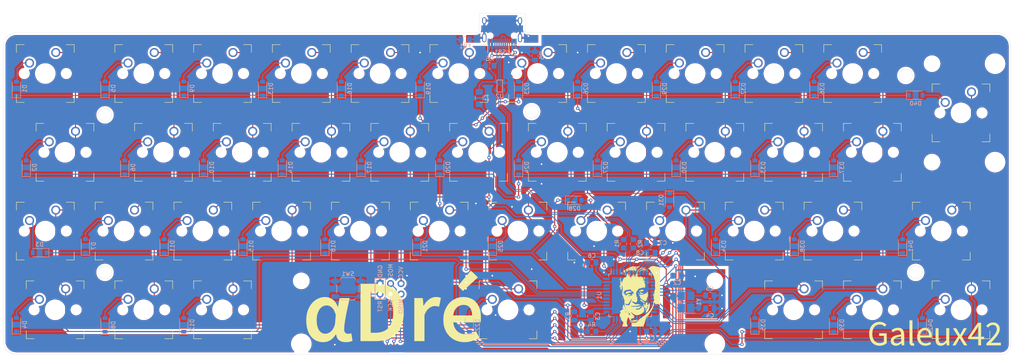
<source format=kicad_pcb>
(kicad_pcb (version 20171130) (host pcbnew "(5.1.9)-1")
  (layers (0 F.Cu signal) (31 B.Cu signal) (34 B.Paste user) (35 F.Paste user) (36 B.SilkS user hide) (37 F.SilkS user) (38 B.Mask user) (39 F.Mask user) (44 Edge.Cuts user))
  (net 0 "")
  (net 1 "Net-(D1-Pad2)")
  (net 2 ROW0)
  (net 3 "Net-(D2-Pad2)")
  (net 4 ROW1)
  (net 5 "Net-(D3-Pad2)")
  (net 6 ROW2)
  (net 7 "Net-(D4-Pad2)")
  (net 8 ROW3)
  (net 9 "Net-(D5-Pad2)")
  (net 10 "Net-(D6-Pad2)")
  (net 11 "Net-(D7-Pad2)")
  (net 12 "Net-(D8-Pad2)")
  (net 13 "Net-(D9-Pad2)")
  (net 14 "Net-(D10-Pad2)")
  (net 15 "Net-(D11-Pad2)")
  (net 16 "Net-(D12-Pad2)")
  (net 17 "Net-(D13-Pad2)")
  (net 18 "Net-(D14-Pad2)")
  (net 19 "Net-(D15-Pad2)")
  (net 20 "Net-(D16-Pad2)")
  (net 21 "Net-(D17-Pad2)")
  (net 22 "Net-(D18-Pad2)")
  (net 23 "Net-(D19-Pad2)")
  (net 24 "Net-(D20-Pad2)")
  (net 25 "Net-(D21-Pad2)")
  (net 26 "Net-(D22-Pad2)")
  (net 27 "Net-(D23-Pad2)")
  (net 28 "Net-(D24-Pad2)")
  (net 29 "Net-(D25-Pad2)")
  (net 30 "Net-(D26-Pad2)")
  (net 31 "Net-(D27-Pad2)")
  (net 32 "Net-(D28-Pad2)")
  (net 33 "Net-(D29-Pad2)")
  (net 34 "Net-(D30-Pad2)")
  (net 35 "Net-(D31-Pad2)")
  (net 36 "Net-(D32-Pad2)")
  (net 37 "Net-(D33-Pad2)")
  (net 38 "Net-(D34-Pad2)")
  (net 39 "Net-(D35-Pad2)")
  (net 40 "Net-(D36-Pad2)")
  (net 41 "Net-(D37-Pad2)")
  (net 42 "Net-(D38-Pad2)")
  (net 43 "Net-(D39-Pad2)")
  (net 44 "Net-(D40-Pad2)")
  (net 45 "Net-(D41-Pad2)")
  (net 46 "Net-(D42-Pad2)")
  (net 47 COL0)
  (net 48 COL1)
  (net 49 COL2)
  (net 50 COL3)
  (net 51 COL4)
  (net 52 COL5)
  (net 53 COL6)
  (net 54 COL7)
  (net 55 COL8)
  (net 56 COL9)
  (net 57 COL10)
  (net 58 COL11)
  (net 59 GND)
  (net 60 VCC)
  (net 61 +5V)
  (net 62 "Net-(C7-Pad1)")
  (net 63 D-)
  (net 64 "Net-(R1-Pad1)")
  (net 65 D+)
  (net 66 "Net-(R2-Pad1)")
  (net 67 "Net-(R4-Pad1)")
  (net 68 "Net-(U1-Pad42)")
  (net 69 "Net-(U1-Pad39)")
  (net 70 XTAL1)
  (net 71 XTAL2)
  (net 72 RESET)
  (net 73 MOSI)
  (net 74 SCK)
  (net 75 MISO)
  (net 76 "Net-(R5-Pad1)")
  (net 77 "Net-(R6-Pad1)")
  (net 78 "Net-(U1-Pad27)")
  (net 79 "Net-(U1-Pad26)")
  (net 80 "Net-(U1-Pad22)")
  (net 81 "Net-(U1-Pad18)")
  (net 82 "Net-(U1-Pad12)")
  (net 83 "Net-(USB1-Pad3)")
  (net 84 "Net-(USB1-Pad9)")
  (net 85 Earth)
  (module isio42_pcb:drawing_plate (layer F.Cu) (at 248.44375 104.775)
    (fp_text reference Ref** hide)
    (fp_text value Val** hide)
  )
  (module isio42_pcb:alpha_dre_drawing (layer F.Cu) (at 115.8875 99.21875)
    (fp_text reference Ref** hide)
    (fp_text value Val** hide)
  )
  (module fancy-kicad-stuff:cc (layer F.Cu) (at 176.2125 95.25)
    (fp_text reference G*** hide)
    (fp_text value LOGO hide)
  )
  (module isio42_pcb:SW_Cherry_MX_1.25u_PCB_perso (layer F.Cu) (at 257.175 93.6625)
    (fp_text reference MX42)
    (fp_text value MX-NoLED)
    (pad "" np_thru_hole circle (at 2.54 5.08) (size 1.7 1.7) (drill 1.7) (layers *.Cu *.Mask))
    (pad "" np_thru_hole circle (at -7.62 5.08) (size 1.7 1.7) (drill 1.7) (layers *.Cu *.Mask))
    (pad "" np_thru_hole circle (at -2.54 5.08) (size 4 4) (drill 4) (layers *.Cu *.Mask))
    (pad 2 thru_hole circle (at -6.35 2.54) (size 2.2 2.2) (drill 1.5) (layers *.Cu *.Mask) (net 46 "Net-(D42-Pad2)"))
    (pad 1 thru_hole circle (at 0 0) (size 2.2 2.2) (drill 1.5) (layers *.Cu *.Mask) (net 58 COL11))
  )
  (module isio42_pcb:SW_Cherry_MX_1.75u_PCB_perso (layer F.Cu) (at 252.4125 74.6125)
    (fp_text reference MX41)
    (fp_text value MX-NoLED)
    (pad "" np_thru_hole circle (at 2.54 5.08) (size 1.7 1.7) (drill 1.7) (layers *.Cu *.Mask))
    (pad "" np_thru_hole circle (at -7.62 5.08) (size 1.7 1.7) (drill 1.7) (layers *.Cu *.Mask))
    (pad "" np_thru_hole circle (at -2.54 5.08) (size 4 4) (drill 4) (layers *.Cu *.Mask))
    (pad 2 thru_hole circle (at -6.35 2.54) (size 2.2 2.2) (drill 1.5) (layers *.Cu *.Mask) (net 45 "Net-(D41-Pad2)"))
    (pad 1 thru_hole circle (at 0 0) (size 2.2 2.2) (drill 1.5) (layers *.Cu *.Mask) (net 58 COL11))
  )
  (module isio42_pcb:SW_Cherry_MX_ISOEnter_PCB_perso (layer F.Cu) (at 257.175 46.0375)
    (fp_text reference MX40)
    (fp_text value MX-NoLED)
    (pad "" np_thru_hole circle (at -9.54 -6.82) (size 3.05 3.05) (drill 3.05) (layers *.Cu *.Mask))
    (pad "" np_thru_hole circle (at -9.54 16.98) (size 3.05 3.05) (drill 3.05) (layers *.Cu *.Mask))
    (pad "" np_thru_hole circle (at 5.7 16.98) (size 4 4) (drill 4) (layers *.Cu *.Mask))
    (pad "" np_thru_hole circle (at 5.7 -6.82) (size 4 4) (drill 4) (layers *.Cu *.Mask))
    (pad "" np_thru_hole circle (at 2.54 5.08) (size 1.7 1.7) (drill 1.7) (layers *.Cu *.Mask))
    (pad "" np_thru_hole circle (at -7.62 5.08) (size 1.7 1.7) (drill 1.7) (layers *.Cu *.Mask))
    (pad "" np_thru_hole circle (at -2.54 5.08) (size 4 4) (drill 4) (layers *.Cu *.Mask))
    (pad 2 thru_hole circle (at -6.35 2.54) (size 2.2 2.2) (drill 1.5) (layers *.Cu *.Mask) (net 44 "Net-(D40-Pad2)"))
    (pad 1 thru_hole circle (at 0 0) (size 2.2 2.2) (drill 1.5) (layers *.Cu *.Mask) (net 58 COL11))
  )
  (module isio42_pcb:SW_Cherry_MX_6.25u_PCB_perso (layer F.Cu) (at 147.6375 93.6625)
    (fp_text reference MX22)
    (fp_text value MX-NoLED)
    (pad "" np_thru_hole circle (at 47.46 -1.92) (size 3.05 3.05) (drill 3.05) (layers *.Cu *.Mask))
    (pad "" np_thru_hole circle (at -52.54 -1.92) (size 3.05 3.05) (drill 3.05) (layers *.Cu *.Mask))
    (pad "" np_thru_hole circle (at -52.54 13.32) (size 4 4) (drill 4) (layers *.Cu *.Mask))
    (pad "" np_thru_hole circle (at 47.46 13.32) (size 4 4) (drill 4) (layers *.Cu *.Mask))
    (pad "" np_thru_hole circle (at 2.54 5.08) (size 1.7 1.7) (drill 1.7) (layers *.Cu *.Mask))
    (pad "" np_thru_hole circle (at -7.62 5.08) (size 1.7 1.7) (drill 1.7) (layers *.Cu *.Mask))
    (pad "" np_thru_hole circle (at -2.54 5.08) (size 4 4) (drill 4) (layers *.Cu *.Mask))
    (pad 2 thru_hole circle (at -6.35 2.54) (size 2.2 2.2) (drill 1.5) (layers *.Cu *.Mask) (net 26 "Net-(D22-Pad2)"))
    (pad 1 thru_hole circle (at 0 0) (size 2.2 2.2) (drill 1.5) (layers *.Cu *.Mask) (net 52 COL5))
  )
  (module isio42_pcb:SW_Cherry_MX_1.25u_PCB_perso (layer F.Cu) (at 38.1 93.6625)
    (fp_text reference MX4)
    (fp_text value MX-NoLED)
    (pad "" np_thru_hole circle (at 2.54 5.08) (size 1.7 1.7) (drill 1.7) (layers *.Cu *.Mask))
    (pad "" np_thru_hole circle (at -7.62 5.08) (size 1.7 1.7) (drill 1.7) (layers *.Cu *.Mask))
    (pad "" np_thru_hole circle (at -2.54 5.08) (size 4 4) (drill 4) (layers *.Cu *.Mask))
    (pad 2 thru_hole circle (at -6.35 2.54) (size 2.2 2.2) (drill 1.5) (layers *.Cu *.Mask) (net 7 "Net-(D4-Pad2)"))
    (pad 1 thru_hole circle (at 0 0) (size 2.2 2.2) (drill 1.5) (layers *.Cu *.Mask) (net 47 COL0))
  )
  (module isio42_pcb:SW_Cherry_MX_1.50u_PCB_perso (layer F.Cu) (at 40.48125 55.5625)
    (fp_text reference MX2)
    (fp_text value MX-NoLED)
    (pad "" np_thru_hole circle (at 2.54 5.08) (size 1.7 1.7) (drill 1.7) (layers *.Cu *.Mask))
    (pad "" np_thru_hole circle (at -7.62 5.08) (size 1.7 1.7) (drill 1.7) (layers *.Cu *.Mask))
    (pad "" np_thru_hole circle (at -2.54 5.08) (size 4 4) (drill 4) (layers *.Cu *.Mask))
    (pad 2 thru_hole circle (at -6.35 2.54) (size 2.2 2.2) (drill 1.5) (layers *.Cu *.Mask) (net 3 "Net-(D2-Pad2)"))
    (pad 1 thru_hole circle (at 0 0) (size 2.2 2.2) (drill 1.5) (layers *.Cu *.Mask) (net 47 COL0))
  )
  (module isio42_pcb:SW_Cherry_MX_1.00u_PCB_perso (layer F.Cu) (at 235.74375 93.6625)
    (fp_text reference MX39)
    (fp_text value MX-NoLED)
    (pad "" np_thru_hole circle (at 2.54 5.08) (size 1.7 1.7) (drill 1.7) (layers *.Cu *.Mask))
    (pad "" np_thru_hole circle (at -7.62 5.08) (size 1.7 1.7) (drill 1.7) (layers *.Cu *.Mask))
    (pad "" np_thru_hole circle (at -2.54 5.08) (size 4 4) (drill 4) (layers *.Cu *.Mask))
    (pad 2 thru_hole circle (at -6.35 2.54) (size 2.2 2.2) (drill 1.5) (layers *.Cu *.Mask) (net 43 "Net-(D39-Pad2)"))
    (pad 1 thru_hole circle (at 0 0) (size 2.2 2.2) (drill 1.5) (layers *.Cu *.Mask) (net 57 COL10))
  )
  (module isio42_pcb:SW_Cherry_MX_1.00u_PCB_perso (layer F.Cu) (at 226.21875 74.6125)
    (fp_text reference MX38)
    (fp_text value MX-NoLED)
    (pad "" np_thru_hole circle (at 2.54 5.08) (size 1.7 1.7) (drill 1.7) (layers *.Cu *.Mask))
    (pad "" np_thru_hole circle (at -7.62 5.08) (size 1.7 1.7) (drill 1.7) (layers *.Cu *.Mask))
    (pad "" np_thru_hole circle (at -2.54 5.08) (size 4 4) (drill 4) (layers *.Cu *.Mask))
    (pad 2 thru_hole circle (at -6.35 2.54) (size 2.2 2.2) (drill 1.5) (layers *.Cu *.Mask) (net 42 "Net-(D38-Pad2)"))
    (pad 1 thru_hole circle (at 0 0) (size 2.2 2.2) (drill 1.5) (layers *.Cu *.Mask) (net 57 COL10))
  )
  (module isio42_pcb:SW_Cherry_MX_1.00u_PCB_perso (layer F.Cu) (at 235.74375 55.5625)
    (fp_text reference MX37)
    (fp_text value MX-NoLED)
    (pad "" np_thru_hole circle (at 2.54 5.08) (size 1.7 1.7) (drill 1.7) (layers *.Cu *.Mask))
    (pad "" np_thru_hole circle (at -7.62 5.08) (size 1.7 1.7) (drill 1.7) (layers *.Cu *.Mask))
    (pad "" np_thru_hole circle (at -2.54 5.08) (size 4 4) (drill 4) (layers *.Cu *.Mask))
    (pad 2 thru_hole circle (at -6.35 2.54) (size 2.2 2.2) (drill 1.5) (layers *.Cu *.Mask) (net 41 "Net-(D37-Pad2)"))
    (pad 1 thru_hole circle (at 0 0) (size 2.2 2.2) (drill 1.5) (layers *.Cu *.Mask) (net 57 COL10))
  )
  (module isio42_pcb:SW_Cherry_MX_1.00u_PCB_perso (layer F.Cu) (at 230.98125 36.5125)
    (fp_text reference MX36)
    (fp_text value MX-NoLED)
    (pad "" np_thru_hole circle (at 2.54 5.08) (size 1.7 1.7) (drill 1.7) (layers *.Cu *.Mask))
    (pad "" np_thru_hole circle (at -7.62 5.08) (size 1.7 1.7) (drill 1.7) (layers *.Cu *.Mask))
    (pad "" np_thru_hole circle (at -2.54 5.08) (size 4 4) (drill 4) (layers *.Cu *.Mask))
    (pad 2 thru_hole circle (at -6.35 2.54) (size 2.2 2.2) (drill 1.5) (layers *.Cu *.Mask) (net 40 "Net-(D36-Pad2)"))
    (pad 1 thru_hole circle (at 0 0) (size 2.2 2.2) (drill 1.5) (layers *.Cu *.Mask) (net 57 COL10))
  )
  (module isio42_pcb:SW_Cherry_MX_1.00u_PCB_perso (layer F.Cu) (at 216.69375 93.6625)
    (fp_text reference MX35)
    (fp_text value MX-NoLED)
    (pad "" np_thru_hole circle (at 2.54 5.08) (size 1.7 1.7) (drill 1.7) (layers *.Cu *.Mask))
    (pad "" np_thru_hole circle (at -7.62 5.08) (size 1.7 1.7) (drill 1.7) (layers *.Cu *.Mask))
    (pad "" np_thru_hole circle (at -2.54 5.08) (size 4 4) (drill 4) (layers *.Cu *.Mask))
    (pad 2 thru_hole circle (at -6.35 2.54) (size 2.2 2.2) (drill 1.5) (layers *.Cu *.Mask) (net 39 "Net-(D35-Pad2)"))
    (pad 1 thru_hole circle (at 0 0) (size 2.2 2.2) (drill 1.5) (layers *.Cu *.Mask) (net 56 COL9))
  )
  (module isio42_pcb:SW_Cherry_MX_1.00u_PCB_perso (layer F.Cu) (at 207.16875 74.6125)
    (fp_text reference MX34)
    (fp_text value MX-NoLED)
    (pad "" np_thru_hole circle (at 2.54 5.08) (size 1.7 1.7) (drill 1.7) (layers *.Cu *.Mask))
    (pad "" np_thru_hole circle (at -7.62 5.08) (size 1.7 1.7) (drill 1.7) (layers *.Cu *.Mask))
    (pad "" np_thru_hole circle (at -2.54 5.08) (size 4 4) (drill 4) (layers *.Cu *.Mask))
    (pad 2 thru_hole circle (at -6.35 2.54) (size 2.2 2.2) (drill 1.5) (layers *.Cu *.Mask) (net 38 "Net-(D34-Pad2)"))
    (pad 1 thru_hole circle (at 0 0) (size 2.2 2.2) (drill 1.5) (layers *.Cu *.Mask) (net 56 COL9))
  )
  (module isio42_pcb:SW_Cherry_MX_1.00u_PCB_perso (layer F.Cu) (at 216.69375 55.5625)
    (fp_text reference MX33)
    (fp_text value MX-NoLED)
    (pad "" np_thru_hole circle (at 2.54 5.08) (size 1.7 1.7) (drill 1.7) (layers *.Cu *.Mask))
    (pad "" np_thru_hole circle (at -7.62 5.08) (size 1.7 1.7) (drill 1.7) (layers *.Cu *.Mask))
    (pad "" np_thru_hole circle (at -2.54 5.08) (size 4 4) (drill 4) (layers *.Cu *.Mask))
    (pad 2 thru_hole circle (at -6.35 2.54) (size 2.2 2.2) (drill 1.5) (layers *.Cu *.Mask) (net 37 "Net-(D33-Pad2)"))
    (pad 1 thru_hole circle (at 0 0) (size 2.2 2.2) (drill 1.5) (layers *.Cu *.Mask) (net 56 COL9))
  )
  (module isio42_pcb:SW_Cherry_MX_1.00u_PCB_perso (layer F.Cu) (at 211.93125 36.5125)
    (fp_text reference MX32)
    (fp_text value MX-NoLED)
    (pad "" np_thru_hole circle (at 2.54 5.08) (size 1.7 1.7) (drill 1.7) (layers *.Cu *.Mask))
    (pad "" np_thru_hole circle (at -7.62 5.08) (size 1.7 1.7) (drill 1.7) (layers *.Cu *.Mask))
    (pad "" np_thru_hole circle (at -2.54 5.08) (size 4 4) (drill 4) (layers *.Cu *.Mask))
    (pad 2 thru_hole circle (at -6.35 2.54) (size 2.2 2.2) (drill 1.5) (layers *.Cu *.Mask) (net 36 "Net-(D32-Pad2)"))
    (pad 1 thru_hole circle (at 0 0) (size 2.2 2.2) (drill 1.5) (layers *.Cu *.Mask) (net 56 COL9))
  )
  (module isio42_pcb:SW_Cherry_MX_1.00u_PCB_perso (layer F.Cu) (at 188.11875 74.6125)
    (fp_text reference MX31)
    (fp_text value MX-NoLED)
    (pad "" np_thru_hole circle (at 2.54 5.08) (size 1.7 1.7) (drill 1.7) (layers *.Cu *.Mask))
    (pad "" np_thru_hole circle (at -7.62 5.08) (size 1.7 1.7) (drill 1.7) (layers *.Cu *.Mask))
    (pad "" np_thru_hole circle (at -2.54 5.08) (size 4 4) (drill 4) (layers *.Cu *.Mask))
    (pad 2 thru_hole circle (at -6.35 2.54) (size 2.2 2.2) (drill 1.5) (layers *.Cu *.Mask) (net 35 "Net-(D31-Pad2)"))
    (pad 1 thru_hole circle (at 0 0) (size 2.2 2.2) (drill 1.5) (layers *.Cu *.Mask) (net 55 COL8))
  )
  (module isio42_pcb:SW_Cherry_MX_1.00u_PCB_perso (layer F.Cu) (at 197.64375 55.5625)
    (fp_text reference MX30)
    (fp_text value MX-NoLED)
    (pad "" np_thru_hole circle (at 2.54 5.08) (size 1.7 1.7) (drill 1.7) (layers *.Cu *.Mask))
    (pad "" np_thru_hole circle (at -7.62 5.08) (size 1.7 1.7) (drill 1.7) (layers *.Cu *.Mask))
    (pad "" np_thru_hole circle (at -2.54 5.08) (size 4 4) (drill 4) (layers *.Cu *.Mask))
    (pad 2 thru_hole circle (at -6.35 2.54) (size 2.2 2.2) (drill 1.5) (layers *.Cu *.Mask) (net 34 "Net-(D30-Pad2)"))
    (pad 1 thru_hole circle (at 0 0) (size 2.2 2.2) (drill 1.5) (layers *.Cu *.Mask) (net 55 COL8))
  )
  (module isio42_pcb:SW_Cherry_MX_1.00u_PCB_perso (layer F.Cu) (at 192.88125 36.5125)
    (fp_text reference MX29)
    (fp_text value MX-NoLED)
    (pad "" np_thru_hole circle (at 2.54 5.08) (size 1.7 1.7) (drill 1.7) (layers *.Cu *.Mask))
    (pad "" np_thru_hole circle (at -7.62 5.08) (size 1.7 1.7) (drill 1.7) (layers *.Cu *.Mask))
    (pad "" np_thru_hole circle (at -2.54 5.08) (size 4 4) (drill 4) (layers *.Cu *.Mask))
    (pad 2 thru_hole circle (at -6.35 2.54) (size 2.2 2.2) (drill 1.5) (layers *.Cu *.Mask) (net 33 "Net-(D29-Pad2)"))
    (pad 1 thru_hole circle (at 0 0) (size 2.2 2.2) (drill 1.5) (layers *.Cu *.Mask) (net 55 COL8))
  )
  (module isio42_pcb:SW_Cherry_MX_1.00u_PCB_perso (layer F.Cu) (at 169.06875 74.6125)
    (fp_text reference MX28)
    (fp_text value MX-NoLED)
    (pad "" np_thru_hole circle (at 2.54 5.08) (size 1.7 1.7) (drill 1.7) (layers *.Cu *.Mask))
    (pad "" np_thru_hole circle (at -7.62 5.08) (size 1.7 1.7) (drill 1.7) (layers *.Cu *.Mask))
    (pad "" np_thru_hole circle (at -2.54 5.08) (size 4 4) (drill 4) (layers *.Cu *.Mask))
    (pad 2 thru_hole circle (at -6.35 2.54) (size 2.2 2.2) (drill 1.5) (layers *.Cu *.Mask) (net 32 "Net-(D28-Pad2)"))
    (pad 1 thru_hole circle (at 0 0) (size 2.2 2.2) (drill 1.5) (layers *.Cu *.Mask) (net 54 COL7))
  )
  (module isio42_pcb:SW_Cherry_MX_1.00u_PCB_perso (layer F.Cu) (at 178.59375 55.5625)
    (fp_text reference MX27)
    (fp_text value MX-NoLED)
    (pad "" np_thru_hole circle (at 2.54 5.08) (size 1.7 1.7) (drill 1.7) (layers *.Cu *.Mask))
    (pad "" np_thru_hole circle (at -7.62 5.08) (size 1.7 1.7) (drill 1.7) (layers *.Cu *.Mask))
    (pad "" np_thru_hole circle (at -2.54 5.08) (size 4 4) (drill 4) (layers *.Cu *.Mask))
    (pad 2 thru_hole circle (at -6.35 2.54) (size 2.2 2.2) (drill 1.5) (layers *.Cu *.Mask) (net 31 "Net-(D27-Pad2)"))
    (pad 1 thru_hole circle (at 0 0) (size 2.2 2.2) (drill 1.5) (layers *.Cu *.Mask) (net 54 COL7))
  )
  (module isio42_pcb:SW_Cherry_MX_1.00u_PCB_perso (layer F.Cu) (at 173.83125 36.5125)
    (fp_text reference MX26)
    (fp_text value MX-NoLED)
    (pad "" np_thru_hole circle (at 2.54 5.08) (size 1.7 1.7) (drill 1.7) (layers *.Cu *.Mask))
    (pad "" np_thru_hole circle (at -7.62 5.08) (size 1.7 1.7) (drill 1.7) (layers *.Cu *.Mask))
    (pad "" np_thru_hole circle (at -2.54 5.08) (size 4 4) (drill 4) (layers *.Cu *.Mask))
    (pad 2 thru_hole circle (at -6.35 2.54) (size 2.2 2.2) (drill 1.5) (layers *.Cu *.Mask) (net 30 "Net-(D26-Pad2)"))
    (pad 1 thru_hole circle (at 0 0) (size 2.2 2.2) (drill 1.5) (layers *.Cu *.Mask) (net 54 COL7))
  )
  (module isio42_pcb:SW_Cherry_MX_1.00u_PCB_perso (layer F.Cu) (at 150.01875 74.6125)
    (fp_text reference MX25)
    (fp_text value MX-NoLED)
    (pad "" np_thru_hole circle (at 2.54 5.08) (size 1.7 1.7) (drill 1.7) (layers *.Cu *.Mask))
    (pad "" np_thru_hole circle (at -7.62 5.08) (size 1.7 1.7) (drill 1.7) (layers *.Cu *.Mask))
    (pad "" np_thru_hole circle (at -2.54 5.08) (size 4 4) (drill 4) (layers *.Cu *.Mask))
    (pad 2 thru_hole circle (at -6.35 2.54) (size 2.2 2.2) (drill 1.5) (layers *.Cu *.Mask) (net 29 "Net-(D25-Pad2)"))
    (pad 1 thru_hole circle (at 0 0) (size 2.2 2.2) (drill 1.5) (layers *.Cu *.Mask) (net 53 COL6))
  )
  (module isio42_pcb:SW_Cherry_MX_1.00u_PCB_perso (layer F.Cu) (at 159.54375 55.5625)
    (fp_text reference MX24)
    (fp_text value MX-NoLED)
    (pad "" np_thru_hole circle (at 2.54 5.08) (size 1.7 1.7) (drill 1.7) (layers *.Cu *.Mask))
    (pad "" np_thru_hole circle (at -7.62 5.08) (size 1.7 1.7) (drill 1.7) (layers *.Cu *.Mask))
    (pad "" np_thru_hole circle (at -2.54 5.08) (size 4 4) (drill 4) (layers *.Cu *.Mask))
    (pad 2 thru_hole circle (at -6.35 2.54) (size 2.2 2.2) (drill 1.5) (layers *.Cu *.Mask) (net 28 "Net-(D24-Pad2)"))
    (pad 1 thru_hole circle (at 0 0) (size 2.2 2.2) (drill 1.5) (layers *.Cu *.Mask) (net 53 COL6))
  )
  (module isio42_pcb:SW_Cherry_MX_1.00u_PCB_perso (layer F.Cu) (at 154.78125 36.5125)
    (fp_text reference MX23)
    (fp_text value MX-NoLED)
    (pad "" np_thru_hole circle (at 2.54 5.08) (size 1.7 1.7) (drill 1.7) (layers *.Cu *.Mask))
    (pad "" np_thru_hole circle (at -7.62 5.08) (size 1.7 1.7) (drill 1.7) (layers *.Cu *.Mask))
    (pad "" np_thru_hole circle (at -2.54 5.08) (size 4 4) (drill 4) (layers *.Cu *.Mask))
    (pad 2 thru_hole circle (at -6.35 2.54) (size 2.2 2.2) (drill 1.5) (layers *.Cu *.Mask) (net 27 "Net-(D23-Pad2)"))
    (pad 1 thru_hole circle (at 0 0) (size 2.2 2.2) (drill 1.5) (layers *.Cu *.Mask) (net 53 COL6))
  )
  (module isio42_pcb:SW_Cherry_MX_1.00u_PCB_perso (layer F.Cu) (at 130.96875 74.6125)
    (fp_text reference MX21)
    (fp_text value MX-NoLED)
    (pad "" np_thru_hole circle (at 2.54 5.08) (size 1.7 1.7) (drill 1.7) (layers *.Cu *.Mask))
    (pad "" np_thru_hole circle (at -7.62 5.08) (size 1.7 1.7) (drill 1.7) (layers *.Cu *.Mask))
    (pad "" np_thru_hole circle (at -2.54 5.08) (size 4 4) (drill 4) (layers *.Cu *.Mask))
    (pad 2 thru_hole circle (at -6.35 2.54) (size 2.2 2.2) (drill 1.5) (layers *.Cu *.Mask) (net 25 "Net-(D21-Pad2)"))
    (pad 1 thru_hole circle (at 0 0) (size 2.2 2.2) (drill 1.5) (layers *.Cu *.Mask) (net 52 COL5))
  )
  (module isio42_pcb:SW_Cherry_MX_1.00u_PCB_perso (layer F.Cu) (at 140.49375 55.5625)
    (fp_text reference MX20)
    (fp_text value MX-NoLED)
    (pad "" np_thru_hole circle (at 2.54 5.08) (size 1.7 1.7) (drill 1.7) (layers *.Cu *.Mask))
    (pad "" np_thru_hole circle (at -7.62 5.08) (size 1.7 1.7) (drill 1.7) (layers *.Cu *.Mask))
    (pad "" np_thru_hole circle (at -2.54 5.08) (size 4 4) (drill 4) (layers *.Cu *.Mask))
    (pad 2 thru_hole circle (at -6.35 2.54) (size 2.2 2.2) (drill 1.5) (layers *.Cu *.Mask) (net 24 "Net-(D20-Pad2)"))
    (pad 1 thru_hole circle (at 0 0) (size 2.2 2.2) (drill 1.5) (layers *.Cu *.Mask) (net 52 COL5))
  )
  (module isio42_pcb:SW_Cherry_MX_1.00u_PCB_perso (layer F.Cu) (at 135.73125 36.5125)
    (fp_text reference MX19)
    (fp_text value MX-NoLED)
    (pad "" np_thru_hole circle (at 2.54 5.08) (size 1.7 1.7) (drill 1.7) (layers *.Cu *.Mask))
    (pad "" np_thru_hole circle (at -7.62 5.08) (size 1.7 1.7) (drill 1.7) (layers *.Cu *.Mask))
    (pad "" np_thru_hole circle (at -2.54 5.08) (size 4 4) (drill 4) (layers *.Cu *.Mask))
    (pad 2 thru_hole circle (at -6.35 2.54) (size 2.2 2.2) (drill 1.5) (layers *.Cu *.Mask) (net 23 "Net-(D19-Pad2)"))
    (pad 1 thru_hole circle (at 0 0) (size 2.2 2.2) (drill 1.5) (layers *.Cu *.Mask) (net 52 COL5))
  )
  (module isio42_pcb:SW_Cherry_MX_1.00u_PCB_perso (layer F.Cu) (at 111.91875 74.6125)
    (fp_text reference MX18)
    (fp_text value MX-NoLED)
    (pad "" np_thru_hole circle (at 2.54 5.08) (size 1.7 1.7) (drill 1.7) (layers *.Cu *.Mask))
    (pad "" np_thru_hole circle (at -7.62 5.08) (size 1.7 1.7) (drill 1.7) (layers *.Cu *.Mask))
    (pad "" np_thru_hole circle (at -2.54 5.08) (size 4 4) (drill 4) (layers *.Cu *.Mask))
    (pad 2 thru_hole circle (at -6.35 2.54) (size 2.2 2.2) (drill 1.5) (layers *.Cu *.Mask) (net 22 "Net-(D18-Pad2)"))
    (pad 1 thru_hole circle (at 0 0) (size 2.2 2.2) (drill 1.5) (layers *.Cu *.Mask) (net 51 COL4))
  )
  (module isio42_pcb:SW_Cherry_MX_1.00u_PCB_perso (layer F.Cu) (at 121.44375 55.5625)
    (fp_text reference MX17)
    (fp_text value MX-NoLED)
    (pad "" np_thru_hole circle (at 2.54 5.08) (size 1.7 1.7) (drill 1.7) (layers *.Cu *.Mask))
    (pad "" np_thru_hole circle (at -7.62 5.08) (size 1.7 1.7) (drill 1.7) (layers *.Cu *.Mask))
    (pad "" np_thru_hole circle (at -2.54 5.08) (size 4 4) (drill 4) (layers *.Cu *.Mask))
    (pad 2 thru_hole circle (at -6.35 2.54) (size 2.2 2.2) (drill 1.5) (layers *.Cu *.Mask) (net 21 "Net-(D17-Pad2)"))
    (pad 1 thru_hole circle (at 0 0) (size 2.2 2.2) (drill 1.5) (layers *.Cu *.Mask) (net 51 COL4))
  )
  (module isio42_pcb:SW_Cherry_MX_1.00u_PCB_perso (layer F.Cu) (at 116.68125 36.5125)
    (fp_text reference MX16)
    (fp_text value MX-NoLED)
    (pad "" np_thru_hole circle (at 2.54 5.08) (size 1.7 1.7) (drill 1.7) (layers *.Cu *.Mask))
    (pad "" np_thru_hole circle (at -7.62 5.08) (size 1.7 1.7) (drill 1.7) (layers *.Cu *.Mask))
    (pad "" np_thru_hole circle (at -2.54 5.08) (size 4 4) (drill 4) (layers *.Cu *.Mask))
    (pad 2 thru_hole circle (at -6.35 2.54) (size 2.2 2.2) (drill 1.5) (layers *.Cu *.Mask) (net 20 "Net-(D16-Pad2)"))
    (pad 1 thru_hole circle (at 0 0) (size 2.2 2.2) (drill 1.5) (layers *.Cu *.Mask) (net 51 COL4))
  )
  (module isio42_pcb:SW_Cherry_MX_1.00u_PCB_perso (layer F.Cu) (at 92.86875 74.6125)
    (fp_text reference MX15)
    (fp_text value MX-NoLED)
    (pad "" np_thru_hole circle (at 2.54 5.08) (size 1.7 1.7) (drill 1.7) (layers *.Cu *.Mask))
    (pad "" np_thru_hole circle (at -7.62 5.08) (size 1.7 1.7) (drill 1.7) (layers *.Cu *.Mask))
    (pad "" np_thru_hole circle (at -2.54 5.08) (size 4 4) (drill 4) (layers *.Cu *.Mask))
    (pad 2 thru_hole circle (at -6.35 2.54) (size 2.2 2.2) (drill 1.5) (layers *.Cu *.Mask) (net 19 "Net-(D15-Pad2)"))
    (pad 1 thru_hole circle (at 0 0) (size 2.2 2.2) (drill 1.5) (layers *.Cu *.Mask) (net 50 COL3))
  )
  (module isio42_pcb:SW_Cherry_MX_1.00u_PCB_perso (layer F.Cu) (at 102.39375 55.5625)
    (fp_text reference MX14)
    (fp_text value MX-NoLED)
    (pad "" np_thru_hole circle (at 2.54 5.08) (size 1.7 1.7) (drill 1.7) (layers *.Cu *.Mask))
    (pad "" np_thru_hole circle (at -7.62 5.08) (size 1.7 1.7) (drill 1.7) (layers *.Cu *.Mask))
    (pad "" np_thru_hole circle (at -2.54 5.08) (size 4 4) (drill 4) (layers *.Cu *.Mask))
    (pad 2 thru_hole circle (at -6.35 2.54) (size 2.2 2.2) (drill 1.5) (layers *.Cu *.Mask) (net 18 "Net-(D14-Pad2)"))
    (pad 1 thru_hole circle (at 0 0) (size 2.2 2.2) (drill 1.5) (layers *.Cu *.Mask) (net 50 COL3))
  )
  (module isio42_pcb:SW_Cherry_MX_1.00u_PCB_perso (layer F.Cu) (at 97.63125 36.5125)
    (fp_text reference MX13)
    (fp_text value MX-NoLED)
    (pad "" np_thru_hole circle (at 2.54 5.08) (size 1.7 1.7) (drill 1.7) (layers *.Cu *.Mask))
    (pad "" np_thru_hole circle (at -7.62 5.08) (size 1.7 1.7) (drill 1.7) (layers *.Cu *.Mask))
    (pad "" np_thru_hole circle (at -2.54 5.08) (size 4 4) (drill 4) (layers *.Cu *.Mask))
    (pad 2 thru_hole circle (at -6.35 2.54) (size 2.2 2.2) (drill 1.5) (layers *.Cu *.Mask) (net 17 "Net-(D13-Pad2)"))
    (pad 1 thru_hole circle (at 0 0) (size 2.2 2.2) (drill 1.5) (layers *.Cu *.Mask) (net 50 COL3))
  )
  (module isio42_pcb:SW_Cherry_MX_1.00u_PCB_perso (layer F.Cu) (at 78.58125 93.6625)
    (fp_text reference MX12)
    (fp_text value MX-NoLED)
    (pad "" np_thru_hole circle (at 2.54 5.08) (size 1.7 1.7) (drill 1.7) (layers *.Cu *.Mask))
    (pad "" np_thru_hole circle (at -7.62 5.08) (size 1.7 1.7) (drill 1.7) (layers *.Cu *.Mask))
    (pad "" np_thru_hole circle (at -2.54 5.08) (size 4 4) (drill 4) (layers *.Cu *.Mask))
    (pad 2 thru_hole circle (at -6.35 2.54) (size 2.2 2.2) (drill 1.5) (layers *.Cu *.Mask) (net 16 "Net-(D12-Pad2)"))
    (pad 1 thru_hole circle (at 0 0) (size 2.2 2.2) (drill 1.5) (layers *.Cu *.Mask) (net 49 COL2))
  )
  (module isio42_pcb:SW_Cherry_MX_1.00u_PCB_perso (layer F.Cu) (at 73.81875 74.6125)
    (fp_text reference MX11)
    (fp_text value MX-NoLED)
    (pad "" np_thru_hole circle (at 2.54 5.08) (size 1.7 1.7) (drill 1.7) (layers *.Cu *.Mask))
    (pad "" np_thru_hole circle (at -7.62 5.08) (size 1.7 1.7) (drill 1.7) (layers *.Cu *.Mask))
    (pad "" np_thru_hole circle (at -2.54 5.08) (size 4 4) (drill 4) (layers *.Cu *.Mask))
    (pad 2 thru_hole circle (at -6.35 2.54) (size 2.2 2.2) (drill 1.5) (layers *.Cu *.Mask) (net 15 "Net-(D11-Pad2)"))
    (pad 1 thru_hole circle (at 0 0) (size 2.2 2.2) (drill 1.5) (layers *.Cu *.Mask) (net 49 COL2))
  )
  (module isio42_pcb:SW_Cherry_MX_1.00u_PCB_perso (layer F.Cu) (at 83.34375 55.5625)
    (fp_text reference MX10)
    (fp_text value MX-NoLED)
    (pad "" np_thru_hole circle (at 2.54 5.08) (size 1.7 1.7) (drill 1.7) (layers *.Cu *.Mask))
    (pad "" np_thru_hole circle (at -7.62 5.08) (size 1.7 1.7) (drill 1.7) (layers *.Cu *.Mask))
    (pad "" np_thru_hole circle (at -2.54 5.08) (size 4 4) (drill 4) (layers *.Cu *.Mask))
    (pad 2 thru_hole circle (at -6.35 2.54) (size 2.2 2.2) (drill 1.5) (layers *.Cu *.Mask) (net 14 "Net-(D10-Pad2)"))
    (pad 1 thru_hole circle (at 0 0) (size 2.2 2.2) (drill 1.5) (layers *.Cu *.Mask) (net 49 COL2))
  )
  (module isio42_pcb:SW_Cherry_MX_1.00u_PCB_perso (layer F.Cu) (at 78.58125 36.5125)
    (fp_text reference MX9)
    (fp_text value MX-NoLED)
    (pad "" np_thru_hole circle (at 2.54 5.08) (size 1.7 1.7) (drill 1.7) (layers *.Cu *.Mask))
    (pad "" np_thru_hole circle (at -7.62 5.08) (size 1.7 1.7) (drill 1.7) (layers *.Cu *.Mask))
    (pad "" np_thru_hole circle (at -2.54 5.08) (size 4 4) (drill 4) (layers *.Cu *.Mask))
    (pad 2 thru_hole circle (at -6.35 2.54) (size 2.2 2.2) (drill 1.5) (layers *.Cu *.Mask) (net 13 "Net-(D9-Pad2)"))
    (pad 1 thru_hole circle (at 0 0) (size 2.2 2.2) (drill 1.5) (layers *.Cu *.Mask) (net 49 COL2))
  )
  (module isio42_pcb:SW_Cherry_MX_1.00u_PCB_perso (layer F.Cu) (at 59.53125 93.6625)
    (fp_text reference MX8)
    (fp_text value MX-NoLED)
    (pad "" np_thru_hole circle (at 2.54 5.08) (size 1.7 1.7) (drill 1.7) (layers *.Cu *.Mask))
    (pad "" np_thru_hole circle (at -7.62 5.08) (size 1.7 1.7) (drill 1.7) (layers *.Cu *.Mask))
    (pad "" np_thru_hole circle (at -2.54 5.08) (size 4 4) (drill 4) (layers *.Cu *.Mask))
    (pad 2 thru_hole circle (at -6.35 2.54) (size 2.2 2.2) (drill 1.5) (layers *.Cu *.Mask) (net 12 "Net-(D8-Pad2)"))
    (pad 1 thru_hole circle (at 0 0) (size 2.2 2.2) (drill 1.5) (layers *.Cu *.Mask) (net 48 COL1))
  )
  (module isio42_pcb:SW_Cherry_MX_1.00u_PCB_perso (layer F.Cu) (at 54.76875 74.6125)
    (fp_text reference MX7)
    (fp_text value MX-NoLED)
    (pad "" np_thru_hole circle (at 2.54 5.08) (size 1.7 1.7) (drill 1.7) (layers *.Cu *.Mask))
    (pad "" np_thru_hole circle (at -7.62 5.08) (size 1.7 1.7) (drill 1.7) (layers *.Cu *.Mask))
    (pad "" np_thru_hole circle (at -2.54 5.08) (size 4 4) (drill 4) (layers *.Cu *.Mask))
    (pad 2 thru_hole circle (at -6.35 2.54) (size 2.2 2.2) (drill 1.5) (layers *.Cu *.Mask) (net 11 "Net-(D7-Pad2)"))
    (pad 1 thru_hole circle (at 0 0) (size 2.2 2.2) (drill 1.5) (layers *.Cu *.Mask) (net 48 COL1))
  )
  (module isio42_pcb:SW_Cherry_MX_1.00u_PCB_perso (layer F.Cu) (at 64.29375 55.5625)
    (fp_text reference MX6)
    (fp_text value MX-NoLED)
    (pad "" np_thru_hole circle (at 2.54 5.08) (size 1.7 1.7) (drill 1.7) (layers *.Cu *.Mask))
    (pad "" np_thru_hole circle (at -7.62 5.08) (size 1.7 1.7) (drill 1.7) (layers *.Cu *.Mask))
    (pad "" np_thru_hole circle (at -2.54 5.08) (size 4 4) (drill 4) (layers *.Cu *.Mask))
    (pad 2 thru_hole circle (at -6.35 2.54) (size 2.2 2.2) (drill 1.5) (layers *.Cu *.Mask) (net 10 "Net-(D6-Pad2)"))
    (pad 1 thru_hole circle (at 0 0) (size 2.2 2.2) (drill 1.5) (layers *.Cu *.Mask) (net 48 COL1))
  )
  (module isio42_pcb:SW_Cherry_MX_1.00u_PCB_perso (layer F.Cu) (at 59.53125 36.5125)
    (fp_text reference MX5)
    (fp_text value MX-NoLED)
    (pad "" np_thru_hole circle (at 2.54 5.08) (size 1.7 1.7) (drill 1.7) (layers *.Cu *.Mask))
    (pad "" np_thru_hole circle (at -7.62 5.08) (size 1.7 1.7) (drill 1.7) (layers *.Cu *.Mask))
    (pad "" np_thru_hole circle (at -2.54 5.08) (size 4 4) (drill 4) (layers *.Cu *.Mask))
    (pad 2 thru_hole circle (at -6.35 2.54) (size 2.2 2.2) (drill 1.5) (layers *.Cu *.Mask) (net 9 "Net-(D5-Pad2)"))
    (pad 1 thru_hole circle (at 0 0) (size 2.2 2.2) (drill 1.5) (layers *.Cu *.Mask) (net 48 COL1))
  )
  (module isio42_pcb:SW_Cherry_MX_1.00u_PCB_perso (layer F.Cu) (at 35.71875 74.6125)
    (fp_text reference MX3)
    (fp_text value MX-NoLED)
    (pad "" np_thru_hole circle (at 2.54 5.08) (size 1.7 1.7) (drill 1.7) (layers *.Cu *.Mask))
    (pad "" np_thru_hole circle (at -7.62 5.08) (size 1.7 1.7) (drill 1.7) (layers *.Cu *.Mask))
    (pad "" np_thru_hole circle (at -2.54 5.08) (size 4 4) (drill 4) (layers *.Cu *.Mask))
    (pad 2 thru_hole circle (at -6.35 2.54) (size 2.2 2.2) (drill 1.5) (layers *.Cu *.Mask) (net 5 "Net-(D3-Pad2)"))
    (pad 1 thru_hole circle (at 0 0) (size 2.2 2.2) (drill 1.5) (layers *.Cu *.Mask) (net 47 COL0))
  )
  (module isio42_pcb:SW_Cherry_MX_1.00u_PCB_perso (layer F.Cu) (at 35.71875 36.5125)
    (fp_text reference MX1)
    (fp_text value MX-NoLED)
    (pad "" np_thru_hole circle (at 2.54 5.08) (size 1.7 1.7) (drill 1.7) (layers *.Cu *.Mask))
    (pad "" np_thru_hole circle (at -7.62 5.08) (size 1.7 1.7) (drill 1.7) (layers *.Cu *.Mask))
    (pad "" np_thru_hole circle (at -2.54 5.08) (size 4 4) (drill 4) (layers *.Cu *.Mask))
    (pad 2 thru_hole circle (at -6.35 2.54) (size 2.2 2.2) (drill 1.5) (layers *.Cu *.Mask) (net 1 "Net-(D1-Pad2)"))
    (pad 1 thru_hole circle (at 0 0) (size 2.2 2.2) (drill 1.5) (layers *.Cu *.Mask) (net 47 COL0))
  )
  (module Inductor_SMD:L_0805_2012Metric_Pad1.15x1.40mm_HandSolder (layer B.Cu) (at 134.70625 33.3375)
    (fp_text reference FB1 (at 0 1.65) (layer B.SilkS) (effects (justify mirror)))
    (fp_text value Ferrite_Bead_Small)
    (pad 2 smd roundrect (at 1.025 0) (size 1.15 1.4) (layers B.Cu B.Paste B.Mask) (roundrect_rratio 0.2173904347826087) (net 85 Earth))
    (pad 1 smd roundrect (at -1.025 0) (size 1.15 1.4) (layers B.Cu B.Paste B.Mask) (roundrect_rratio 0.2173904347826087) (net 59 GND))
  )
  (module Type-C:HRO-TYPE-C-31-M-12-HandSoldering (layer B.Cu) (at 143.66875 26.19375)
    (fp_text reference USB1 (at 0 10.2) (layer B.SilkS) (effects (justify mirror)))
    (fp_text value HRO-TYPE-C-31-M-12)
    (pad 12 smd rect (at 3.225 8.195) (size 0.6 2.45) (layers B.Cu B.Paste B.Mask) (net 59 GND))
    (pad 1 smd rect (at -3.225 8.195) (size 0.6 2.45) (layers B.Cu B.Paste B.Mask) (net 59 GND))
    (pad 11 smd rect (at 2.45 8.195) (size 0.6 2.45) (layers B.Cu B.Paste B.Mask) (net 60 VCC))
    (pad 2 smd rect (at -2.45 8.195) (size 0.6 2.45) (layers B.Cu B.Paste B.Mask) (net 60 VCC))
    (pad 3 smd rect (at -1.75 8.195) (size 0.3 2.45) (layers B.Cu B.Paste B.Mask) (net 83 "Net-(USB1-Pad3)"))
    (pad 10 smd rect (at 1.75 8.195) (size 0.3 2.45) (layers B.Cu B.Paste B.Mask) (net 76 "Net-(R5-Pad1)"))
    (pad 4 smd rect (at -1.25 8.195) (size 0.3 2.45) (layers B.Cu B.Paste B.Mask) (net 77 "Net-(R6-Pad1)"))
    (pad 9 smd rect (at 1.25 8.195) (size 0.3 2.45) (layers B.Cu B.Paste B.Mask) (net 84 "Net-(USB1-Pad9)"))
    (pad 5 smd rect (at -0.75 8.195) (size 0.3 2.45) (layers B.Cu B.Paste B.Mask) (net 63 D-))
    (pad 8 smd rect (at 0.75 8.195) (size 0.3 2.45) (layers B.Cu B.Paste B.Mask) (net 65 D+))
    (pad 7 smd rect (at 0.25 8.195) (size 0.3 2.45) (layers B.Cu B.Paste B.Mask) (net 63 D-))
    (pad 6 smd rect (at -0.25 8.195) (size 0.3 2.45) (layers B.Cu B.Paste B.Mask) (net 65 D+))
    (pad "" np_thru_hole circle (at 2.89 6.25) (size 0.65 0.65) (drill 0.65) (layers *.Cu *.Mask))
    (pad "" np_thru_hole circle (at -2.89 6.25) (size 0.65 0.65) (drill 0.65) (layers *.Cu *.Mask))
    (pad 13 thru_hole oval (at -4.32 6.78) (size 1 2.1) (drill oval 0.6 1.7) (layers *.Cu F.Mask) (net 85 Earth))
    (pad 13 thru_hole oval (at 4.32 6.78) (size 1 2.1) (drill oval 0.6 1.7) (layers *.Cu F.Mask) (net 85 Earth))
    (pad 13 thru_hole oval (at -4.32 2.6) (size 1 1.6) (drill oval 0.6 1.2) (layers *.Cu F.Mask) (net 85 Earth))
    (pad 13 thru_hole oval (at 4.32 2.6) (size 1 1.6) (drill oval 0.6 1.2) (layers *.Cu F.Mask) (net 85 Earth))
  )
  (module random-keyboard-parts:SOT143B (layer B.Cu) (at 143.08125 44.60625 180)
    (fp_text reference U2 (at 0 -2.45) (layer B.SilkS) (effects (justify mirror)))
    (fp_text value PRTR5V0U2X)
    (pad 1 smd rect (at -1 0.75 270) (size 1 0.7) (layers B.Cu B.Paste B.Mask) (net 59 GND))
    (pad 4 smd rect (at 1 0.95 270) (size 0.6 0.7) (layers B.Cu B.Paste B.Mask) (net 60 VCC))
    (pad 2 smd rect (at -1 -0.95 270) (size 0.6 0.7) (layers B.Cu B.Paste B.Mask) (net 65 D+))
    (pad 3 smd rect (at 1 -0.95 270) (size 0.6 0.7) (layers B.Cu B.Paste B.Mask) (net 63 D-))
  )
  (module Button_Switch_SMD:SW_SPST_SKQG_WithStem (layer B.Cu) (at 106.3625 93.6625 180)
    (fp_text reference SW1 (at 0 3.6) (layer B.SilkS) (effects (justify mirror)))
    (fp_text value SW_Push)
    (pad 2 smd rect (at 3.1 -1.85 180) (size 1.8 1.1) (layers B.Cu B.Paste B.Mask) (net 72 RESET))
    (pad 2 smd rect (at -3.1 -1.85 180) (size 1.8 1.1) (layers B.Cu B.Paste B.Mask) (net 72 RESET))
    (pad 1 smd rect (at 3.1 1.85 180) (size 1.8 1.1) (layers B.Cu B.Paste B.Mask) (net 59 GND))
    (pad 1 smd rect (at -3.1 1.85 180) (size 1.8 1.1) (layers B.Cu B.Paste B.Mask) (net 59 GND))
  )
  (module Resistor_SMD:R_0805_2012Metric_Pad1.20x1.40mm_HandSolder (layer B.Cu) (at 140.7 39.6875 180)
    (fp_text reference R6 (at 0 1.65) (layer B.SilkS) (effects (justify mirror)))
    (fp_text value 5.1k)
    (pad 2 smd roundrect (at 1 0 180) (size 1.2 1.4) (layers B.Cu B.Paste B.Mask) (roundrect_rratio 0.2083325) (net 59 GND))
    (pad 1 smd roundrect (at -1 0 180) (size 1.2 1.4) (layers B.Cu B.Paste B.Mask) (roundrect_rratio 0.2083325) (net 77 "Net-(R6-Pad1)"))
  )
  (module Resistor_SMD:R_0805_2012Metric_Pad1.20x1.40mm_HandSolder (layer B.Cu) (at 151.60625 37.30625 90)
    (fp_text reference R5 (at 0 1.65 90) (layer B.SilkS) (effects (justify mirror)))
    (fp_text value 5.1k)
    (pad 2 smd roundrect (at 1 0 90) (size 1.2 1.4) (layers B.Cu B.Paste B.Mask) (roundrect_rratio 0.2083325) (net 59 GND))
    (pad 1 smd roundrect (at -1 0 90) (size 1.2 1.4) (layers B.Cu B.Paste B.Mask) (roundrect_rratio 0.2083325) (net 76 "Net-(R5-Pad1)"))
  )
  (module Resistor_SMD:R_0805_2012Metric_Pad1.20x1.40mm_HandSolder (layer B.Cu) (at 165.30625 103.98125 180)
    (fp_text reference R4 (at 0 1.65) (layer B.SilkS) (effects (justify mirror)))
    (fp_text value 10k)
    (pad 2 smd roundrect (at 1 0 180) (size 1.2 1.4) (layers B.Cu B.Paste B.Mask) (roundrect_rratio 0.2083325) (net 59 GND))
    (pad 1 smd roundrect (at -1 0 180) (size 1.2 1.4) (layers B.Cu B.Paste B.Mask) (roundrect_rratio 0.2083325) (net 67 "Net-(R4-Pad1)"))
  )
  (module Resistor_SMD:R_0805_2012Metric_Pad1.20x1.40mm_HandSolder (layer B.Cu) (at 161.13125 100.21875 90)
    (fp_text reference R3 (at 0 -1.5875 90) (layer B.SilkS) (effects (justify mirror)))
    (fp_text value 10k)
    (pad 2 smd roundrect (at 1 0 90) (size 1.2 1.4) (layers B.Cu B.Paste B.Mask) (roundrect_rratio 0.2083325) (net 72 RESET))
    (pad 1 smd roundrect (at -1 0 90) (size 1.2 1.4) (layers B.Cu B.Paste B.Mask) (roundrect_rratio 0.2083325) (net 61 +5V))
  )
  (module Resistor_SMD:R_0805_2012Metric_Pad1.20x1.40mm_HandSolder (layer B.Cu) (at 175.41875 82.75625 90)
    (fp_text reference R2 (at 0 1.65 90) (layer B.SilkS) (effects (justify mirror)))
    (fp_text value 22)
    (pad 2 smd roundrect (at 1 0 90) (size 1.2 1.4) (layers B.Cu B.Paste B.Mask) (roundrect_rratio 0.2083325) (net 65 D+))
    (pad 1 smd roundrect (at -1 0 90) (size 1.2 1.4) (layers B.Cu B.Paste B.Mask) (roundrect_rratio 0.2083325) (net 66 "Net-(R2-Pad1)"))
  )
  (module Resistor_SMD:R_0805_2012Metric_Pad1.20x1.40mm_HandSolder (layer B.Cu) (at 173.0375 82.75625 90)
    (fp_text reference R1 (at 0 -1.5875 90) (layer B.SilkS) (effects (justify mirror)))
    (fp_text value 22)
    (pad 2 smd roundrect (at 1 0 90) (size 1.2 1.4) (layers B.Cu B.Paste B.Mask) (roundrect_rratio 0.2083325) (net 63 D-))
    (pad 1 smd roundrect (at -1 0 90) (size 1.2 1.4) (layers B.Cu B.Paste B.Mask) (roundrect_rratio 0.2083325) (net 64 "Net-(R1-Pad1)"))
  )
  (module random-keyboard-parts:Reset_Pretty-Mask (layer B.Cu) (at 116.68125 93.6625 90)
    (fp_text reference J1)
    (fp_text value AVR-ISP-6)
    (fp_text user MISO (at -4.25 2.5 90) (layer B.SilkS) (effects (justify mirror)))
    (fp_text user VCC (at 4 2.5 90) (layer B.SilkS) (effects (justify mirror)))
    (fp_text user SCK (at -4 0 90) (layer B.SilkS) (effects (justify mirror)))
    (fp_text user MOSI (at 4.25 0 90) (layer B.SilkS) (effects (justify mirror)))
    (fp_text user RST (at -4.25 -2.5 90) (layer B.SilkS) (effects (justify mirror)))
    (fp_text user GND (at 4.25 -2.5 90) (layer B.SilkS) (effects (justify mirror)))
    (pad 6 thru_hole rect (at 1.27 -2.54 90) (size 1.7 1.7) (drill 1) (layers *.Cu B.Mask) (net 59 GND))
    (pad 5 thru_hole circle (at -1.27 -2.54 90) (size 1.7 1.7) (drill 1) (layers *.Cu B.Mask) (net 72 RESET))
    (pad 4 thru_hole circle (at 1.27 0 90) (size 1.7 1.7) (drill 1) (layers *.Cu B.Mask) (net 73 MOSI))
    (pad 3 thru_hole circle (at -1.27 0 90) (size 1.7 1.7) (drill 1) (layers *.Cu B.Mask) (net 74 SCK))
    (pad 2 thru_hole circle (at 1.27 2.54 90) (size 1.7 1.7) (drill 1) (layers *.Cu B.Mask) (net 61 +5V))
    (pad 1 thru_hole circle (at -1.27 2.54 90) (size 1.7 1.7) (drill 1) (layers *.Cu B.Mask) (net 75 MISO))
  )
  (module Capacitor_SMD:C_0805_2012Metric_Pad1.18x1.45mm_HandSolder (layer B.Cu) (at 179.63125 84.93125 180)
    (fp_text reference C8 (at 2.625 0) (layer B.SilkS) (effects (justify mirror)))
    (fp_text value 0.1uF)
    (pad 2 smd roundrect (at 1.0375 0 180) (size 1.175 1.45) (layers B.Cu B.Paste B.Mask) (roundrect_rratio 0.2127659574468085) (net 59 GND))
    (pad 1 smd roundrect (at -1.0375 0 180) (size 1.175 1.45) (layers B.Cu B.Paste B.Mask) (roundrect_rratio 0.2127659574468085) (net 61 +5V))
  )
  (module Crystal:Crystal_SMD_3225-4Pin_3.2x2.5mm_HandSoldering (layer B.Cu) (at 188.11875 96.8375 90)
    (fp_text reference Y1 (at 0 3.05 270) (layer B.SilkS) (effects (justify mirror)))
    (fp_text value 16MHz)
    (pad 4 smd rect (at -1.45 1.15 90) (size 2.1 1.8) (layers B.Cu B.Paste B.Mask) (net 59 GND))
    (pad 3 smd rect (at 1.45 1.15 90) (size 2.1 1.8) (layers B.Cu B.Paste B.Mask) (net 71 XTAL2))
    (pad 2 smd rect (at 1.45 -1.15 90) (size 2.1 1.8) (layers B.Cu B.Paste B.Mask) (net 59 GND))
    (pad 1 smd rect (at -1.45 -1.15 90) (size 2.1 1.8) (layers B.Cu B.Paste B.Mask) (net 70 XTAL1))
  )
  (module Package_QFP:TQFP-44_10x10mm_P0.8mm (layer B.Cu) (at 174.625 95.25 270)
    (fp_text reference U1 (at 0 7.45 90) (layer B.SilkS) (effects (justify mirror)))
    (fp_text value ATmega32U4-AU)
    (pad 44 smd rect (at -4 5.7 180) (size 1.5 0.55) (layers B.Cu B.Paste B.Mask) (net 61 +5V))
    (pad 43 smd rect (at -3.2 5.7 180) (size 1.5 0.55) (layers B.Cu B.Paste B.Mask) (net 59 GND))
    (pad 42 smd rect (at -2.4 5.7 180) (size 1.5 0.55) (layers B.Cu B.Paste B.Mask) (net 68 "Net-(U1-Pad42)"))
    (pad 41 smd rect (at -1.6 5.7 180) (size 1.5 0.55) (layers B.Cu B.Paste B.Mask) (net 6 ROW2))
    (pad 40 smd rect (at -0.8 5.7 180) (size 1.5 0.55) (layers B.Cu B.Paste B.Mask) (net 8 ROW3))
    (pad 39 smd rect (at 0 5.7 180) (size 1.5 0.55) (layers B.Cu B.Paste B.Mask) (net 69 "Net-(U1-Pad39)"))
    (pad 38 smd rect (at 0.8 5.7 180) (size 1.5 0.55) (layers B.Cu B.Paste B.Mask) (net 4 ROW1))
    (pad 37 smd rect (at 1.6 5.7 180) (size 1.5 0.55) (layers B.Cu B.Paste B.Mask) (net 52 COL5))
    (pad 36 smd rect (at 2.4 5.7 180) (size 1.5 0.55) (layers B.Cu B.Paste B.Mask) (net 53 COL6))
    (pad 35 smd rect (at 3.2 5.7 180) (size 1.5 0.55) (layers B.Cu B.Paste B.Mask) (net 59 GND))
    (pad 34 smd rect (at 4 5.7 180) (size 1.5 0.55) (layers B.Cu B.Paste B.Mask) (net 61 +5V))
    (pad 33 smd rect (at 5.7 4 270) (size 1.5 0.55) (layers B.Cu B.Paste B.Mask) (net 67 "Net-(R4-Pad1)"))
    (pad 32 smd rect (at 5.7 3.2 270) (size 1.5 0.55) (layers B.Cu B.Paste B.Mask) (net 51 COL4))
    (pad 31 smd rect (at 5.7 2.4 270) (size 1.5 0.55) (layers B.Cu B.Paste B.Mask) (net 50 COL3))
    (pad 30 smd rect (at 5.7 1.6 270) (size 1.5 0.55) (layers B.Cu B.Paste B.Mask) (net 49 COL2))
    (pad 29 smd rect (at 5.7 0.8 270) (size 1.5 0.55) (layers B.Cu B.Paste B.Mask) (net 48 COL1))
    (pad 28 smd rect (at 5.7 0 270) (size 1.5 0.55) (layers B.Cu B.Paste B.Mask) (net 47 COL0))
    (pad 27 smd rect (at 5.7 -0.8 270) (size 1.5 0.55) (layers B.Cu B.Paste B.Mask) (net 78 "Net-(U1-Pad27)"))
    (pad 26 smd rect (at 5.7 -1.6 270) (size 1.5 0.55) (layers B.Cu B.Paste B.Mask) (net 79 "Net-(U1-Pad26)"))
    (pad 25 smd rect (at 5.7 -2.4 270) (size 1.5 0.55) (layers B.Cu B.Paste B.Mask) (net 58 COL11))
    (pad 24 smd rect (at 5.7 -3.2 270) (size 1.5 0.55) (layers B.Cu B.Paste B.Mask) (net 61 +5V))
    (pad 23 smd rect (at 5.7 -4 270) (size 1.5 0.55) (layers B.Cu B.Paste B.Mask) (net 59 GND))
    (pad 22 smd rect (at 4 -5.7 180) (size 1.5 0.55) (layers B.Cu B.Paste B.Mask) (net 80 "Net-(U1-Pad22)"))
    (pad 21 smd rect (at 3.2 -5.7 180) (size 1.5 0.55) (layers B.Cu B.Paste B.Mask) (net 57 COL10))
    (pad 20 smd rect (at 2.4 -5.7 180) (size 1.5 0.55) (layers B.Cu B.Paste B.Mask) (net 56 COL9))
    (pad 19 smd rect (at 1.6 -5.7 180) (size 1.5 0.55) (layers B.Cu B.Paste B.Mask) (net 55 COL8))
    (pad 18 smd rect (at 0.8 -5.7 180) (size 1.5 0.55) (layers B.Cu B.Paste B.Mask) (net 81 "Net-(U1-Pad18)"))
    (pad 17 smd rect (at 0 -5.7 180) (size 1.5 0.55) (layers B.Cu B.Paste B.Mask) (net 70 XTAL1))
    (pad 16 smd rect (at -0.8 -5.7 180) (size 1.5 0.55) (layers B.Cu B.Paste B.Mask) (net 71 XTAL2))
    (pad 15 smd rect (at -1.6 -5.7 180) (size 1.5 0.55) (layers B.Cu B.Paste B.Mask) (net 59 GND))
    (pad 14 smd rect (at -2.4 -5.7 180) (size 1.5 0.55) (layers B.Cu B.Paste B.Mask) (net 61 +5V))
    (pad 13 smd rect (at -3.2 -5.7 180) (size 1.5 0.55) (layers B.Cu B.Paste B.Mask) (net 72 RESET))
    (pad 12 smd rect (at -4 -5.7 180) (size 1.5 0.55) (layers B.Cu B.Paste B.Mask) (net 82 "Net-(U1-Pad12)"))
    (pad 11 smd rect (at -5.7 -4 270) (size 1.5 0.55) (layers B.Cu B.Paste B.Mask) (net 75 MISO))
    (pad 10 smd rect (at -5.7 -3.2 270) (size 1.5 0.55) (layers B.Cu B.Paste B.Mask) (net 73 MOSI))
    (pad 9 smd rect (at -5.7 -2.4 270) (size 1.5 0.55) (layers B.Cu B.Paste B.Mask) (net 74 SCK))
    (pad 8 smd rect (at -5.7 -1.6 270) (size 1.5 0.55) (layers B.Cu B.Paste B.Mask) (net 54 COL7))
    (pad 7 smd rect (at -5.7 -0.8 270) (size 1.5 0.55) (layers B.Cu B.Paste B.Mask) (net 61 +5V))
    (pad 6 smd rect (at -5.7 0 270) (size 1.5 0.55) (layers B.Cu B.Paste B.Mask) (net 62 "Net-(C7-Pad1)"))
    (pad 5 smd rect (at -5.7 0.8 270) (size 1.5 0.55) (layers B.Cu B.Paste B.Mask) (net 59 GND))
    (pad 4 smd rect (at -5.7 1.6 270) (size 1.5 0.55) (layers B.Cu B.Paste B.Mask) (net 66 "Net-(R2-Pad1)"))
    (pad 3 smd rect (at -5.7 2.4 270) (size 1.5 0.55) (layers B.Cu B.Paste B.Mask) (net 64 "Net-(R1-Pad1)"))
    (pad 2 smd rect (at -5.7 3.2 270) (size 1.5 0.55) (layers B.Cu B.Paste B.Mask) (net 61 +5V))
    (pad 1 smd rect (at -5.7 4 270) (size 1.5 0.55) (layers B.Cu B.Paste B.Mask) (net 2 ROW0))
  )
  (module Fuse:Fuse_1206_3216Metric_Pad1.42x1.75mm_HandSolder (layer B.Cu) (at 138.1125 47.525 90)
    (fp_text reference F1 (at 0 1.82 270) (layer B.SilkS) (effects (justify mirror)))
    (fp_text value 500mA)
    (pad 2 smd roundrect (at 1.4875 0 90) (size 1.425 1.75) (layers B.Cu B.Paste B.Mask) (roundrect_rratio 0.1754385964912281) (net 60 VCC))
    (pad 1 smd roundrect (at -1.4875 0 90) (size 1.425 1.75) (layers B.Cu B.Paste B.Mask) (roundrect_rratio 0.1754385964912281) (net 61 +5V))
  )
  (module Capacitor_SMD:C_0805_2012Metric_Pad1.18x1.45mm_HandSolder (layer B.Cu) (at 179.63125 82.55)
    (fp_text reference C7 (at 2.93125 0) (layer B.SilkS) (effects (justify mirror)))
    (fp_text value 1uF)
    (pad 2 smd roundrect (at 1.0375 0) (size 1.175 1.45) (layers B.Cu B.Paste B.Mask) (roundrect_rratio 0.2127659574468085) (net 59 GND))
    (pad 1 smd roundrect (at -1.0375 0) (size 1.175 1.45) (layers B.Cu B.Paste B.Mask) (roundrect_rratio 0.2127659574468085) (net 62 "Net-(C7-Pad1)"))
  )
  (module Capacitor_SMD:C_0805_2012Metric_Pad1.18x1.45mm_HandSolder (layer B.Cu) (at 165.34375 87.3125 180)
    (fp_text reference C6 (at 0 1.68) (layer B.SilkS) (effects (justify mirror)))
    (fp_text value 10uF)
    (pad 2 smd roundrect (at 1.0375 0 180) (size 1.175 1.45) (layers B.Cu B.Paste B.Mask) (roundrect_rratio 0.2127659574468085) (net 59 GND))
    (pad 1 smd roundrect (at -1.0375 0 180) (size 1.175 1.45) (layers B.Cu B.Paste B.Mask) (roundrect_rratio 0.2127659574468085) (net 61 +5V))
  )
  (module Capacitor_SMD:C_0805_2012Metric_Pad1.18x1.45mm_HandSolder (layer B.Cu) (at 193.91875 95.25 180)
    (fp_text reference C5 (at 0 1.68) (layer B.SilkS) (effects (justify mirror)))
    (fp_text value 22pF)
    (pad 2 smd roundrect (at 1.0375 0 180) (size 1.175 1.45) (layers B.Cu B.Paste B.Mask) (roundrect_rratio 0.2127659574468085) (net 71 XTAL2))
    (pad 1 smd roundrect (at -1.0375 0 180) (size 1.175 1.45) (layers B.Cu B.Paste B.Mask) (roundrect_rratio 0.2127659574468085) (net 59 GND))
  )
  (module Capacitor_SMD:C_0805_2012Metric_Pad1.18x1.45mm_HandSolder (layer B.Cu) (at 193.91875 98.425)
    (fp_text reference C4 (at 0 1.68) (layer B.SilkS) (effects (justify mirror)))
    (fp_text value 22pF)
    (pad 2 smd roundrect (at 1.0375 0) (size 1.175 1.45) (layers B.Cu B.Paste B.Mask) (roundrect_rratio 0.2127659574468085) (net 59 GND))
    (pad 1 smd roundrect (at -1.0375 0) (size 1.175 1.45) (layers B.Cu B.Paste B.Mask) (roundrect_rratio 0.2127659574468085) (net 70 XTAL1))
  )
  (module Capacitor_SMD:C_0805_2012Metric_Pad1.18x1.45mm_HandSolder (layer B.Cu) (at 165.1 100.25625 90)
    (fp_text reference C3 (at 0 1.68 270) (layer B.SilkS) (effects (justify mirror)))
    (fp_text value 0.1uF)
    (pad 2 smd roundrect (at 1.0375 0 90) (size 1.175 1.45) (layers B.Cu B.Paste B.Mask) (roundrect_rratio 0.2127659574468085) (net 59 GND))
    (pad 1 smd roundrect (at -1.0375 0 90) (size 1.175 1.45) (layers B.Cu B.Paste B.Mask) (roundrect_rratio 0.2127659574468085) (net 61 +5V))
  )
  (module Capacitor_SMD:C_0805_2012Metric_Pad1.18x1.45mm_HandSolder (layer B.Cu) (at 185.98125 90.4875)
    (fp_text reference C2 (at 0 1.68) (layer B.SilkS) (effects (justify mirror)))
    (fp_text value 0.1uF)
    (pad 2 smd roundrect (at 1.0375 0) (size 1.175 1.45) (layers B.Cu B.Paste B.Mask) (roundrect_rratio 0.2127659574468085) (net 59 GND))
    (pad 1 smd roundrect (at -1.0375 0) (size 1.175 1.45) (layers B.Cu B.Paste B.Mask) (roundrect_rratio 0.2127659574468085) (net 61 +5V))
  )
  (module Capacitor_SMD:C_0805_2012Metric_Pad1.18x1.45mm_HandSolder (layer B.Cu) (at 179.63125 103.98125)
    (fp_text reference C1 (at 0 1.68) (layer B.SilkS) (effects (justify mirror)))
    (fp_text value 0.1uF)
    (pad 2 smd roundrect (at 1.0375 0) (size 1.175 1.45) (layers B.Cu B.Paste B.Mask) (roundrect_rratio 0.2127659574468085) (net 59 GND))
    (pad 1 smd roundrect (at -1.0375 0) (size 1.175 1.45) (layers B.Cu B.Paste B.Mask) (roundrect_rratio 0.2127659574468085) (net 61 +5V))
  )
  (module random-keyboard-parts:D_SOD-123-Pretty (layer B.Cu) (at 245.26875 102.39375 90)
    (fp_text reference D42 (at 0 2 270) (layer B.SilkS) (effects (justify mirror)))
    (fp_text value D_Small)
    (pad 1 smd rect (at -1.65 0 90) (size 0.9 1.2) (layers B.Cu B.Paste B.Mask) (net 8 ROW3))
    (pad 2 smd rect (at 1.65 0 90) (size 0.9 1.2) (layers B.Cu B.Paste B.Mask) (net 46 "Net-(D42-Pad2)"))
  )
  (module random-keyboard-parts:D_SOD-123-Pretty (layer B.Cu) (at 240.50625 83.34375 90)
    (fp_text reference D41 (at 0 2 270) (layer B.SilkS) (effects (justify mirror)))
    (fp_text value D_Small)
    (pad 1 smd rect (at -1.65 0 90) (size 0.9 1.2) (layers B.Cu B.Paste B.Mask) (net 6 ROW2))
    (pad 2 smd rect (at 1.65 0 90) (size 0.9 1.2) (layers B.Cu B.Paste B.Mask) (net 45 "Net-(D41-Pad2)"))
  )
  (module random-keyboard-parts:D_SOD-123-Pretty (layer B.Cu) (at 243.68125 46.83125)
    (fp_text reference D40 (at 0 2) (layer B.SilkS) (effects (justify mirror)))
    (fp_text value D_Small)
    (pad 1 smd rect (at -1.65 0) (size 0.9 1.2) (layers B.Cu B.Paste B.Mask) (net 2 ROW0))
    (pad 2 smd rect (at 1.65 0) (size 0.9 1.2) (layers B.Cu B.Paste B.Mask) (net 44 "Net-(D40-Pad2)"))
  )
  (module random-keyboard-parts:D_SOD-123-Pretty (layer B.Cu) (at 223.8375 102.39375 90)
    (fp_text reference D39 (at 0 2 270) (layer B.SilkS) (effects (justify mirror)))
    (fp_text value D_Small)
    (pad 1 smd rect (at -1.65 0 90) (size 0.9 1.2) (layers B.Cu B.Paste B.Mask) (net 8 ROW3))
    (pad 2 smd rect (at 1.65 0 90) (size 0.9 1.2) (layers B.Cu B.Paste B.Mask) (net 43 "Net-(D39-Pad2)"))
  )
  (module random-keyboard-parts:D_SOD-123-Pretty (layer B.Cu) (at 214.3125 83.34375 90)
    (fp_text reference D38 (at 0 2 270) (layer B.SilkS) (effects (justify mirror)))
    (fp_text value D_Small)
    (pad 1 smd rect (at -1.65 0 90) (size 0.9 1.2) (layers B.Cu B.Paste B.Mask) (net 6 ROW2))
    (pad 2 smd rect (at 1.65 0 90) (size 0.9 1.2) (layers B.Cu B.Paste B.Mask) (net 42 "Net-(D38-Pad2)"))
  )
  (module random-keyboard-parts:D_SOD-123-Pretty (layer B.Cu) (at 223.8375 64.29375 90)
    (fp_text reference D37 (at 0 2 270) (layer B.SilkS) (effects (justify mirror)))
    (fp_text value D_Small)
    (pad 1 smd rect (at -1.65 0 90) (size 0.9 1.2) (layers B.Cu B.Paste B.Mask) (net 4 ROW1))
    (pad 2 smd rect (at 1.65 0 90) (size 0.9 1.2) (layers B.Cu B.Paste B.Mask) (net 41 "Net-(D37-Pad2)"))
  )
  (module random-keyboard-parts:D_SOD-123-Pretty (layer B.Cu) (at 219.075 45.24375 90)
    (fp_text reference D36 (at 0 2 270) (layer B.SilkS) (effects (justify mirror)))
    (fp_text value D_Small)
    (pad 1 smd rect (at -1.65 0 90) (size 0.9 1.2) (layers B.Cu B.Paste B.Mask) (net 2 ROW0))
    (pad 2 smd rect (at 1.65 0 90) (size 0.9 1.2) (layers B.Cu B.Paste B.Mask) (net 40 "Net-(D36-Pad2)"))
  )
  (module random-keyboard-parts:D_SOD-123-Pretty (layer B.Cu) (at 204.7875 102.39375 90)
    (fp_text reference D35 (at 0 2 270) (layer B.SilkS) (effects (justify mirror)))
    (fp_text value D_Small)
    (pad 1 smd rect (at -1.65 0 90) (size 0.9 1.2) (layers B.Cu B.Paste B.Mask) (net 8 ROW3))
    (pad 2 smd rect (at 1.65 0 90) (size 0.9 1.2) (layers B.Cu B.Paste B.Mask) (net 39 "Net-(D35-Pad2)"))
  )
  (module random-keyboard-parts:D_SOD-123-Pretty (layer B.Cu) (at 195.2625 83.34375 90)
    (fp_text reference D34 (at 0 2 270) (layer B.SilkS) (effects (justify mirror)))
    (fp_text value D_Small)
    (pad 1 smd rect (at -1.65 0 90) (size 0.9 1.2) (layers B.Cu B.Paste B.Mask) (net 6 ROW2))
    (pad 2 smd rect (at 1.65 0 90) (size 0.9 1.2) (layers B.Cu B.Paste B.Mask) (net 38 "Net-(D34-Pad2)"))
  )
  (module random-keyboard-parts:D_SOD-123-Pretty (layer B.Cu) (at 204.7875 64.29375 90)
    (fp_text reference D33 (at 0 2 270) (layer B.SilkS) (effects (justify mirror)))
    (fp_text value D_Small)
    (pad 1 smd rect (at -1.65 0 90) (size 0.9 1.2) (layers B.Cu B.Paste B.Mask) (net 4 ROW1))
    (pad 2 smd rect (at 1.65 0 90) (size 0.9 1.2) (layers B.Cu B.Paste B.Mask) (net 37 "Net-(D33-Pad2)"))
  )
  (module random-keyboard-parts:D_SOD-123-Pretty (layer B.Cu) (at 200.025 45.24375 90)
    (fp_text reference D32 (at 0 2 270) (layer B.SilkS) (effects (justify mirror)))
    (fp_text value D_Small)
    (pad 1 smd rect (at -1.65 0 90) (size 0.9 1.2) (layers B.Cu B.Paste B.Mask) (net 2 ROW0))
    (pad 2 smd rect (at 1.65 0 90) (size 0.9 1.2) (layers B.Cu B.Paste B.Mask) (net 36 "Net-(D32-Pad2)"))
  )
  (module random-keyboard-parts:D_SOD-123-Pretty (layer B.Cu) (at 184.15 72.23125 270)
    (fp_text reference D31 (at 0 2 270) (layer B.SilkS) (effects (justify mirror)))
    (fp_text value D_Small)
    (pad 1 smd rect (at -1.65 0 270) (size 0.9 1.2) (layers B.Cu B.Paste B.Mask) (net 6 ROW2))
    (pad 2 smd rect (at 1.65 0 270) (size 0.9 1.2) (layers B.Cu B.Paste B.Mask) (net 35 "Net-(D31-Pad2)"))
  )
  (module random-keyboard-parts:D_SOD-123-Pretty (layer B.Cu) (at 185.7375 64.29375 90)
    (fp_text reference D30 (at 0 2 270) (layer B.SilkS) (effects (justify mirror)))
    (fp_text value D_Small)
    (pad 1 smd rect (at -1.65 0 90) (size 0.9 1.2) (layers B.Cu B.Paste B.Mask) (net 4 ROW1))
    (pad 2 smd rect (at 1.65 0 90) (size 0.9 1.2) (layers B.Cu B.Paste B.Mask) (net 34 "Net-(D30-Pad2)"))
  )
  (module random-keyboard-parts:D_SOD-123-Pretty (layer B.Cu) (at 180.975 45.24375 90)
    (fp_text reference D29 (at 0 2 270) (layer B.SilkS) (effects (justify mirror)))
    (fp_text value D_Small)
    (pad 1 smd rect (at -1.65 0 90) (size 0.9 1.2) (layers B.Cu B.Paste B.Mask) (net 2 ROW0))
    (pad 2 smd rect (at 1.65 0 90) (size 0.9 1.2) (layers B.Cu B.Paste B.Mask) (net 33 "Net-(D29-Pad2)"))
  )
  (module random-keyboard-parts:D_SOD-123-Pretty (layer B.Cu) (at 161.19375 72.23125)
    (fp_text reference D28 (at 0 2 180) (layer B.SilkS) (effects (justify mirror)))
    (fp_text value D_Small)
    (pad 1 smd rect (at -1.65 0) (size 0.9 1.2) (layers B.Cu B.Paste B.Mask) (net 6 ROW2))
    (pad 2 smd rect (at 1.65 0) (size 0.9 1.2) (layers B.Cu B.Paste B.Mask) (net 32 "Net-(D28-Pad2)"))
  )
  (module random-keyboard-parts:D_SOD-123-Pretty (layer B.Cu) (at 166.6875 64.29375 90)
    (fp_text reference D27 (at 0 2 270) (layer B.SilkS) (effects (justify mirror)))
    (fp_text value D_Small)
    (pad 1 smd rect (at -1.65 0 90) (size 0.9 1.2) (layers B.Cu B.Paste B.Mask) (net 4 ROW1))
    (pad 2 smd rect (at 1.65 0 90) (size 0.9 1.2) (layers B.Cu B.Paste B.Mask) (net 31 "Net-(D27-Pad2)"))
  )
  (module random-keyboard-parts:D_SOD-123-Pretty (layer B.Cu) (at 161.925 45.24375 90)
    (fp_text reference D26 (at 0 2 270) (layer B.SilkS) (effects (justify mirror)))
    (fp_text value D_Small)
    (pad 1 smd rect (at -1.65 0 90) (size 0.9 1.2) (layers B.Cu B.Paste B.Mask) (net 2 ROW0))
    (pad 2 smd rect (at 1.65 0 90) (size 0.9 1.2) (layers B.Cu B.Paste B.Mask) (net 30 "Net-(D26-Pad2)"))
  )
  (module random-keyboard-parts:D_SOD-123-Pretty (layer B.Cu) (at 141.2875 83.34375 90)
    (fp_text reference D25 (at 0 2 90) (layer B.SilkS) (effects (justify mirror)))
    (fp_text value D_Small)
    (pad 1 smd rect (at -1.65 0 90) (size 0.9 1.2) (layers B.Cu B.Paste B.Mask) (net 6 ROW2))
    (pad 2 smd rect (at 1.65 0 90) (size 0.9 1.2) (layers B.Cu B.Paste B.Mask) (net 29 "Net-(D25-Pad2)"))
  )
  (module random-keyboard-parts:D_SOD-123-Pretty (layer B.Cu) (at 147.6375 64.29375 90)
    (fp_text reference D24 (at 0 2 270) (layer B.SilkS) (effects (justify mirror)))
    (fp_text value D_Small)
    (pad 1 smd rect (at -1.65 0 90) (size 0.9 1.2) (layers B.Cu B.Paste B.Mask) (net 4 ROW1))
    (pad 2 smd rect (at 1.65 0 90) (size 0.9 1.2) (layers B.Cu B.Paste B.Mask) (net 28 "Net-(D24-Pad2)"))
  )
  (module random-keyboard-parts:D_SOD-123-Pretty (layer B.Cu) (at 147.6375 45.24375 90)
    (fp_text reference D23 (at 0 2 270) (layer B.SilkS) (effects (justify mirror)))
    (fp_text value D_Small)
    (pad 1 smd rect (at -1.65 0 90) (size 0.9 1.2) (layers B.Cu B.Paste B.Mask) (net 2 ROW0))
    (pad 2 smd rect (at 1.65 0 90) (size 0.9 1.2) (layers B.Cu B.Paste B.Mask) (net 27 "Net-(D23-Pad2)"))
  )
  (module random-keyboard-parts:D_SOD-123-Pretty (layer B.Cu) (at 135.73125 102.39375 90)
    (fp_text reference D22 (at 0 2 270) (layer B.SilkS) (effects (justify mirror)))
    (fp_text value D_Small)
    (pad 1 smd rect (at -1.65 0 90) (size 0.9 1.2) (layers B.Cu B.Paste B.Mask) (net 8 ROW3))
    (pad 2 smd rect (at 1.65 0 90) (size 0.9 1.2) (layers B.Cu B.Paste B.Mask) (net 26 "Net-(D22-Pad2)"))
  )
  (module random-keyboard-parts:D_SOD-123-Pretty (layer B.Cu) (at 123.03125 83.34375 90)
    (fp_text reference D21 (at 0 2 270) (layer B.SilkS) (effects (justify mirror)))
    (fp_text value D_Small)
    (pad 1 smd rect (at -1.65 0 90) (size 0.9 1.2) (layers B.Cu B.Paste B.Mask) (net 6 ROW2))
    (pad 2 smd rect (at 1.65 0 90) (size 0.9 1.2) (layers B.Cu B.Paste B.Mask) (net 25 "Net-(D21-Pad2)"))
  )
  (module random-keyboard-parts:D_SOD-123-Pretty (layer B.Cu) (at 128.5875 64.29375 90)
    (fp_text reference D20 (at 0 2 270) (layer B.SilkS) (effects (justify mirror)))
    (fp_text value D_Small)
    (pad 1 smd rect (at -1.65 0 90) (size 0.9 1.2) (layers B.Cu B.Paste B.Mask) (net 4 ROW1))
    (pad 2 smd rect (at 1.65 0 90) (size 0.9 1.2) (layers B.Cu B.Paste B.Mask) (net 24 "Net-(D20-Pad2)"))
  )
  (module random-keyboard-parts:D_SOD-123-Pretty (layer B.Cu) (at 123.825 45.24375 90)
    (fp_text reference D19 (at 0 2 270) (layer B.SilkS) (effects (justify mirror)))
    (fp_text value D_Small)
    (pad 1 smd rect (at -1.65 0 90) (size 0.9 1.2) (layers B.Cu B.Paste B.Mask) (net 2 ROW0))
    (pad 2 smd rect (at 1.65 0 90) (size 0.9 1.2) (layers B.Cu B.Paste B.Mask) (net 23 "Net-(D19-Pad2)"))
  )
  (module random-keyboard-parts:D_SOD-123-Pretty (layer B.Cu) (at 100.80625 83.34375 90)
    (fp_text reference D18 (at 0 2 270) (layer B.SilkS) (effects (justify mirror)))
    (fp_text value D_Small)
    (pad 1 smd rect (at -1.65 0 90) (size 0.9 1.2) (layers B.Cu B.Paste B.Mask) (net 6 ROW2))
    (pad 2 smd rect (at 1.65 0 90) (size 0.9 1.2) (layers B.Cu B.Paste B.Mask) (net 22 "Net-(D18-Pad2)"))
  )
  (module random-keyboard-parts:D_SOD-123-Pretty (layer B.Cu) (at 109.5375 64.29375 90)
    (fp_text reference D17 (at 0 2 270) (layer B.SilkS) (effects (justify mirror)))
    (fp_text value D_Small)
    (pad 1 smd rect (at -1.65 0 90) (size 0.9 1.2) (layers B.Cu B.Paste B.Mask) (net 4 ROW1))
    (pad 2 smd rect (at 1.65 0 90) (size 0.9 1.2) (layers B.Cu B.Paste B.Mask) (net 21 "Net-(D17-Pad2)"))
  )
  (module random-keyboard-parts:D_SOD-123-Pretty (layer B.Cu) (at 104.775 45.24375 90)
    (fp_text reference D16 (at 0 2 270) (layer B.SilkS) (effects (justify mirror)))
    (fp_text value D_Small)
    (pad 1 smd rect (at -1.65 0 90) (size 0.9 1.2) (layers B.Cu B.Paste B.Mask) (net 2 ROW0))
    (pad 2 smd rect (at 1.65 0 90) (size 0.9 1.2) (layers B.Cu B.Paste B.Mask) (net 20 "Net-(D16-Pad2)"))
  )
  (module random-keyboard-parts:D_SOD-123-Pretty (layer B.Cu) (at 80.9625 83.34375 90)
    (fp_text reference D15 (at 0 2 270) (layer B.SilkS) (effects (justify mirror)))
    (fp_text value D_Small)
    (pad 1 smd rect (at -1.65 0 90) (size 0.9 1.2) (layers B.Cu B.Paste B.Mask) (net 6 ROW2))
    (pad 2 smd rect (at 1.65 0 90) (size 0.9 1.2) (layers B.Cu B.Paste B.Mask) (net 19 "Net-(D15-Pad2)"))
  )
  (module random-keyboard-parts:D_SOD-123-Pretty (layer B.Cu) (at 90.4875 64.29375 90)
    (fp_text reference D14 (at 0 2 270) (layer B.SilkS) (effects (justify mirror)))
    (fp_text value D_Small)
    (pad 1 smd rect (at -1.65 0 90) (size 0.9 1.2) (layers B.Cu B.Paste B.Mask) (net 4 ROW1))
    (pad 2 smd rect (at 1.65 0 90) (size 0.9 1.2) (layers B.Cu B.Paste B.Mask) (net 18 "Net-(D14-Pad2)"))
  )
  (module random-keyboard-parts:D_SOD-123-Pretty (layer B.Cu) (at 85.725 45.24375 90)
    (fp_text reference D13 (at 0 2 270) (layer B.SilkS) (effects (justify mirror)))
    (fp_text value D_Small)
    (pad 1 smd rect (at -1.65 0 90) (size 0.9 1.2) (layers B.Cu B.Paste B.Mask) (net 2 ROW0))
    (pad 2 smd rect (at 1.65 0 90) (size 0.9 1.2) (layers B.Cu B.Paste B.Mask) (net 17 "Net-(D13-Pad2)"))
  )
  (module random-keyboard-parts:D_SOD-123-Pretty (layer B.Cu) (at 66.675 102.39375 90)
    (fp_text reference D12 (at 0 2 270) (layer B.SilkS) (effects (justify mirror)))
    (fp_text value D_Small)
    (pad 1 smd rect (at -1.65 0 90) (size 0.9 1.2) (layers B.Cu B.Paste B.Mask) (net 8 ROW3))
    (pad 2 smd rect (at 1.65 0 90) (size 0.9 1.2) (layers B.Cu B.Paste B.Mask) (net 16 "Net-(D12-Pad2)"))
  )
  (module random-keyboard-parts:D_SOD-123-Pretty (layer B.Cu) (at 61.9125 83.34375 90)
    (fp_text reference D11 (at 0 2 270) (layer B.SilkS) (effects (justify mirror)))
    (fp_text value D_Small)
    (pad 1 smd rect (at -1.65 0 90) (size 0.9 1.2) (layers B.Cu B.Paste B.Mask) (net 6 ROW2))
    (pad 2 smd rect (at 1.65 0 90) (size 0.9 1.2) (layers B.Cu B.Paste B.Mask) (net 15 "Net-(D11-Pad2)"))
  )
  (module random-keyboard-parts:D_SOD-123-Pretty (layer B.Cu) (at 71.4375 64.29375 90)
    (fp_text reference D10 (at 0 2 270) (layer B.SilkS) (effects (justify mirror)))
    (fp_text value D_Small)
    (pad 1 smd rect (at -1.65 0 90) (size 0.9 1.2) (layers B.Cu B.Paste B.Mask) (net 4 ROW1))
    (pad 2 smd rect (at 1.65 0 90) (size 0.9 1.2) (layers B.Cu B.Paste B.Mask) (net 14 "Net-(D10-Pad2)"))
  )
  (module random-keyboard-parts:D_SOD-123-Pretty (layer B.Cu) (at 66.675 45.18125 90)
    (fp_text reference D9 (at 0 2 270) (layer B.SilkS) (effects (justify mirror)))
    (fp_text value D_Small)
    (pad 1 smd rect (at -1.65 0 90) (size 0.9 1.2) (layers B.Cu B.Paste B.Mask) (net 2 ROW0))
    (pad 2 smd rect (at 1.65 0 90) (size 0.9 1.2) (layers B.Cu B.Paste B.Mask) (net 13 "Net-(D9-Pad2)"))
  )
  (module random-keyboard-parts:D_SOD-123-Pretty (layer B.Cu) (at 47.625 102.39375 90)
    (fp_text reference D8 (at 0 2 270) (layer B.SilkS) (effects (justify mirror)))
    (fp_text value D_Small)
    (pad 1 smd rect (at -1.65 0 90) (size 0.9 1.2) (layers B.Cu B.Paste B.Mask) (net 8 ROW3))
    (pad 2 smd rect (at 1.65 0 90) (size 0.9 1.2) (layers B.Cu B.Paste B.Mask) (net 12 "Net-(D8-Pad2)"))
  )
  (module random-keyboard-parts:D_SOD-123-Pretty (layer B.Cu) (at 42.8625 83.28125 90)
    (fp_text reference D7 (at 0 2 270) (layer B.SilkS) (effects (justify mirror)))
    (fp_text value D_Small)
    (pad 1 smd rect (at -1.65 0 90) (size 0.9 1.2) (layers B.Cu B.Paste B.Mask) (net 6 ROW2))
    (pad 2 smd rect (at 1.65 0 90) (size 0.9 1.2) (layers B.Cu B.Paste B.Mask) (net 11 "Net-(D7-Pad2)"))
  )
  (module random-keyboard-parts:D_SOD-123-Pretty (layer B.Cu) (at 52.3875 64.29375 90)
    (fp_text reference D6 (at 0 2 270) (layer B.SilkS) (effects (justify mirror)))
    (fp_text value D_Small)
    (pad 1 smd rect (at -1.65 0 90) (size 0.9 1.2) (layers B.Cu B.Paste B.Mask) (net 4 ROW1))
    (pad 2 smd rect (at 1.65 0 90) (size 0.9 1.2) (layers B.Cu B.Paste B.Mask) (net 10 "Net-(D6-Pad2)"))
  )
  (module random-keyboard-parts:D_SOD-123-Pretty (layer B.Cu) (at 47.625 45.18125 90)
    (fp_text reference D5 (at 0 2 270) (layer B.SilkS) (effects (justify mirror)))
    (fp_text value D_Small)
    (pad 1 smd rect (at -1.65 0 90) (size 0.9 1.2) (layers B.Cu B.Paste B.Mask) (net 2 ROW0))
    (pad 2 smd rect (at 1.65 0 90) (size 0.9 1.2) (layers B.Cu B.Paste B.Mask) (net 9 "Net-(D5-Pad2)"))
  )
  (module random-keyboard-parts:D_SOD-123-Pretty (layer B.Cu) (at 26.19375 102.33125 90)
    (fp_text reference D4 (at 0 2 270) (layer B.SilkS) (effects (justify mirror)))
    (fp_text value D_Small)
    (pad 1 smd rect (at -1.65 0 90) (size 0.9 1.2) (layers B.Cu B.Paste B.Mask) (net 8 ROW3))
    (pad 2 smd rect (at 1.65 0 90) (size 0.9 1.2) (layers B.Cu B.Paste B.Mask) (net 7 "Net-(D4-Pad2)"))
  )
  (module random-keyboard-parts:D_SOD-123-Pretty (layer B.Cu) (at 31.8125 84.93125 180)
    (fp_text reference D3 (at 0 2) (layer B.SilkS) (effects (justify mirror)))
    (fp_text value D_Small)
    (pad 1 smd rect (at -1.65 0 180) (size 0.9 1.2) (layers B.Cu B.Paste B.Mask) (net 6 ROW2))
    (pad 2 smd rect (at 1.65 0 180) (size 0.9 1.2) (layers B.Cu B.Paste B.Mask) (net 5 "Net-(D3-Pad2)"))
  )
  (module random-keyboard-parts:D_SOD-123-Pretty (layer B.Cu) (at 28.575 64.29375 90)
    (fp_text reference D2 (at 0 2 270) (layer B.SilkS) (effects (justify mirror)))
    (fp_text value D_Small)
    (pad 1 smd rect (at -1.65 0 90) (size 0.9 1.2) (layers B.Cu B.Paste B.Mask) (net 4 ROW1))
    (pad 2 smd rect (at 1.65 0 90) (size 0.9 1.2) (layers B.Cu B.Paste B.Mask) (net 3 "Net-(D2-Pad2)"))
  )
  (module random-keyboard-parts:D_SOD-123-Pretty (layer B.Cu) (at 26.19375 45.24375 90)
    (fp_text reference D1 (at 0 2 270) (layer B.SilkS) (effects (justify mirror)))
    (fp_text value D_Small)
    (pad 1 smd rect (at -1.65 0 90) (size 0.9 1.2) (layers B.Cu B.Paste B.Mask) (net 2 ROW0))
    (pad 2 smd rect (at 1.65 0 90) (size 0.9 1.2) (layers B.Cu B.Paste B.Mask) (net 1 "Net-(D1-Pad2)"))
  )
  (gr_circle (center 241.3 42.06875) (end 241.3 40.48125) (layer Edge.Cuts) (width 0.05))
  (gr_circle (center 243.68125 89.69375) (end 245.26875 89.69375) (layer Edge.Cuts) (width 0.05))
  (gr_circle (center 150.8125 50.8) (end 152.4 50.8) (layer Edge.Cuts) (width 0.05))
  (gr_circle (center 47.625 89.69375) (end 49.2125 89.69375) (layer Edge.Cuts) (width 0.05))
  (gr_circle (center 47.625 51.59375) (end 49.2125 51.59375) (layer Edge.Cuts) (width 0.05))
  (gr_arc (start 150.01875 30.95625) (end 149.225 30.95625) (angle -90) (layer Edge.Cuts) (width 0.05))
  (gr_arc (start 137.31875 30.95625) (end 137.31875 31.75) (angle -90) (layer Edge.Cuts) (width 0.05))
  (gr_line (start 138.1125 26.9875) (end 138.1125 30.95625) (layer Edge.Cuts) (width 0.05))
  (gr_line (start 150.01875 31.75) (end 263.525 31.75) (layer Edge.Cuts) (width 0.05))
  (gr_line (start 137.31875 31.75) (end 26.19375 31.75) (layer Edge.Cuts) (width 0.05))
  (gr_line (start 149.225 26.9875) (end 149.225 30.95625) (layer Edge.Cuts) (width 0.05))
  (gr_line (start 138.1125 26.9875) (end 149.225 26.9875) (layer Edge.Cuts) (width 0.05))
  (gr_line (start 266.7 107.15625) (end 266.7 34.925) (layer Edge.Cuts) (width 0.05))
  (gr_line (start 26.19375 109.5375) (end 264.31875 109.5375) (layer Edge.Cuts) (width 0.05))
  (gr_line (start 23.01875 34.925) (end 23.01875 106.3625) (layer Edge.Cuts) (width 0.05))
  (gr_arc (start 26.19375 34.925) (end 26.19375 31.75) (angle -90) (layer Edge.Cuts) (width 0.05))
  (gr_arc (start 26.19375 106.3625) (end 23.01875 106.3625) (angle -90) (layer Edge.Cuts) (width 0.05))
  (gr_arc (start 264.31875 107.15625) (end 264.31875 109.5375) (angle -90) (layer Edge.Cuts) (width 0.05))
  (gr_arc (start 263.525 34.925) (end 266.7 34.925) (angle -90) (layer Edge.Cuts) (width 0.05))
  (segment (start 27.813116 39.0525) (end 26.384366 40.48125) (width 0.25) (layer B.Cu) (net 1))
  (segment (start 29.36875 39.0525) (end 27.813116 39.0525) (width 0.25) (layer B.Cu) (net 1))
  (segment (start 26.384366 43.403134) (end 26.19375 43.59375) (width 0.25) (layer B.Cu) (net 1))
  (segment (start 26.384366 40.48125) (end 26.384366 43.403134) (width 0.25) (layer B.Cu) (net 1))
  (segment (start 47.5625 46.89375) (end 47.625 46.83125) (width 0.25) (layer B.Cu) (net 2))
  (segment (start 26.19375 46.89375) (end 47.5625 46.89375) (width 0.25) (layer B.Cu) (net 2))
  (segment (start 47.625 46.83125) (end 66.675 46.83125) (width 0.25) (layer B.Cu) (net 2))
  (segment (start 85.6625 46.83125) (end 85.725 46.89375) (width 0.25) (layer B.Cu) (net 2))
  (segment (start 66.675 46.83125) (end 85.6625 46.83125) (width 0.25) (layer B.Cu) (net 2))
  (segment (start 85.725 46.89375) (end 104.775 46.89375) (width 0.25) (layer B.Cu) (net 2))
  (segment (start 104.775 46.89375) (end 123.825 46.89375) (width 0.25) (layer B.Cu) (net 2))
  (segment (start 161.925 46.89375) (end 180.975 46.89375) (width 0.25) (layer B.Cu) (net 2))
  (segment (start 180.975 46.89375) (end 200.025 46.89375) (width 0.25) (layer B.Cu) (net 2))
  (segment (start 200.025 46.89375) (end 219.075 46.89375) (width 0.25) (layer B.Cu) (net 2))
  (segment (start 219.075 46.89375) (end 230.125 46.89375) (width 0.25) (layer B.Cu) (net 2))
  (segment (start 147.6375 46.89375) (end 161.925 46.89375) (width 0.25) (layer B.Cu) (net 2))
  (segment (start 241.96875 46.89375) (end 242.03125 46.83125) (width 0.25) (layer B.Cu) (net 2))
  (segment (start 230.125 46.89375) (end 241.96875 46.89375) (width 0.25) (layer B.Cu) (net 2))
  (segment (start 170.625 89.55) (end 169.71875 89.55) (width 0.25) (layer B.Cu) (net 2))
  (segment (start 169.71875 89.55) (end 168.275 88.10625) (width 0.25) (layer B.Cu) (net 2))
  (segment (start 168.275 88.10625) (end 168.275 88.10625) (width 0.25) (layer B.Cu) (net 2))
  (via (at 168.275 88.10625) (size 0.8) (drill 0.4) (layers F.Cu B.Cu) (net 2))
  (segment (start 168.275 88.10625) (end 168.275 82.55) (width 0.25) (layer F.Cu) (net 2))
  (segment (start 168.275 82.55) (end 169.8625 80.9625) (width 0.25) (layer F.Cu) (net 2))
  (segment (start 169.8625 80.9625) (end 169.8625 78.58125) (width 0.25) (layer F.Cu) (net 2))
  (segment (start 169.8625 78.58125) (end 166.6875 75.40625) (width 0.25) (layer F.Cu) (net 2))
  (segment (start 161.925 50.00625) (end 161.925 50.00625) (width 0.25) (layer F.Cu) (net 2))
  (via (at 161.925 50.00625) (size 0.8) (drill 0.4) (layers F.Cu B.Cu) (net 2))
  (segment (start 161.925 50.00625) (end 161.925 46.89375) (width 0.25) (layer B.Cu) (net 2))
  (segment (start 147.6375 46.89375) (end 147.6375 48.41875) (width 0.25) (layer B.Cu) (net 2))
  (segment (start 147.6375 48.41875) (end 147.6375 48.41875) (width 0.25) (layer B.Cu) (net 2))
  (via (at 147.6375 48.41875) (size 0.8) (drill 0.4) (layers F.Cu B.Cu) (net 2))
  (via (at 144.4625 48.41875) (size 0.8) (drill 0.4) (layers F.Cu B.Cu) (net 2))
  (segment (start 147.6375 48.41875) (end 144.4625 48.41875) (width 0.25) (layer B.Cu) (net 2))
  (via (at 138.90625 52.3875) (size 0.8) (drill 0.4) (layers F.Cu B.Cu) (net 2))
  (segment (start 142.875 48.41875) (end 138.90625 52.3875) (width 0.25) (layer F.Cu) (net 2))
  (segment (start 144.4625 48.41875) (end 142.875 48.41875) (width 0.25) (layer F.Cu) (net 2))
  (segment (start 138.90625 52.3875) (end 137.31875 53.975) (width 0.25) (layer B.Cu) (net 2))
  (via (at 137.31875 53.975) (size 0.8) (drill 0.4) (layers F.Cu B.Cu) (net 2))
  (segment (start 137.31875 53.975) (end 125.4125 53.975) (width 0.25) (layer F.Cu) (net 2))
  (segment (start 125.4125 53.975) (end 123.825 52.3875) (width 0.25) (layer F.Cu) (net 2))
  (via (at 123.825 52.3875) (size 0.8) (drill 0.4) (layers F.Cu B.Cu) (net 2))
  (segment (start 123.825 52.3875) (end 123.825 46.89375) (width 0.25) (layer B.Cu) (net 2))
  (segment (start 166.6875 72.745748) (end 164.30625 70.364498) (width 0.25) (layer F.Cu) (net 2))
  (segment (start 166.6875 75.40625) (end 166.6875 72.745748) (width 0.25) (layer F.Cu) (net 2))
  (segment (start 164.30625 52.3875) (end 161.925 50.00625) (width 0.25) (layer F.Cu) (net 2))
  (segment (start 164.30625 70.364498) (end 164.30625 52.3875) (width 0.25) (layer F.Cu) (net 2))
  (segment (start 34.13125 58.1025) (end 31.59125 58.1025) (width 0.25) (layer B.Cu) (net 3))
  (segment (start 31.59125 58.1025) (end 28.575 61.11875) (width 0.25) (layer B.Cu) (net 3))
  (segment (start 28.575 61.11875) (end 28.575 62.64375) (width 0.25) (layer B.Cu) (net 3))
  (segment (start 28.575 65.94375) (end 52.3875 65.94375) (width 0.25) (layer B.Cu) (net 4))
  (segment (start 52.3875 65.94375) (end 71.4375 65.94375) (width 0.25) (layer B.Cu) (net 4))
  (segment (start 71.4375 65.94375) (end 90.4875 65.94375) (width 0.25) (layer B.Cu) (net 4))
  (segment (start 204.7875 65.94375) (end 223.8375 65.94375) (width 0.25) (layer B.Cu) (net 4))
  (segment (start 185.7375 65.94375) (end 204.7875 65.94375) (width 0.25) (layer B.Cu) (net 4))
  (segment (start 109.5375 65.94375) (end 128.5875 65.94375) (width 0.25) (layer B.Cu) (net 4))
  (segment (start 90.4875 65.94375) (end 109.5375 65.94375) (width 0.25) (layer B.Cu) (net 4))
  (segment (start 166.6875 65.94375) (end 185.7375 65.94375) (width 0.25) (layer B.Cu) (net 4))
  (segment (start 166.6875 65.94375) (end 147.6375 65.94375) (width 0.25) (layer B.Cu) (net 4))
  (segment (start 134.9375 88.9) (end 134.9375 88.9) (width 0.25) (layer B.Cu) (net 4))
  (via (at 134.9375 88.9) (size 0.8) (drill 0.4) (layers F.Cu B.Cu) (net 4))
  (segment (start 128.5875 73.025) (end 128.5875 73.025) (width 0.25) (layer F.Cu) (net 4))
  (via (at 128.5875 73.025) (size 0.8) (drill 0.4) (layers F.Cu B.Cu) (net 4))
  (segment (start 147.6375 65.94375) (end 147.6375 68.2625) (width 0.25) (layer B.Cu) (net 4))
  (via (at 147.6375 68.2625) (size 0.8) (drill 0.4) (layers F.Cu B.Cu) (net 4))
  (segment (start 147.6375 68.2625) (end 147.6375 71.4375) (width 0.25) (layer F.Cu) (net 4))
  (via (at 147.6375 71.4375) (size 0.8) (drill 0.4) (layers F.Cu B.Cu) (net 4))
  (segment (start 128.5875 68.2625) (end 128.5875 65.94375) (width 0.25) (layer B.Cu) (net 4))
  (segment (start 128.5875 73.025) (end 128.5875 68.2625) (width 0.25) (layer B.Cu) (net 4))
  (segment (start 134.9375 78.58125) (end 134.9375 82.55) (width 0.25) (layer F.Cu) (net 4))
  (segment (start 133.35 76.99375) (end 134.9375 78.58125) (width 0.25) (layer F.Cu) (net 4))
  (segment (start 128.5875 75.40625) (end 130.175 76.99375) (width 0.25) (layer F.Cu) (net 4))
  (segment (start 130.175 76.99375) (end 133.35 76.99375) (width 0.25) (layer F.Cu) (net 4))
  (segment (start 128.5875 73.025) (end 128.5875 75.40625) (width 0.25) (layer F.Cu) (net 4))
  (segment (start 134.9375 82.55) (end 134.9375 81.75625) (width 0.25) (layer F.Cu) (net 4))
  (segment (start 134.9375 88.9) (end 134.9375 82.55) (width 0.25) (layer F.Cu) (net 4))
  (segment (start 146.05 88.9) (end 134.9375 88.9) (width 0.25) (layer B.Cu) (net 4))
  (segment (start 152.05001 94.90001) (end 146.05 88.9) (width 0.25) (layer B.Cu) (net 4))
  (segment (start 166.77501 94.90001) (end 152.05001 94.90001) (width 0.25) (layer B.Cu) (net 4))
  (segment (start 167.925 96.05) (end 166.77501 94.90001) (width 0.25) (layer B.Cu) (net 4))
  (segment (start 168.925 96.05) (end 167.925 96.05) (width 0.25) (layer B.Cu) (net 4))
  (segment (start 142.08125 66.675) (end 141.35 65.94375) (width 0.25) (layer B.Cu) (net 4))
  (segment (start 142.08125 69.05625) (end 142.08125 66.675) (width 0.25) (layer B.Cu) (net 4))
  (segment (start 144.4625 71.4375) (end 142.08125 69.05625) (width 0.25) (layer B.Cu) (net 4))
  (segment (start 141.35 65.94375) (end 128.5875 65.94375) (width 0.25) (layer B.Cu) (net 4))
  (segment (start 147.6375 71.4375) (end 144.4625 71.4375) (width 0.25) (layer B.Cu) (net 4))
  (segment (start 30.1625 77.94625) (end 29.36875 77.1525) (width 0.25) (layer B.Cu) (net 5))
  (segment (start 30.1625 84.93125) (end 30.1625 77.94625) (width 0.25) (layer B.Cu) (net 5))
  (segment (start 61.85 84.93125) (end 61.9125 84.99375) (width 0.25) (layer B.Cu) (net 6))
  (segment (start 42.8625 84.93125) (end 61.85 84.93125) (width 0.25) (layer B.Cu) (net 6))
  (segment (start 61.9125 84.99375) (end 80.9625 84.99375) (width 0.25) (layer B.Cu) (net 6))
  (segment (start 195.2625 84.99375) (end 214.3125 84.99375) (width 0.25) (layer B.Cu) (net 6))
  (segment (start 230.125 84.99375) (end 240.50625 84.99375) (width 0.25) (layer B.Cu) (net 6))
  (segment (start 214.3125 84.99375) (end 230.125 84.99375) (width 0.25) (layer B.Cu) (net 6))
  (segment (start 168.925 93.65) (end 159.53125 93.65) (width 0.25) (layer B.Cu) (net 6))
  (segment (start 141.2875 84.99375) (end 123.03125 84.99375) (width 0.25) (layer B.Cu) (net 6))
  (segment (start 150.875 84.99375) (end 159.53125 93.65) (width 0.25) (layer B.Cu) (net 6))
  (segment (start 184.15 70.58125) (end 188.05625 70.58125) (width 0.25) (layer B.Cu) (net 6))
  (segment (start 188.05625 70.58125) (end 190.5 73.025) (width 0.25) (layer B.Cu) (net 6))
  (segment (start 161.19375 70.58125) (end 159.54375 72.23125) (width 0.25) (layer B.Cu) (net 6))
  (segment (start 184.15 70.58125) (end 161.19375 70.58125) (width 0.25) (layer B.Cu) (net 6))
  (segment (start 159.54375 72.23125) (end 157.1625 72.23125) (width 0.25) (layer B.Cu) (net 6))
  (via (at 157.1625 72.23125) (size 0.8) (drill 0.4) (layers F.Cu B.Cu) (net 6))
  (segment (start 156.36875 79.375) (end 150.75 84.99375) (width 0.25) (layer B.Cu) (net 6))
  (segment (start 150.75 84.99375) (end 150.875 84.99375) (width 0.25) (layer B.Cu) (net 6))
  (segment (start 141.2875 84.99375) (end 150.75 84.99375) (width 0.25) (layer B.Cu) (net 6))
  (segment (start 190.5 73.025) (end 190.5 75.40625) (width 0.25) (layer B.Cu) (net 6))
  (segment (start 190.5 75.40625) (end 193.675 78.58125) (width 0.25) (layer B.Cu) (net 6))
  (segment (start 193.675 83.40625) (end 195.2625 84.99375) (width 0.25) (layer B.Cu) (net 6))
  (segment (start 193.675 78.58125) (end 193.675 83.40625) (width 0.25) (layer B.Cu) (net 6))
  (segment (start 42.8625 84.93125) (end 33.4625 84.93125) (width 0.25) (layer B.Cu) (net 6))
  (segment (start 80.9625 84.99375) (end 100.80625 84.99375) (width 0.25) (layer B.Cu) (net 6))
  (segment (start 100.80625 84.99375) (end 123.03125 84.99375) (width 0.25) (layer B.Cu) (net 6))
  (segment (start 157.1625 72.23125) (end 156.36875 73.025) (width 0.25) (layer F.Cu) (net 6))
  (segment (start 156.36875 73.025) (end 156.36875 78.58125) (width 0.25) (layer F.Cu) (net 6))
  (segment (start 156.36875 78.58125) (end 156.36875 78.58125) (width 0.25) (layer F.Cu) (net 6))
  (via (at 156.36875 78.58125) (size 0.8) (drill 0.4) (layers F.Cu B.Cu) (net 6))
  (segment (start 156.36875 78.58125) (end 156.36875 79.375) (width 0.25) (layer B.Cu) (net 6))
  (segment (start 31.75 96.2025) (end 29.21 96.2025) (width 0.25) (layer B.Cu) (net 7))
  (segment (start 29.21 96.2025) (end 26.19375 99.21875) (width 0.25) (layer B.Cu) (net 7))
  (segment (start 26.19375 99.21875) (end 26.19375 100.74375) (width 0.25) (layer B.Cu) (net 7))
  (segment (start 47.5625 103.98125) (end 47.625 104.04375) (width 0.25) (layer B.Cu) (net 8))
  (segment (start 26.19375 103.98125) (end 47.5625 103.98125) (width 0.25) (layer B.Cu) (net 8))
  (segment (start 47.625 104.04375) (end 66.675 104.04375) (width 0.25) (layer B.Cu) (net 8))
  (segment (start 204.7875 104.04375) (end 223.8375 104.04375) (width 0.25) (layer B.Cu) (net 8))
  (segment (start 223.8375 104.04375) (end 241.2375 104.04375) (width 0.25) (layer B.Cu) (net 8))
  (segment (start 241.2375 104.04375) (end 245.26875 104.04375) (width 0.25) (layer B.Cu) (net 8))
  (segment (start 132.55625 100.86875) (end 135.73125 104.04375) (width 0.25) (layer B.Cu) (net 8))
  (segment (start 132.55625 88.193752) (end 132.55625 100.86875) (width 0.25) (layer B.Cu) (net 8))
  (via (at 201.675 104.04375) (size 0.8) (drill 0.4) (layers F.Cu B.Cu) (net 8))
  (segment (start 201.675 104.04375) (end 201.675 107.09375) (width 0.25) (layer F.Cu) (net 8))
  (via (at 201.675 107.09375) (size 0.8) (drill 0.4) (layers F.Cu B.Cu) (net 8))
  (segment (start 204.7875 104.04375) (end 201.675 104.04375) (width 0.25) (layer B.Cu) (net 8))
  (segment (start 181.31874 107.60626) (end 184.94375 103.98125) (width 0.25) (layer B.Cu) (net 8))
  (segment (start 139.29376 107.60626) (end 181.31874 107.60626) (width 0.25) (layer B.Cu) (net 8))
  (segment (start 135.73125 104.04375) (end 139.29376 107.60626) (width 0.25) (layer B.Cu) (net 8))
  (segment (start 145.300001 87.356251) (end 133.393751 87.356251) (width 0.25) (layer B.Cu) (net 8))
  (segment (start 152.39375 94.45) (end 145.300001 87.356251) (width 0.25) (layer B.Cu) (net 8))
  (segment (start 168.925 94.45) (end 152.39375 94.45) (width 0.25) (layer B.Cu) (net 8))
  (segment (start 201.675 107.09375) (end 199.16875 107.09375) (width 0.25) (layer B.Cu) (net 8))
  (segment (start 199.16875 107.09375) (end 196.05625 103.98125) (width 0.25) (layer B.Cu) (net 8))
  (segment (start 196.05625 103.98125) (end 195.2625 103.98125) (width 0.25) (layer B.Cu) (net 8))
  (segment (start 195.2625 103.98125) (end 195.537252 103.98125) (width 0.25) (layer B.Cu) (net 8))
  (segment (start 184.94375 103.98125) (end 195.2625 103.98125) (width 0.25) (layer B.Cu) (net 8))
  (segment (start 133.393751 87.356251) (end 132.55625 88.193752) (width 0.25) (layer B.Cu) (net 8))
  (segment (start 84.93125 103.1875) (end 84.1375 103.98125) (width 0.25) (layer B.Cu) (net 8))
  (segment (start 84.93125 87.3125) (end 84.93125 103.1875) (width 0.25) (layer B.Cu) (net 8))
  (segment (start 132.55625 86.51875) (end 85.725 86.51875) (width 0.25) (layer B.Cu) (net 8))
  (segment (start 133.393751 87.356251) (end 132.55625 86.51875) (width 0.25) (layer B.Cu) (net 8))
  (segment (start 85.725 86.51875) (end 84.93125 87.3125) (width 0.25) (layer B.Cu) (net 8))
  (segment (start 66.7375 103.98125) (end 66.675 104.04375) (width 0.25) (layer B.Cu) (net 8))
  (segment (start 84.1375 103.98125) (end 66.7375 103.98125) (width 0.25) (layer B.Cu) (net 8))
  (segment (start 53.18125 39.0525) (end 50.64125 39.0525) (width 0.25) (layer B.Cu) (net 9))
  (segment (start 50.64125 39.0525) (end 47.625 42.06875) (width 0.25) (layer B.Cu) (net 9))
  (segment (start 47.625 42.06875) (end 47.625 43.59375) (width 0.25) (layer B.Cu) (net 9))
  (segment (start 57.94375 58.1025) (end 55.40375 58.1025) (width 0.25) (layer B.Cu) (net 10))
  (segment (start 55.40375 58.1025) (end 52.3875 61.11875) (width 0.25) (layer B.Cu) (net 10))
  (segment (start 52.3875 61.11875) (end 52.3875 62.64375) (width 0.25) (layer B.Cu) (net 10))
  (segment (start 48.41875 77.1525) (end 45.87875 77.1525) (width 0.25) (layer B.Cu) (net 11))
  (segment (start 45.87875 77.1525) (end 42.8625 80.16875) (width 0.25) (layer B.Cu) (net 11))
  (segment (start 42.8625 80.16875) (end 42.8625 81.69375) (width 0.25) (layer B.Cu) (net 11))
  (segment (start 53.18125 96.2025) (end 50.64125 96.2025) (width 0.25) (layer B.Cu) (net 12))
  (segment (start 50.64125 96.2025) (end 47.625 99.21875) (width 0.25) (layer B.Cu) (net 12))
  (segment (start 47.625 99.21875) (end 47.625 100.74375) (width 0.25) (layer B.Cu) (net 12))
  (segment (start 72.23125 39.0525) (end 69.69125 39.0525) (width 0.25) (layer B.Cu) (net 13))
  (segment (start 69.69125 39.0525) (end 66.675 42.06875) (width 0.25) (layer B.Cu) (net 13))
  (segment (start 66.675 42.06875) (end 66.675 43.59375) (width 0.25) (layer B.Cu) (net 13))
  (segment (start 76.99375 58.1025) (end 74.45375 58.1025) (width 0.25) (layer B.Cu) (net 14))
  (segment (start 74.45375 58.1025) (end 71.4375 61.11875) (width 0.25) (layer B.Cu) (net 14))
  (segment (start 71.4375 61.11875) (end 71.4375 62.64375) (width 0.25) (layer B.Cu) (net 14))
  (segment (start 67.46875 77.1525) (end 64.92875 77.1525) (width 0.25) (layer B.Cu) (net 15))
  (segment (start 64.92875 77.1525) (end 61.9125 80.16875) (width 0.25) (layer B.Cu) (net 15))
  (segment (start 61.9125 80.16875) (end 61.9125 81.69375) (width 0.25) (layer B.Cu) (net 15))
  (segment (start 72.23125 96.2025) (end 69.69125 96.2025) (width 0.25) (layer B.Cu) (net 16))
  (segment (start 69.69125 96.2025) (end 66.675 99.21875) (width 0.25) (layer B.Cu) (net 16))
  (segment (start 66.675 99.21875) (end 66.675 100.74375) (width 0.25) (layer B.Cu) (net 16))
  (segment (start 91.28125 39.0525) (end 88.74125 39.0525) (width 0.25) (layer B.Cu) (net 17))
  (segment (start 88.74125 39.0525) (end 85.725 42.06875) (width 0.25) (layer B.Cu) (net 17))
  (segment (start 85.725 42.06875) (end 85.725 43.59375) (width 0.25) (layer B.Cu) (net 17))
  (segment (start 96.04375 58.1025) (end 93.50375 58.1025) (width 0.25) (layer B.Cu) (net 18))
  (segment (start 93.50375 58.1025) (end 90.4875 61.11875) (width 0.25) (layer B.Cu) (net 18))
  (segment (start 90.4875 61.11875) (end 90.4875 62.64375) (width 0.25) (layer B.Cu) (net 18))
  (segment (start 86.51875 77.1525) (end 83.97875 77.1525) (width 0.25) (layer B.Cu) (net 19))
  (segment (start 83.97875 77.1525) (end 80.9625 80.16875) (width 0.25) (layer B.Cu) (net 19))
  (segment (start 80.9625 80.16875) (end 80.9625 81.69375) (width 0.25) (layer B.Cu) (net 19))
  (segment (start 110.33125 39.0525) (end 107.79125 39.0525) (width 0.25) (layer B.Cu) (net 20))
  (segment (start 107.79125 39.0525) (end 104.775 42.06875) (width 0.25) (layer B.Cu) (net 20))
  (segment (start 104.775 42.06875) (end 104.775 43.59375) (width 0.25) (layer B.Cu) (net 20))
  (segment (start 115.09375 58.1025) (end 112.55375 58.1025) (width 0.25) (layer B.Cu) (net 21))
  (segment (start 112.55375 58.1025) (end 109.5375 61.11875) (width 0.25) (layer B.Cu) (net 21))
  (segment (start 109.5375 61.11875) (end 109.5375 62.64375) (width 0.25) (layer B.Cu) (net 21))
  (segment (start 100.80625 81.69375) (end 100.80625 79.375) (width 0.25) (layer B.Cu) (net 22))
  (segment (start 103.02875 77.1525) (end 105.56875 77.1525) (width 0.25) (layer B.Cu) (net 22))
  (segment (start 100.80625 79.375) (end 103.02875 77.1525) (width 0.25) (layer B.Cu) (net 22))
  (segment (start 129.38125 39.0525) (end 126.84125 39.0525) (width 0.25) (layer B.Cu) (net 23))
  (segment (start 126.84125 39.0525) (end 123.825 42.06875) (width 0.25) (layer B.Cu) (net 23))
  (segment (start 123.825 42.06875) (end 123.825 43.59375) (width 0.25) (layer B.Cu) (net 23))
  (segment (start 134.14375 58.1025) (end 131.60375 58.1025) (width 0.25) (layer B.Cu) (net 24))
  (segment (start 131.60375 58.1025) (end 128.5875 61.11875) (width 0.25) (layer B.Cu) (net 24))
  (segment (start 128.5875 61.11875) (end 128.5875 62.64375) (width 0.25) (layer B.Cu) (net 24))
  (segment (start 124.61875 77.1525) (end 124.61875 77.7875) (width 0.25) (layer B.Cu) (net 25))
  (segment (start 124.61875 77.7875) (end 125.4125 78.58125) (width 0.25) (layer B.Cu) (net 25))
  (segment (start 125.4125 78.58125) (end 125.4125 80.9625) (width 0.25) (layer B.Cu) (net 25))
  (segment (start 124.68125 81.69375) (end 123.03125 81.69375) (width 0.25) (layer B.Cu) (net 25))
  (segment (start 125.4125 80.9625) (end 124.68125 81.69375) (width 0.25) (layer B.Cu) (net 25))
  (segment (start 141.2875 96.2025) (end 138.7475 96.2025) (width 0.25) (layer B.Cu) (net 26))
  (segment (start 138.7475 96.2025) (end 135.73125 99.21875) (width 0.25) (layer B.Cu) (net 26))
  (segment (start 135.73125 99.21875) (end 135.73125 100.74375) (width 0.25) (layer B.Cu) (net 26))
  (segment (start 148.43125 39.0525) (end 148.43125 39.6875) (width 0.25) (layer B.Cu) (net 27))
  (segment (start 148.43125 39.6875) (end 149.225 40.48125) (width 0.25) (layer B.Cu) (net 27))
  (segment (start 149.225 40.48125) (end 149.225 42.8625) (width 0.25) (layer B.Cu) (net 27))
  (segment (start 148.49375 43.59375) (end 147.6375 43.59375) (width 0.25) (layer B.Cu) (net 27))
  (segment (start 149.225 42.8625) (end 148.49375 43.59375) (width 0.25) (layer B.Cu) (net 27))
  (segment (start 153.19375 58.1025) (end 150.65375 58.1025) (width 0.25) (layer B.Cu) (net 28))
  (segment (start 150.65375 58.1025) (end 147.6375 61.11875) (width 0.25) (layer B.Cu) (net 28))
  (segment (start 147.6375 61.11875) (end 147.6375 62.64375) (width 0.25) (layer B.Cu) (net 28))
  (segment (start 143.66875 77.1525) (end 143.66875 77.7875) (width 0.25) (layer B.Cu) (net 29))
  (segment (start 143.66875 77.7875) (end 144.4625 78.58125) (width 0.25) (layer B.Cu) (net 29))
  (segment (start 144.4625 78.58125) (end 144.4625 80.9625) (width 0.25) (layer B.Cu) (net 29))
  (segment (start 143.73125 81.69375) (end 141.2875 81.69375) (width 0.25) (layer B.Cu) (net 29))
  (segment (start 144.4625 80.9625) (end 143.73125 81.69375) (width 0.25) (layer B.Cu) (net 29))
  (segment (start 167.48125 39.0525) (end 164.94125 39.0525) (width 0.25) (layer B.Cu) (net 30))
  (segment (start 164.94125 39.0525) (end 161.925 42.06875) (width 0.25) (layer B.Cu) (net 30))
  (segment (start 161.925 42.06875) (end 161.925 43.59375) (width 0.25) (layer B.Cu) (net 30))
  (segment (start 172.24375 58.1025) (end 169.70375 58.1025) (width 0.25) (layer B.Cu) (net 31))
  (segment (start 169.70375 58.1025) (end 166.6875 61.11875) (width 0.25) (layer B.Cu) (net 31))
  (segment (start 166.6875 61.11875) (end 166.6875 62.64375) (width 0.25) (layer B.Cu) (net 31))
  (segment (start 162.84375 72.23125) (end 165.1 72.23125) (width 0.25) (layer B.Cu) (net 32))
  (segment (start 165.1 72.23125) (end 165.1 72.23125) (width 0.25) (layer B.Cu) (net 32))
  (via (at 165.1 72.23125) (size 0.8) (drill 0.4) (layers F.Cu B.Cu) (net 32))
  (segment (start 165.1 74.77125) (end 162.71875 77.1525) (width 0.25) (layer F.Cu) (net 32))
  (segment (start 165.1 72.23125) (end 165.1 74.77125) (width 0.25) (layer F.Cu) (net 32))
  (segment (start 186.53125 39.0525) (end 183.99125 39.0525) (width 0.25) (layer B.Cu) (net 33))
  (segment (start 183.99125 39.0525) (end 180.975 42.06875) (width 0.25) (layer B.Cu) (net 33))
  (segment (start 180.975 42.06875) (end 180.975 43.59375) (width 0.25) (layer B.Cu) (net 33))
  (segment (start 191.29375 58.1025) (end 188.75375 58.1025) (width 0.25) (layer B.Cu) (net 34))
  (segment (start 188.75375 58.1025) (end 185.7375 61.11875) (width 0.25) (layer B.Cu) (net 34))
  (segment (start 185.7375 61.11875) (end 185.7375 62.64375) (width 0.25) (layer B.Cu) (net 34))
  (segment (start 181.83125 77.09) (end 181.76875 77.1525) (width 0.25) (layer B.Cu) (net 35))
  (segment (start 184.15 74.77125) (end 184.15 73.88125) (width 0.25) (layer B.Cu) (net 35))
  (segment (start 181.76875 77.1525) (end 184.15 74.77125) (width 0.25) (layer B.Cu) (net 35))
  (segment (start 205.58125 39.0525) (end 203.04125 39.0525) (width 0.25) (layer B.Cu) (net 36))
  (segment (start 203.04125 39.0525) (end 200.025 42.06875) (width 0.25) (layer B.Cu) (net 36))
  (segment (start 200.025 42.06875) (end 200.025 43.59375) (width 0.25) (layer B.Cu) (net 36))
  (segment (start 210.34375 58.1025) (end 207.80375 58.1025) (width 0.25) (layer B.Cu) (net 37))
  (segment (start 207.80375 58.1025) (end 204.7875 61.11875) (width 0.25) (layer B.Cu) (net 37))
  (segment (start 204.7875 61.11875) (end 204.7875 62.64375) (width 0.25) (layer B.Cu) (net 37))
  (segment (start 200.81875 77.1525) (end 198.27875 77.1525) (width 0.25) (layer B.Cu) (net 38))
  (segment (start 198.27875 77.1525) (end 195.2625 80.16875) (width 0.25) (layer B.Cu) (net 38))
  (segment (start 195.2625 80.16875) (end 195.2625 81.69375) (width 0.25) (layer B.Cu) (net 38))
  (segment (start 210.34375 96.2025) (end 207.80375 96.2025) (width 0.25) (layer B.Cu) (net 39))
  (segment (start 207.80375 96.2025) (end 204.7875 99.21875) (width 0.25) (layer B.Cu) (net 39))
  (segment (start 204.7875 99.21875) (end 204.7875 100.74375) (width 0.25) (layer B.Cu) (net 39))
  (segment (start 224.63125 39.0525) (end 222.09125 39.0525) (width 0.25) (layer B.Cu) (net 40))
  (segment (start 222.09125 39.0525) (end 219.075 42.06875) (width 0.25) (layer B.Cu) (net 40))
  (segment (start 219.075 42.06875) (end 219.075 43.59375) (width 0.25) (layer B.Cu) (net 40))
  (segment (start 229.39375 58.1025) (end 226.85375 58.1025) (width 0.25) (layer B.Cu) (net 41))
  (segment (start 226.85375 58.1025) (end 223.8375 61.11875) (width 0.25) (layer B.Cu) (net 41))
  (segment (start 223.8375 61.11875) (end 223.8375 62.64375) (width 0.25) (layer B.Cu) (net 41))
  (segment (start 219.86875 77.1525) (end 217.32875 77.1525) (width 0.25) (layer B.Cu) (net 42))
  (segment (start 217.32875 77.1525) (end 214.3125 80.16875) (width 0.25) (layer B.Cu) (net 42))
  (segment (start 214.3125 80.16875) (end 214.3125 81.69375) (width 0.25) (layer B.Cu) (net 42))
  (segment (start 229.39375 96.2025) (end 226.85375 96.2025) (width 0.25) (layer B.Cu) (net 43))
  (segment (start 226.85375 96.2025) (end 223.8375 99.21875) (width 0.25) (layer B.Cu) (net 43))
  (segment (start 223.8375 99.21875) (end 223.8375 100.74375) (width 0.25) (layer B.Cu) (net 43))
  (segment (start 249.07875 46.83125) (end 250.825 48.5775) (width 0.25) (layer B.Cu) (net 44))
  (segment (start 245.33125 46.83125) (end 249.07875 46.83125) (width 0.25) (layer B.Cu) (net 44))
  (segment (start 246.0625 77.1525) (end 243.5225 77.1525) (width 0.25) (layer B.Cu) (net 45))
  (segment (start 243.5225 77.1525) (end 240.50625 80.16875) (width 0.25) (layer B.Cu) (net 45))
  (segment (start 240.50625 80.16875) (end 240.50625 81.69375) (width 0.25) (layer B.Cu) (net 45))
  (segment (start 250.825 96.2025) (end 248.285 96.2025) (width 0.25) (layer B.Cu) (net 46))
  (segment (start 248.285 96.2025) (end 245.26875 99.21875) (width 0.25) (layer B.Cu) (net 46))
  (segment (start 245.26875 99.21875) (end 245.26875 100.74375) (width 0.25) (layer B.Cu) (net 46))
  (segment (start 39.6875 36.5125) (end 40.48125 37.30625) (width 0.25) (layer F.Cu) (net 47))
  (segment (start 40.48125 37.30625) (end 40.48125 55.5625) (width 0.25) (layer F.Cu) (net 47))
  (segment (start 35.71875 36.5125) (end 39.6875 36.5125) (width 0.25) (layer F.Cu) (net 47))
  (segment (start 169.605112 106.806298) (end 157.606298 106.806298) (width 0.25) (layer B.Cu) (net 47))
  (segment (start 174.625 101.78641) (end 169.605112 106.806298) (width 0.25) (layer B.Cu) (net 47))
  (segment (start 174.625 100.95) (end 174.625 101.78641) (width 0.25) (layer B.Cu) (net 47))
  (segment (start 157.606298 106.806298) (end 156.36875 105.56875) (width 0.25) (layer B.Cu) (net 47))
  (segment (start 156.36875 105.56875) (end 156.36875 105.56875) (width 0.25) (layer B.Cu) (net 47))
  (via (at 156.36875 105.56875) (size 0.8) (drill 0.4) (layers F.Cu B.Cu) (net 47))
  (segment (start 38.1 103.1875) (end 38.1 93.6625) (width 0.25) (layer F.Cu) (net 47))
  (segment (start 40.48125 55.5625) (end 40.48125 73.025) (width 0.25) (layer F.Cu) (net 47))
  (segment (start 38.89375 74.6125) (end 35.71875 74.6125) (width 0.25) (layer F.Cu) (net 47))
  (segment (start 40.48125 73.025) (end 38.89375 74.6125) (width 0.25) (layer F.Cu) (net 47))
  (segment (start 35.71875 91.28125) (end 38.1 93.6625) (width 0.25) (layer F.Cu) (net 47))
  (segment (start 35.71875 74.6125) (end 35.71875 91.28125) (width 0.25) (layer F.Cu) (net 47))
  (segment (start 156.36875 105.56875) (end 99.21875 105.56875) (width 0.25) (layer F.Cu) (net 47))
  (segment (start 99.21875 105.56875) (end 97.63125 103.98125) (width 0.25) (layer F.Cu) (net 47))
  (segment (start 97.63125 103.98125) (end 38.89375 103.98125) (width 0.25) (layer F.Cu) (net 47))
  (segment (start 38.89375 103.98125) (end 38.1 103.1875) (width 0.25) (layer F.Cu) (net 47))
  (segment (start 63.5 36.5125) (end 64.29375 37.30625) (width 0.25) (layer F.Cu) (net 48))
  (segment (start 64.29375 37.30625) (end 64.29375 55.5625) (width 0.25) (layer F.Cu) (net 48))
  (segment (start 59.53125 36.5125) (end 63.5 36.5125) (width 0.25) (layer F.Cu) (net 48))
  (segment (start 173.825 101.95) (end 169.418712 106.356288) (width 0.25) (layer B.Cu) (net 48))
  (segment (start 169.418712 106.356288) (end 158.743788 106.356288) (width 0.25) (layer B.Cu) (net 48))
  (segment (start 173.825 100.95) (end 173.825 101.95) (width 0.25) (layer B.Cu) (net 48))
  (segment (start 158.743788 106.356288) (end 156.36875 103.98125) (width 0.25) (layer B.Cu) (net 48))
  (segment (start 156.36875 103.98125) (end 156.36875 103.98125) (width 0.25) (layer B.Cu) (net 48))
  (via (at 156.36875 103.98125) (size 0.8) (drill 0.4) (layers F.Cu B.Cu) (net 48))
  (segment (start 64.29375 68.2625) (end 64.29375 55.5625) (width 0.25) (layer F.Cu) (net 48))
  (segment (start 59.53125 73.025) (end 64.29375 68.2625) (width 0.25) (layer F.Cu) (net 48))
  (segment (start 59.53125 93.6625) (end 59.53125 73.025) (width 0.25) (layer F.Cu) (net 48))
  (segment (start 56.35625 73.025) (end 54.76875 74.6125) (width 0.25) (layer F.Cu) (net 48))
  (segment (start 59.53125 73.025) (end 56.35625 73.025) (width 0.25) (layer F.Cu) (net 48))
  (segment (start 59.53125 102.39375) (end 59.53125 93.6625) (width 0.25) (layer F.Cu) (net 48))
  (segment (start 155.575 104.775) (end 100.0125 104.775) (width 0.25) (layer F.Cu) (net 48))
  (segment (start 156.36875 103.98125) (end 155.575 104.775) (width 0.25) (layer F.Cu) (net 48))
  (segment (start 100.0125 104.775) (end 98.425 103.1875) (width 0.25) (layer F.Cu) (net 48))
  (segment (start 60.325 103.1875) (end 59.928125 102.790625) (width 0.25) (layer F.Cu) (net 48))
  (segment (start 98.425 103.1875) (end 60.325 103.1875) (width 0.25) (layer F.Cu) (net 48))
  (segment (start 59.928125 102.790625) (end 59.53125 102.39375) (width 0.25) (layer F.Cu) (net 48))
  (segment (start 82.55 36.5125) (end 83.34375 37.30625) (width 0.25) (layer F.Cu) (net 49))
  (segment (start 83.34375 37.30625) (end 83.34375 55.5625) (width 0.25) (layer F.Cu) (net 49))
  (segment (start 78.58125 36.5125) (end 82.55 36.5125) (width 0.25) (layer F.Cu) (net 49))
  (segment (start 83.34375 68.2625) (end 83.34375 55.5625) (width 0.25) (layer F.Cu) (net 49))
  (segment (start 78.58125 73.025) (end 83.34375 68.2625) (width 0.25) (layer F.Cu) (net 49))
  (segment (start 75.40625 73.025) (end 73.81875 74.6125) (width 0.25) (layer F.Cu) (net 49))
  (segment (start 78.58125 73.025) (end 75.40625 73.025) (width 0.25) (layer F.Cu) (net 49))
  (segment (start 78.58125 93.6625) (end 78.58125 74.6125) (width 0.25) (layer F.Cu) (net 49))
  (segment (start 173.025 101.78641) (end 168.905131 105.906279) (width 0.25) (layer B.Cu) (net 49))
  (segment (start 168.905131 105.906279) (end 159.881279 105.906279) (width 0.25) (layer B.Cu) (net 49))
  (segment (start 173.025 100.95) (end 173.025 101.78641) (width 0.25) (layer B.Cu) (net 49))
  (segment (start 159.881279 105.906279) (end 156.36875 102.39375) (width 0.25) (layer B.Cu) (net 49))
  (segment (start 156.36875 102.39375) (end 156.36875 102.39375) (width 0.25) (layer B.Cu) (net 49))
  (via (at 156.36875 102.39375) (size 0.8) (drill 0.4) (layers F.Cu B.Cu) (net 49))
  (segment (start 78.58125 74.6125) (end 78.58125 73.025) (width 0.25) (layer F.Cu) (net 49))
  (segment (start 78.58125 100.80625) (end 78.58125 93.6625) (width 0.25) (layer F.Cu) (net 49))
  (segment (start 80.16875 102.39375) (end 78.58125 100.80625) (width 0.25) (layer F.Cu) (net 49))
  (segment (start 154.78125 103.98125) (end 100.80625 103.98125) (width 0.25) (layer F.Cu) (net 49))
  (segment (start 156.36875 102.39375) (end 154.78125 103.98125) (width 0.25) (layer F.Cu) (net 49))
  (segment (start 100.80625 103.98125) (end 99.21875 102.39375) (width 0.25) (layer F.Cu) (net 49))
  (segment (start 99.21875 102.39375) (end 89.69375 102.39375) (width 0.25) (layer F.Cu) (net 49))
  (segment (start 89.69375 102.39375) (end 80.16875 102.39375) (width 0.25) (layer F.Cu) (net 49))
  (segment (start 90.4875 102.39375) (end 89.69375 102.39375) (width 0.25) (layer F.Cu) (net 49))
  (segment (start 101.6 36.5125) (end 102.39375 37.30625) (width 0.25) (layer F.Cu) (net 50))
  (segment (start 102.39375 37.30625) (end 102.39375 55.5625) (width 0.25) (layer F.Cu) (net 50))
  (segment (start 97.63125 36.5125) (end 101.6 36.5125) (width 0.25) (layer F.Cu) (net 50))
  (segment (start 102.39375 68.2625) (end 102.39375 55.5625) (width 0.25) (layer F.Cu) (net 50))
  (segment (start 97.63125 73.025) (end 102.39375 68.2625) (width 0.25) (layer F.Cu) (net 50))
  (segment (start 94.45625 73.025) (end 92.86875 74.6125) (width 0.25) (layer F.Cu) (net 50))
  (segment (start 97.63125 73.025) (end 94.45625 73.025) (width 0.25) (layer F.Cu) (net 50))
  (segment (start 172.225 100.95) (end 172.225 101.78641) (width 0.25) (layer B.Cu) (net 50))
  (segment (start 172.225 100.95) (end 172.225 101.95) (width 0.25) (layer B.Cu) (net 50))
  (segment (start 168.718731 105.456269) (end 161.018769 105.456269) (width 0.25) (layer B.Cu) (net 50))
  (segment (start 172.225 101.95) (end 168.718731 105.456269) (width 0.25) (layer B.Cu) (net 50))
  (segment (start 161.018769 105.456269) (end 156.36875 100.80625) (width 0.25) (layer B.Cu) (net 50))
  (segment (start 156.36875 100.80625) (end 156.36875 100.80625) (width 0.25) (layer B.Cu) (net 50))
  (via (at 156.36875 100.80625) (size 0.8) (drill 0.4) (layers F.Cu B.Cu) (net 50))
  (segment (start 92.86875 99.21875) (end 92.86875 74.6125) (width 0.25) (layer F.Cu) (net 50))
  (segment (start 94.45625 101.6) (end 92.86875 100.0125) (width 0.25) (layer F.Cu) (net 50))
  (segment (start 100.0125 101.6) (end 94.45625 101.6) (width 0.25) (layer F.Cu) (net 50))
  (segment (start 101.6 103.1875) (end 100.0125 101.6) (width 0.25) (layer F.Cu) (net 50))
  (segment (start 92.86875 100.0125) (end 92.86875 99.21875) (width 0.25) (layer F.Cu) (net 50))
  (segment (start 153.9875 103.1875) (end 101.6 103.1875) (width 0.25) (layer F.Cu) (net 50))
  (segment (start 156.36875 100.80625) (end 153.9875 103.1875) (width 0.25) (layer F.Cu) (net 50))
  (segment (start 120.65 36.5125) (end 121.44375 37.30625) (width 0.25) (layer F.Cu) (net 51))
  (segment (start 121.44375 37.30625) (end 121.44375 55.5625) (width 0.25) (layer F.Cu) (net 51))
  (segment (start 116.68125 36.5125) (end 120.65 36.5125) (width 0.25) (layer F.Cu) (net 51))
  (segment (start 121.44375 55.5625) (end 122.2375 55.5625) (width 0.25) (layer B.Cu) (net 51))
  (segment (start 171.425 100.95) (end 171.425 101.95) (width 0.25) (layer B.Cu) (net 51))
  (segment (start 168.36874 105.00626) (end 162.15626 105.00626) (width 0.25) (layer B.Cu) (net 51))
  (segment (start 171.425 101.95) (end 168.36874 105.00626) (width 0.25) (layer B.Cu) (net 51))
  (segment (start 162.15626 105.00626) (end 156.36875 99.21875) (width 0.25) (layer B.Cu) (net 51))
  (segment (start 116.68125 74.6125) (end 111.91875 74.6125) (width 0.25) (layer F.Cu) (net 51))
  (segment (start 119.0625 74.6125) (end 116.68125 74.6125) (width 0.25) (layer F.Cu) (net 51))
  (segment (start 156.36875 99.21875) (end 156.36875 99.21875) (width 0.25) (layer B.Cu) (net 51))
  (via (at 156.36875 99.21875) (size 0.8) (drill 0.4) (layers F.Cu B.Cu) (net 51))
  (segment (start 121.44375 55.5625) (end 121.44375 72.23125) (width 0.25) (layer F.Cu) (net 51))
  (segment (start 121.44375 72.23125) (end 119.0625 74.6125) (width 0.25) (layer F.Cu) (net 51))
  (segment (start 156.36875 99.21875) (end 153.19375 102.39375) (width 0.25) (layer F.Cu) (net 51))
  (segment (start 111.703751 74.827499) (end 111.91875 74.6125) (width 0.25) (layer F.Cu) (net 51))
  (segment (start 153.19375 102.39375) (end 113.50625 102.39375) (width 0.25) (layer F.Cu) (net 51))
  (segment (start 111.91875 100.80625) (end 111.91875 74.6125) (width 0.25) (layer F.Cu) (net 51))
  (segment (start 113.50625 102.39375) (end 111.91875 100.80625) (width 0.25) (layer F.Cu) (net 51))
  (segment (start 135.73125 50.8) (end 140.49375 55.5625) (width 0.25) (layer F.Cu) (net 52))
  (segment (start 135.73125 36.5125) (end 135.73125 50.8) (width 0.25) (layer F.Cu) (net 52))
  (segment (start 137.31875 74.6125) (end 130.96875 74.6125) (width 0.25) (layer F.Cu) (net 52))
  (segment (start 139.7 74.6125) (end 137.31875 74.6125) (width 0.25) (layer F.Cu) (net 52))
  (segment (start 141.593749 72.718751) (end 141.2875 73.025) (width 0.25) (layer F.Cu) (net 52))
  (segment (start 141.593749 56.662499) (end 141.593749 72.718751) (width 0.25) (layer F.Cu) (net 52))
  (segment (start 140.49375 55.5625) (end 141.593749 56.662499) (width 0.25) (layer F.Cu) (net 52))
  (segment (start 141.2875 73.025) (end 139.7 74.6125) (width 0.25) (layer F.Cu) (net 52))
  (segment (start 168.925 96.85) (end 167.39373 96.85) (width 0.25) (layer B.Cu) (net 52))
  (segment (start 149.32502 95.35002) (end 147.6375 93.6625) (width 0.25) (layer B.Cu) (net 52))
  (segment (start 165.89375 95.35002) (end 149.32502 95.35002) (width 0.25) (layer B.Cu) (net 52))
  (segment (start 167.39373 96.85) (end 165.89375 95.35002) (width 0.25) (layer B.Cu) (net 52))
  (segment (start 139.7 74.6125) (end 139.7 92.075) (width 0.25) (layer F.Cu) (net 52))
  (segment (start 141.2875 93.6625) (end 147.6375 93.6625) (width 0.25) (layer F.Cu) (net 52))
  (segment (start 139.7 92.075) (end 141.2875 93.6625) (width 0.25) (layer F.Cu) (net 52))
  (segment (start 159.54375 37.30625) (end 159.54375 55.5625) (width 0.25) (layer F.Cu) (net 53))
  (segment (start 158.75 36.5125) (end 159.54375 37.30625) (width 0.25) (layer F.Cu) (net 53))
  (segment (start 154.78125 36.5125) (end 158.75 36.5125) (width 0.25) (layer F.Cu) (net 53))
  (segment (start 168.925 97.65) (end 163.53125 97.65) (width 0.25) (layer B.Cu) (net 53))
  (segment (start 163.53125 97.65) (end 163.5125 97.63125) (width 0.25) (layer B.Cu) (net 53))
  (segment (start 163.5125 97.63125) (end 163.5125 97.63125) (width 0.25) (layer B.Cu) (net 53))
  (via (at 163.5125 97.63125) (size 0.8) (drill 0.4) (layers F.Cu B.Cu) (net 53))
  (segment (start 163.5125 87.3125) (end 163.5125 97.63125) (width 0.25) (layer F.Cu) (net 53))
  (segment (start 153.19375 76.99375) (end 163.5125 87.3125) (width 0.25) (layer F.Cu) (net 53))
  (segment (start 150.8125 76.99375) (end 153.19375 76.99375) (width 0.25) (layer F.Cu) (net 53))
  (segment (start 150.01875 76.2) (end 150.8125 76.99375) (width 0.25) (layer F.Cu) (net 53))
  (segment (start 150.01875 74.6125) (end 150.01875 76.2) (width 0.25) (layer F.Cu) (net 53))
  (segment (start 150.01875 70.64375) (end 150.01875 74.6125) (width 0.25) (layer F.Cu) (net 53))
  (segment (start 150.8125 69.85) (end 150.01875 70.64375) (width 0.25) (layer F.Cu) (net 53))
  (segment (start 159.54375 69.85) (end 150.8125 69.85) (width 0.25) (layer F.Cu) (net 53))
  (segment (start 160.3375 69.05625) (end 159.54375 69.85) (width 0.25) (layer F.Cu) (net 53))
  (segment (start 160.3375 59.53125) (end 160.3375 69.05625) (width 0.25) (layer F.Cu) (net 53))
  (segment (start 159.54375 58.7375) (end 160.3375 59.53125) (width 0.25) (layer F.Cu) (net 53))
  (segment (start 159.54375 55.5625) (end 159.54375 58.7375) (width 0.25) (layer F.Cu) (net 53))
  (segment (start 177.8 36.5125) (end 178.59375 37.30625) (width 0.25) (layer F.Cu) (net 54))
  (segment (start 178.59375 37.30625) (end 178.59375 55.5625) (width 0.25) (layer F.Cu) (net 54))
  (segment (start 173.83125 36.5125) (end 177.8 36.5125) (width 0.25) (layer F.Cu) (net 54))
  (segment (start 177.996238 86.96876) (end 180.52499 86.96876) (width 0.25) (layer B.Cu) (net 54))
  (segment (start 176.225 88.739998) (end 177.996238 86.96876) (width 0.25) (layer B.Cu) (net 54))
  (segment (start 176.225 89.55) (end 176.225 88.739998) (width 0.25) (layer B.Cu) (net 54))
  (segment (start 180.52499 86.96876) (end 182.5625 84.93125) (width 0.25) (layer B.Cu) (net 54))
  (segment (start 182.5625 84.93125) (end 182.5625 84.93125) (width 0.25) (layer B.Cu) (net 54))
  (via (at 182.5625 84.93125) (size 0.8) (drill 0.4) (layers F.Cu B.Cu) (net 54))
  (segment (start 182.5625 84.93125) (end 183.35625 84.1375) (width 0.25) (layer F.Cu) (net 54))
  (segment (start 183.35625 84.1375) (end 183.35625 83.34375) (width 0.25) (layer F.Cu) (net 54))
  (segment (start 183.35625 83.34375) (end 182.5625 82.55) (width 0.25) (layer F.Cu) (net 54))
  (segment (start 182.5625 82.55) (end 180.18125 82.55) (width 0.25) (layer F.Cu) (net 54))
  (segment (start 172.24375 74.6125) (end 169.06875 74.6125) (width 0.25) (layer F.Cu) (net 54))
  (segment (start 180.18125 82.55) (end 172.24375 74.6125) (width 0.25) (layer F.Cu) (net 54))
  (segment (start 178.59375 68.2625) (end 172.24375 74.6125) (width 0.25) (layer F.Cu) (net 54))
  (segment (start 178.59375 55.5625) (end 178.59375 68.2625) (width 0.25) (layer F.Cu) (net 54))
  (segment (start 196.85 36.5125) (end 197.64375 37.30625) (width 0.25) (layer F.Cu) (net 55))
  (segment (start 197.64375 37.30625) (end 197.64375 55.5625) (width 0.25) (layer F.Cu) (net 55))
  (segment (start 192.88125 36.5125) (end 196.85 36.5125) (width 0.25) (layer F.Cu) (net 55))
  (segment (start 188.11875 80.9625) (end 188.11875 74.6125) (width 0.25) (layer B.Cu) (net 55))
  (segment (start 197.64375 55.5625) (end 197.64375 69.85) (width 0.25) (layer F.Cu) (net 55))
  (segment (start 192.88125 74.6125) (end 188.11875 74.6125) (width 0.25) (layer F.Cu) (net 55))
  (segment (start 197.64375 69.85) (end 192.88125 74.6125) (width 0.25) (layer F.Cu) (net 55))
  (segment (start 188.11875 80.9625) (end 198.4375 91.28125) (width 0.25) (layer B.Cu) (net 55))
  (segment (start 198.4375 98.425) (end 198.4375 91.28125) (width 0.25) (layer B.Cu) (net 55))
  (segment (start 180.325 96.85) (end 181.43751 96.85) (width 0.25) (layer B.Cu) (net 55))
  (segment (start 181.43751 96.85) (end 185.7375 101.14999) (width 0.25) (layer B.Cu) (net 55))
  (segment (start 195.71251 101.14999) (end 198.4375 98.425) (width 0.25) (layer B.Cu) (net 55))
  (segment (start 185.7375 101.14999) (end 195.71251 101.14999) (width 0.25) (layer B.Cu) (net 55))
  (segment (start 215.9 36.5125) (end 216.69375 37.30625) (width 0.25) (layer F.Cu) (net 56))
  (segment (start 216.69375 37.30625) (end 216.69375 55.5625) (width 0.25) (layer F.Cu) (net 56))
  (segment (start 211.93125 36.5125) (end 215.9 36.5125) (width 0.25) (layer F.Cu) (net 56))
  (segment (start 216.05734 94.29891) (end 216.69375 93.6625) (width 0.25) (layer B.Cu) (net 56))
  (segment (start 216.69375 55.5625) (end 216.69375 70.64375) (width 0.25) (layer F.Cu) (net 56))
  (segment (start 212.725 74.6125) (end 207.16875 74.6125) (width 0.25) (layer F.Cu) (net 56))
  (segment (start 216.69375 70.64375) (end 212.725 74.6125) (width 0.25) (layer F.Cu) (net 56))
  (segment (start 212.725 89.69375) (end 216.69375 93.6625) (width 0.25) (layer F.Cu) (net 56))
  (segment (start 212.725 74.6125) (end 212.725 89.69375) (width 0.25) (layer F.Cu) (net 56))
  (segment (start 216.459758 93.896492) (end 216.69375 93.6625) (width 0.25) (layer B.Cu) (net 56))
  (segment (start 203.602418 93.896492) (end 216.459758 93.896492) (width 0.25) (layer B.Cu) (net 56))
  (segment (start 195.89891 101.6) (end 203.602418 93.896492) (width 0.25) (layer B.Cu) (net 56))
  (segment (start 185.11141 101.6) (end 195.89891 101.6) (width 0.25) (layer B.Cu) (net 56))
  (segment (start 181.16141 97.65) (end 185.11141 101.6) (width 0.25) (layer B.Cu) (net 56))
  (segment (start 180.325 97.65) (end 181.16141 97.65) (width 0.25) (layer B.Cu) (net 56))
  (segment (start 234.95 36.5125) (end 235.74375 37.30625) (width 0.25) (layer F.Cu) (net 57))
  (segment (start 235.74375 37.30625) (end 235.74375 55.5625) (width 0.25) (layer F.Cu) (net 57))
  (segment (start 230.98125 36.5125) (end 234.95 36.5125) (width 0.25) (layer F.Cu) (net 57))
  (segment (start 235.74375 55.5625) (end 235.74375 69.85) (width 0.25) (layer F.Cu) (net 57))
  (segment (start 230.98125 74.6125) (end 226.21875 74.6125) (width 0.25) (layer F.Cu) (net 57))
  (segment (start 235.74375 69.85) (end 230.98125 74.6125) (width 0.25) (layer F.Cu) (net 57))
  (segment (start 235.74375 69.85) (end 235.74375 93.6625) (width 0.25) (layer F.Cu) (net 57))
  (segment (start 225.425 93.6625) (end 235.74375 93.6625) (width 0.25) (layer B.Cu) (net 57))
  (segment (start 221.45625 93.6625) (end 225.425 93.6625) (width 0.25) (layer B.Cu) (net 57))
  (segment (start 219.075 96.04375) (end 221.45625 93.6625) (width 0.25) (layer B.Cu) (net 57))
  (segment (start 215.9 96.04375) (end 219.075 96.04375) (width 0.25) (layer B.Cu) (net 57))
  (segment (start 203.788819 94.346501) (end 214.202751 94.346501) (width 0.25) (layer B.Cu) (net 57))
  (segment (start 214.202751 94.346501) (end 215.9 96.04375) (width 0.25) (layer B.Cu) (net 57))
  (segment (start 181.325 98.45) (end 184.92501 102.05001) (width 0.25) (layer B.Cu) (net 57))
  (segment (start 184.92501 102.05001) (end 196.085311 102.050009) (width 0.25) (layer B.Cu) (net 57))
  (segment (start 180.325 98.45) (end 181.325 98.45) (width 0.25) (layer B.Cu) (net 57))
  (segment (start 196.085311 102.050009) (end 203.788819 94.346501) (width 0.25) (layer B.Cu) (net 57))
  (segment (start 177.025 103.9625) (end 177.025 104.03819) (width 0.25) (layer B.Cu) (net 58))
  (segment (start 177.025 100.95) (end 177.025 103.9625) (width 0.25) (layer B.Cu) (net 58))
  (segment (start 257.175 69.85) (end 252.4125 74.6125) (width 0.25) (layer F.Cu) (net 58))
  (segment (start 257.175 46.0375) (end 257.175 69.85) (width 0.25) (layer F.Cu) (net 58))
  (segment (start 257.175 69.85) (end 257.175 93.6625) (width 0.25) (layer F.Cu) (net 58))
  (segment (start 257.175 96.04375) (end 257.175 93.6625) (width 0.25) (layer B.Cu) (net 58))
  (segment (start 257.96875 96.8375) (end 257.175 96.04375) (width 0.25) (layer B.Cu) (net 58))
  (segment (start 198.4375 105.56875) (end 256.38125 105.56875) (width 0.25) (layer B.Cu) (net 58))
  (segment (start 184.75735 103.53124) (end 196.39999 103.53124) (width 0.25) (layer B.Cu) (net 58))
  (segment (start 181.13234 107.15625) (end 184.75735 103.53124) (width 0.25) (layer B.Cu) (net 58))
  (segment (start 256.38125 105.56875) (end 257.96875 103.98125) (width 0.25) (layer B.Cu) (net 58))
  (segment (start 177.8 107.15625) (end 181.13234 107.15625) (width 0.25) (layer B.Cu) (net 58))
  (segment (start 196.39999 103.53124) (end 198.4375 105.56875) (width 0.25) (layer B.Cu) (net 58))
  (segment (start 177.025 106.38125) (end 177.8 107.15625) (width 0.25) (layer B.Cu) (net 58))
  (segment (start 257.96875 103.98125) (end 257.96875 96.8375) (width 0.25) (layer B.Cu) (net 58))
  (segment (start 177.025 103.9625) (end 177.025 106.38125) (width 0.25) (layer B.Cu) (net 58))
  (segment (start 187.01875 95.3375) (end 186.96875 95.3875) (width 0.25) (layer B.Cu) (net 59))
  (segment (start 186.96875 95.3875) (end 186.66875 95.3875) (width 0.25) (layer B.Cu) (net 59))
  (segment (start 186.96875 95.8375) (end 186.96875 95.3875) (width 0.25) (layer B.Cu) (net 59))
  (segment (start 189.26875 98.2875) (end 189.26875 98.1375) (width 0.25) (layer B.Cu) (net 59))
  (segment (start 194.95625 95.25) (end 194.95625 98.425) (width 0.25) (layer B.Cu) (net 59))
  (segment (start 176.925 93.65) (end 173.825 90.55) (width 0.25) (layer B.Cu) (net 59))
  (segment (start 180.325 93.65) (end 176.925 93.65) (width 0.25) (layer B.Cu) (net 59))
  (segment (start 172.325 92.05) (end 168.925 92.05) (width 0.25) (layer B.Cu) (net 59))
  (segment (start 173.825 90.55) (end 172.325 92.05) (width 0.25) (layer B.Cu) (net 59))
  (segment (start 173.825 89.55) (end 173.825 90.55) (width 0.25) (layer B.Cu) (net 59))
  (segment (start 178.625 99.95) (end 178.625 100.95) (width 0.25) (layer B.Cu) (net 59))
  (segment (start 177.125 98.45) (end 178.625 99.95) (width 0.25) (layer B.Cu) (net 59))
  (segment (start 177.125 93.85) (end 176.925 93.65) (width 0.25) (layer B.Cu) (net 59))
  (segment (start 177.125 98.45) (end 177.125 93.85) (width 0.25) (layer B.Cu) (net 59))
  (segment (start 165.86875 98.45) (end 165.1 99.21875) (width 0.25) (layer B.Cu) (net 59))
  (segment (start 168.925 98.45) (end 165.86875 98.45) (width 0.25) (layer B.Cu) (net 59))
  (segment (start 169.925 98.45) (end 168.925 98.45) (width 0.25) (layer B.Cu) (net 59))
  (segment (start 180.66875 103.98125) (end 179.08125 102.39375) (width 0.25) (layer B.Cu) (net 59))
  (segment (start 179.08125 101.40625) (end 178.625 100.95) (width 0.25) (layer B.Cu) (net 59))
  (segment (start 179.08125 102.39375) (end 179.08125 101.40625) (width 0.25) (layer B.Cu) (net 59))
  (segment (start 180.66875 82.55) (end 184.94375 82.55) (width 0.25) (layer B.Cu) (net 59))
  (segment (start 178.59375 84.625) (end 180.66875 82.55) (width 0.25) (layer B.Cu) (net 59))
  (segment (start 178.59375 84.93125) (end 178.59375 84.625) (width 0.25) (layer B.Cu) (net 59))
  (segment (start 158.75 87.3125) (end 161.13125 87.3125) (width 0.25) (layer F.Cu) (net 59))
  (segment (start 161.13125 87.3125) (end 161.13125 87.3125) (width 0.25) (layer F.Cu) (net 59))
  (via (at 161.13125 87.3125) (size 0.8) (drill 0.4) (layers F.Cu B.Cu) (net 59))
  (segment (start 161.13125 87.3125) (end 164.30625 87.3125) (width 0.25) (layer B.Cu) (net 59))
  (segment (start 164.30625 88.43125) (end 164.30625 87.3125) (width 0.25) (layer B.Cu) (net 59))
  (segment (start 167.925 92.05) (end 164.30625 88.43125) (width 0.25) (layer B.Cu) (net 59))
  (segment (start 168.925 92.05) (end 167.925 92.05) (width 0.25) (layer B.Cu) (net 59))
  (segment (start 110.0425 92.3925) (end 109.4625 91.8125) (width 0.25) (layer B.Cu) (net 59))
  (segment (start 114.14125 92.3925) (end 110.0425 92.3925) (width 0.25) (layer B.Cu) (net 59))
  (segment (start 109.4625 91.8125) (end 103.2625 91.8125) (width 0.25) (layer B.Cu) (net 59))
  (segment (start 144.4625 87.3125) (end 141.2875 90.4875) (width 0.25) (layer F.Cu) (net 59))
  (segment (start 141.2875 90.4875) (end 141.2875 90.4875) (width 0.25) (layer F.Cu) (net 59))
  (via (at 141.2875 90.4875) (size 0.8) (drill 0.4) (layers F.Cu B.Cu) (net 59))
  (segment (start 141.2875 90.4875) (end 134.9375 90.4875) (width 0.25) (layer B.Cu) (net 59))
  (segment (start 134.9375 90.4875) (end 134.9375 90.4875) (width 0.25) (layer B.Cu) (net 59))
  (via (at 134.9375 90.4875) (size 0.8) (drill 0.4) (layers F.Cu B.Cu) (net 59))
  (segment (start 134.9375 90.4875) (end 120.65 90.4875) (width 0.25) (layer F.Cu) (net 59))
  (segment (start 120.65 90.4875) (end 120.65 90.4875) (width 0.25) (layer F.Cu) (net 59))
  (via (at 120.65 90.4875) (size 0.8) (drill 0.4) (layers F.Cu B.Cu) (net 59))
  (segment (start 120.65 90.4875) (end 115.09375 90.4875) (width 0.25) (layer B.Cu) (net 59))
  (segment (start 114.14125 91.44) (end 114.14125 92.3925) (width 0.25) (layer B.Cu) (net 59))
  (segment (start 115.09375 90.4875) (end 114.14125 91.44) (width 0.25) (layer B.Cu) (net 59))
  (segment (start 180.412511 93.562489) (end 180.325 93.65) (width 0.25) (layer B.Cu) (net 59))
  (via (at 153.19375 63.5) (size 0.8) (drill 0.4) (layers F.Cu B.Cu) (net 59))
  (via (at 153.19375 68.2625) (size 0.8) (drill 0.4) (layers F.Cu B.Cu) (net 59))
  (via (at 137.31875 73.025) (size 0.8) (drill 0.4) (layers F.Cu B.Cu) (net 59))
  (via (at 134.9375 93.6625) (size 0.8) (drill 0.4) (layers F.Cu B.Cu) (net 59))
  (via (at 142.08125 100.0125) (size 0.8) (drill 0.4) (layers F.Cu B.Cu) (net 59))
  (via (at 174.625 103.98125) (size 0.8) (drill 0.4) (layers F.Cu B.Cu) (net 59))
  (via (at 165.89375 83.34375) (size 0.8) (drill 0.4) (layers F.Cu B.Cu) (net 59))
  (via (at 123.825 36.5125) (size 0.8) (drill 0.4) (layers F.Cu B.Cu) (net 59))
  (via (at 161.925 36.5125) (size 0.8) (drill 0.4) (layers F.Cu B.Cu) (net 59))
  (segment (start 150.8125 87.3125) (end 144.4625 87.3125) (width 0.25) (layer F.Cu) (net 59))
  (segment (start 146.05 73.81875) (end 146.05 73.81875) (width 0.25) (layer F.Cu) (net 59))
  (segment (start 150.8125 82.55) (end 155.575 87.3125) (width 0.25) (layer F.Cu) (net 59))
  (segment (start 150.8125 78.58125) (end 150.8125 82.55) (width 0.25) (layer F.Cu) (net 59))
  (segment (start 155.575 87.3125) (end 150.8125 87.3125) (width 0.25) (layer F.Cu) (net 59))
  (segment (start 158.75 87.3125) (end 155.575 87.3125) (width 0.25) (layer F.Cu) (net 59))
  (via (at 103.1875 107.15625) (size 0.8) (drill 0.4) (layers F.Cu B.Cu) (net 59))
  (segment (start 146.05 73.81875) (end 150.8125 78.58125) (width 0.25) (layer F.Cu) (net 59))
  (via (at 146.05 73.81875) (size 0.8) (drill 0.4) (layers F.Cu B.Cu) (net 59))
  (segment (start 146.05 73.81875) (end 146.05 43.65625) (width 0.25) (layer F.Cu) (net 59))
  (via (at 168.275 89.69375) (size 0.8) (drill 0.4) (layers F.Cu B.Cu) (net 59))
  (via (at 184.15 95.25) (size 0.8) (drill 0.4) (layers F.Cu B.Cu) (net 59))
  (via (at 170.65625 86.51875) (size 0.8) (drill 0.4) (layers F.Cu B.Cu) (net 59))
  (via (at 180.975 89.69375) (size 0.8) (drill 0.4) (layers F.Cu B.Cu) (net 59))
  (segment (start 190.19375 90.4875) (end 190.346875 90.640625) (width 0.25) (layer B.Cu) (net 59))
  (segment (start 187.01875 90.4875) (end 190.19375 90.4875) (width 0.25) (layer B.Cu) (net 59))
  (segment (start 193.521875 93.815625) (end 193.268739 93.562489) (width 0.25) (layer B.Cu) (net 59))
  (segment (start 194.95625 95.25) (end 193.521875 93.815625) (width 0.25) (layer B.Cu) (net 59))
  (segment (start 184.2875 95.3875) (end 184.15 95.25) (width 0.25) (layer B.Cu) (net 59))
  (segment (start 186.96875 95.3875) (end 184.2875 95.3875) (width 0.25) (layer B.Cu) (net 59))
  (segment (start 194.95625 95.25) (end 196.85 95.25) (width 0.25) (layer B.Cu) (net 59))
  (via (at 196.85 95.25) (size 0.8) (drill 0.4) (layers F.Cu B.Cu) (net 59))
  (segment (start 194.95625 98.425) (end 196.85 98.425) (width 0.25) (layer B.Cu) (net 59))
  (via (at 196.85 98.425) (size 0.8) (drill 0.4) (layers F.Cu B.Cu) (net 59))
  (segment (start 190.346875 90.640625) (end 193.521875 93.815625) (width 0.25) (layer B.Cu) (net 59))
  (via (at 190.346875 90.640625) (size 0.8) (drill 0.4) (layers F.Cu B.Cu) (net 59))
  (segment (start 184.94375 82.55) (end 184.94375 82.55) (width 0.25) (layer B.Cu) (net 59))
  (via (at 184.94375 82.55) (size 0.8) (drill 0.4) (layers F.Cu B.Cu) (net 59))
  (segment (start 184.706249 92.800001) (end 187.01875 90.4875) (width 0.25) (layer B.Cu) (net 59))
  (segment (start 183.582339 92.800001) (end 184.706249 92.800001) (width 0.25) (layer B.Cu) (net 59))
  (segment (start 182.73234 93.65) (end 183.582339 92.800001) (width 0.25) (layer B.Cu) (net 59))
  (segment (start 180.325 93.65) (end 182.73234 93.65) (width 0.25) (layer B.Cu) (net 59))
  (segment (start 194.95625 98.425) (end 194.95625 98.11875) (width 0.25) (layer B.Cu) (net 59))
  (segment (start 194.95625 98.11875) (end 193.675 96.8375) (width 0.25) (layer B.Cu) (net 59))
  (segment (start 186.96875 96.6875) (end 186.96875 95.3875) (width 0.25) (layer B.Cu) (net 59))
  (segment (start 187.11875 96.8375) (end 186.96875 96.6875) (width 0.25) (layer B.Cu) (net 59))
  (segment (start 189.26875 97.275) (end 189.70625 96.8375) (width 0.25) (layer B.Cu) (net 59))
  (segment (start 189.26875 98.2875) (end 189.26875 97.275) (width 0.25) (layer B.Cu) (net 59))
  (segment (start 189.70625 96.8375) (end 187.11875 96.8375) (width 0.25) (layer B.Cu) (net 59))
  (segment (start 193.675 96.8375) (end 189.70625 96.8375) (width 0.25) (layer B.Cu) (net 59))
  (segment (start 164.30625 103.98125) (end 164.30625 103.1875) (width 0.25) (layer B.Cu) (net 59))
  (segment (start 164.30625 103.1875) (end 165.1 102.39375) (width 0.25) (layer B.Cu) (net 59))
  (segment (start 171.475 98.489998) (end 171.475 98.45) (width 0.25) (layer B.Cu) (net 59))
  (segment (start 167.571248 102.39375) (end 171.475 98.489998) (width 0.25) (layer B.Cu) (net 59))
  (segment (start 165.1 102.39375) (end 167.571248 102.39375) (width 0.25) (layer B.Cu) (net 59))
  (segment (start 171.475 98.45) (end 177.125 98.45) (width 0.25) (layer B.Cu) (net 59))
  (segment (start 168.925 98.45) (end 171.475 98.45) (width 0.25) (layer B.Cu) (net 59))
  (via (at 143.66875 58.7375) (size 0.8) (drill 0.4) (layers F.Cu B.Cu) (net 59))
  (via (at 150.8125 88.9) (size 0.8) (drill 0.4) (layers F.Cu B.Cu) (net 59))
  (segment (start 140.44375 34.38875) (end 140.44375 35.76875) (width 0.25) (layer B.Cu) (net 59))
  (segment (start 139.7 36.5125) (end 139.7 39.6875) (width 0.25) (layer B.Cu) (net 59))
  (segment (start 140.44375 35.76875) (end 139.7 36.5125) (width 0.25) (layer B.Cu) (net 59))
  (segment (start 132.55625 34.4625) (end 133.68125 33.3375) (width 0.25) (layer B.Cu) (net 59))
  (segment (start 132.55625 37.30625) (end 132.55625 34.4625) (width 0.25) (layer B.Cu) (net 59))
  (segment (start 134.9375 39.6875) (end 132.55625 37.30625) (width 0.25) (layer B.Cu) (net 59))
  (segment (start 139.7 39.6875) (end 134.9375 39.6875) (width 0.25) (layer B.Cu) (net 59))
  (segment (start 144.08125 43.85625) (end 144.08125 40.06875) (width 0.25) (layer B.Cu) (net 59))
  (segment (start 144.08125 40.06875) (end 145.25625 38.89375) (width 0.25) (layer B.Cu) (net 59))
  (via (at 145.25625 38.89375) (size 0.8) (drill 0.4) (layers F.Cu B.Cu) (net 59))
  (segment (start 146.05 42.220252) (end 146.05 43.65625) (width 0.25) (layer F.Cu) (net 59))
  (segment (start 145.25625 41.426502) (end 146.05 42.220252) (width 0.25) (layer F.Cu) (net 59))
  (segment (start 145.25625 38.89375) (end 145.25625 41.426502) (width 0.25) (layer F.Cu) (net 59))
  (segment (start 145.25625 38.89375) (end 146.05 38.89375) (width 0.25) (layer F.Cu) (net 59))
  (segment (start 146.05 38.89375) (end 148.43125 36.5125) (width 0.25) (layer F.Cu) (net 59))
  (via (at 148.43125 36.5125) (size 0.8) (drill 0.4) (layers F.Cu B.Cu) (net 59))
  (segment (start 148.43125 36.5125) (end 148.225 36.30625) (width 0.25) (layer B.Cu) (net 59))
  (segment (start 148.6375 36.30625) (end 148.43125 36.5125) (width 0.25) (layer B.Cu) (net 59))
  (segment (start 151.60625 36.30625) (end 148.6375 36.30625) (width 0.25) (layer B.Cu) (net 59))
  (segment (start 146.89375 34.975) (end 146.89375 34.38875) (width 0.25) (layer B.Cu) (net 59))
  (segment (start 148.43125 36.5125) (end 146.89375 34.975) (width 0.25) (layer B.Cu) (net 59))
  (segment (start 141.21875 34.38875) (end 141.21875 37.2375) (width 0.25) (layer B.Cu) (net 60))
  (via (at 141.21875 37.2375) (size 0.8) (drill 0.4) (layers F.Cu B.Cu) (net 60))
  (segment (start 146.11875 35.86375) (end 146.11875 34.38875) (width 0.25) (layer B.Cu) (net 60))
  (segment (start 146.7675 36.5125) (end 146.11875 35.86375) (width 0.25) (layer B.Cu) (net 60))
  (segment (start 140.62501 37.83124) (end 140.62501 40.61251) (width 0.25) (layer B.Cu) (net 60))
  (segment (start 141.21875 37.2375) (end 140.62501 37.83124) (width 0.25) (layer B.Cu) (net 60))
  (segment (start 142.08125 42.06875) (end 142.08125 43.65625) (width 0.25) (layer B.Cu) (net 60))
  (segment (start 140.62501 40.61251) (end 142.08125 42.06875) (width 0.25) (layer B.Cu) (net 60))
  (segment (start 138.1125 46.0375) (end 138.1125 44.45) (width 0.25) (layer B.Cu) (net 60))
  (segment (start 138.90625 43.65625) (end 142.08125 43.65625) (width 0.25) (layer B.Cu) (net 60))
  (segment (start 138.1125 44.45) (end 138.90625 43.65625) (width 0.25) (layer B.Cu) (net 60))
  (segment (start 141.21875 37.2375) (end 146.11875 37.2375) (width 0.25) (layer F.Cu) (net 60))
  (segment (start 146.11875 37.2375) (end 146.84375 36.5125) (width 0.25) (layer F.Cu) (net 60))
  (via (at 146.84375 36.5125) (size 0.8) (drill 0.4) (layers F.Cu B.Cu) (net 60))
  (segment (start 140.49375 71.4375) (end 140.49375 71.4375) (width 0.25) (layer B.Cu) (net 61))
  (segment (start 165.1 101.29375) (end 166.6875 99.70625) (width 0.25) (layer B.Cu) (net 61))
  (segment (start 168.46875 99.70625) (end 168.925 99.25) (width 0.25) (layer B.Cu) (net 61))
  (segment (start 166.6875 99.70625) (end 168.46875 99.70625) (width 0.25) (layer B.Cu) (net 61))
  (segment (start 165.025 101.21875) (end 165.1 101.29375) (width 0.25) (layer B.Cu) (net 61))
  (segment (start 177.825 103.2125) (end 177.825 100.95) (width 0.25) (layer B.Cu) (net 61))
  (segment (start 178.59375 103.98125) (end 177.825 103.2125) (width 0.25) (layer B.Cu) (net 61))
  (segment (start 180.66875 84.93125) (end 179.08125 86.51875) (width 0.25) (layer B.Cu) (net 61))
  (segment (start 175.425 88.739998) (end 175.425 89.55) (width 0.25) (layer B.Cu) (net 61))
  (segment (start 168.925 91.25) (end 168.24375 91.25) (width 0.25) (layer B.Cu) (net 61))
  (segment (start 166.38125 89.3875) (end 166.38125 87.3125) (width 0.25) (layer B.Cu) (net 61))
  (segment (start 168.24375 91.25) (end 166.38125 89.3875) (width 0.25) (layer B.Cu) (net 61))
  (via (at 140.49375 71.4375) (size 0.8) (drill 0.4) (layers F.Cu B.Cu) (net 61))
  (segment (start 164.153125 85.084375) (end 170.809375 85.084375) (width 0.25) (layer B.Cu) (net 61))
  (segment (start 166.38125 87.3125) (end 164.153125 85.084375) (width 0.25) (layer B.Cu) (net 61))
  (segment (start 170.809375 85.084375) (end 172.24375 86.51875) (width 0.25) (layer B.Cu) (net 61))
  (segment (start 172.24375 86.51875) (end 172.24375 86.51875) (width 0.25) (layer B.Cu) (net 61))
  (via (at 172.24375 86.51875) (size 0.8) (drill 0.4) (layers F.Cu B.Cu) (net 61))
  (segment (start 179.08125 86.51875) (end 176.2125 86.51875) (width 0.25) (layer B.Cu) (net 61))
  (segment (start 175.425 87.30625) (end 175.425 89.55) (width 0.25) (layer B.Cu) (net 61))
  (segment (start 176.2125 86.51875) (end 176.2125 86.51875) (width 0.25) (layer B.Cu) (net 61))
  (segment (start 176.2125 86.51875) (end 175.425 87.30625) (width 0.25) (layer B.Cu) (net 61))
  (via (at 176.2125 86.51875) (size 0.8) (drill 0.4) (layers F.Cu B.Cu) (net 61))
  (segment (start 178.59375 105.56875) (end 178.59375 105.56875) (width 0.25) (layer F.Cu) (net 61))
  (via (at 178.59375 105.56875) (size 0.8) (drill 0.4) (layers F.Cu B.Cu) (net 61))
  (segment (start 178.59375 105.56875) (end 178.59375 103.98125) (width 0.25) (layer B.Cu) (net 61))
  (segment (start 178.59375 105.56875) (end 163.5125 105.56875) (width 0.25) (layer F.Cu) (net 61))
  (segment (start 163.5125 105.56875) (end 162.71875 104.775) (width 0.25) (layer F.Cu) (net 61))
  (segment (start 162.71875 104.775) (end 162.71875 102.39375) (width 0.25) (layer F.Cu) (net 61))
  (segment (start 162.71875 102.39375) (end 162.71875 102.39375) (width 0.25) (layer F.Cu) (net 61))
  (via (at 162.71875 102.39375) (size 0.8) (drill 0.4) (layers F.Cu B.Cu) (net 61))
  (segment (start 162.71875 102.39375) (end 162.71875 101.6) (width 0.25) (layer B.Cu) (net 61))
  (segment (start 162.3375 101.21875) (end 165.025 101.21875) (width 0.25) (layer B.Cu) (net 61))
  (segment (start 162.71875 101.6) (end 162.3375 101.21875) (width 0.25) (layer B.Cu) (net 61))
  (segment (start 161.13125 101.21875) (end 162.3375 101.21875) (width 0.25) (layer B.Cu) (net 61))
  (segment (start 119.22125 92.3925) (end 119.22125 76.04125) (width 0.25) (layer F.Cu) (net 61))
  (segment (start 123.825 71.4375) (end 140.49375 71.4375) (width 0.25) (layer F.Cu) (net 61))
  (segment (start 119.22125 76.04125) (end 123.825 71.4375) (width 0.25) (layer F.Cu) (net 61))
  (segment (start 140.49375 61.9125) (end 140.49375 61.9125) (width 0.25) (layer B.Cu) (net 61))
  (via (at 140.49375 61.9125) (size 0.8) (drill 0.4) (layers F.Cu B.Cu) (net 61))
  (segment (start 140.49375 61.9125) (end 140.49375 71.4375) (width 0.25) (layer F.Cu) (net 61))
  (segment (start 182.58125 92.85) (end 180.325 92.85) (width 0.25) (layer B.Cu) (net 61))
  (segment (start 184.94375 90.4875) (end 183.35625 92.075) (width 0.25) (layer B.Cu) (net 61))
  (segment (start 183.35625 92.075) (end 182.58125 92.85) (width 0.25) (layer B.Cu) (net 61))
  (via (at 183.35625 92.075) (size 0.8) (drill 0.4) (layers F.Cu B.Cu) (net 61))
  (segment (start 183.35625 92.075) (end 184.94375 93.6625) (width 0.25) (layer F.Cu) (net 61))
  (segment (start 182.5625 105.56875) (end 178.59375 105.56875) (width 0.25) (layer F.Cu) (net 61))
  (segment (start 183.35625 105.56875) (end 182.5625 105.56875) (width 0.25) (layer F.Cu) (net 61))
  (segment (start 184.94375 93.6625) (end 184.94375 104.775) (width 0.25) (layer F.Cu) (net 61))
  (segment (start 184.15 105.56875) (end 182.5625 105.56875) (width 0.25) (layer F.Cu) (net 61))
  (segment (start 184.94375 104.775) (end 184.15 105.56875) (width 0.25) (layer F.Cu) (net 61))
  (segment (start 140.49375 73.025) (end 140.49375 71.4375) (width 0.25) (layer B.Cu) (net 61))
  (segment (start 141.2875 73.81875) (end 140.49375 73.025) (width 0.25) (layer B.Cu) (net 61))
  (segment (start 144.4625 73.81875) (end 141.2875 73.81875) (width 0.25) (layer B.Cu) (net 61))
  (segment (start 146.84375 76.2) (end 144.4625 73.81875) (width 0.25) (layer B.Cu) (net 61))
  (segment (start 155.854252 76.2) (end 146.84375 76.2) (width 0.25) (layer B.Cu) (net 61))
  (segment (start 157.95625 78.301998) (end 155.854252 76.2) (width 0.25) (layer B.Cu) (net 61))
  (segment (start 162.871875 85.084375) (end 157.95625 80.16875) (width 0.25) (layer B.Cu) (net 61))
  (segment (start 157.95625 80.16875) (end 157.95625 78.301998) (width 0.25) (layer B.Cu) (net 61))
  (segment (start 164.153125 85.084375) (end 162.871875 85.084375) (width 0.25) (layer B.Cu) (net 61))
  (segment (start 183.35625 88.9) (end 180.975 86.51875) (width 0.25) (layer F.Cu) (net 61))
  (segment (start 172.24375 86.51875) (end 180.975 86.51875) (width 0.25) (layer F.Cu) (net 61))
  (segment (start 183.35625 88.9) (end 183.35625 92.075) (width 0.25) (layer F.Cu) (net 61))
  (segment (start 171.425 87.3375) (end 172.24375 86.51875) (width 0.25) (layer B.Cu) (net 61))
  (segment (start 171.425 89.55) (end 171.425 87.3375) (width 0.25) (layer B.Cu) (net 61))
  (segment (start 138.1125 49.2125) (end 138.1125 49.0125) (width 0.25) (layer B.Cu) (net 61))
  (segment (start 142.875 53.975) (end 138.1125 49.2125) (width 0.25) (layer B.Cu) (net 61))
  (segment (start 142.875 57.94375) (end 142.875 53.975) (width 0.25) (layer B.Cu) (net 61))
  (segment (start 140.49375 60.325) (end 142.875 57.94375) (width 0.25) (layer B.Cu) (net 61))
  (segment (start 140.49375 61.9125) (end 140.49375 60.325) (width 0.25) (layer B.Cu) (net 61))
  (segment (start 174.625 86.51875) (end 174.625 89.55) (width 0.25) (layer B.Cu) (net 62))
  (segment (start 178.59375 82.55) (end 174.625 86.51875) (width 0.25) (layer B.Cu) (net 62))
  (segment (start 145.03125 51.68695) (end 142.85625 49.51195) (width 0.2) (layer B.Cu) (net 63))
  (segment (start 146.75055 70.075) (end 145.03125 68.3557) (width 0.2) (layer B.Cu) (net 63))
  (segment (start 145.03125 68.3557) (end 145.03125 51.68695) (width 0.2) (layer B.Cu) (net 63))
  (segment (start 168.1818 77.21875) (end 166.5943 75.63125) (width 0.2) (layer B.Cu) (net 63))
  (segment (start 171.3568 77.21875) (end 168.1818 77.21875) (width 0.2) (layer B.Cu) (net 63))
  (segment (start 155.4818 75.63125) (end 149.92555 70.075) (width 0.2) (layer B.Cu) (net 63))
  (segment (start 174.003125 79.865075) (end 171.3568 77.21875) (width 0.2) (layer B.Cu) (net 63))
  (segment (start 173.0375 81.75625) (end 174.003125 80.790625) (width 0.2) (layer B.Cu) (net 63))
  (segment (start 174.003125 80.790625) (end 174.003125 79.865075) (width 0.2) (layer B.Cu) (net 63))
  (segment (start 149.92555 70.075) (end 146.75055 70.075) (width 0.2) (layer B.Cu) (net 63))
  (segment (start 166.5943 75.63125) (end 155.4818 75.63125) (width 0.2) (layer B.Cu) (net 63))
  (segment (start 142.91875 35.848752) (end 143.008749 35.938751) (width 0.25) (layer B.Cu) (net 63))
  (segment (start 143.91875 35.86375) (end 143.91875 34.38875) (width 0.25) (layer B.Cu) (net 63))
  (segment (start 143.843749 35.938751) (end 143.91875 35.86375) (width 0.25) (layer B.Cu) (net 63))
  (segment (start 143.008749 35.938751) (end 143.843749 35.938751) (width 0.25) (layer B.Cu) (net 63))
  (segment (start 142.91875 34.38875) (end 142.91875 35.675) (width 0.25) (layer B.Cu) (net 63))
  (segment (start 142.91875 35.675) (end 142.91875 35.848752) (width 0.25) (layer B.Cu) (net 63))
  (segment (start 143.843749 35.938751) (end 143.843749 36.337501) (width 0.25) (layer B.Cu) (net 63))
  (segment (start 143.843749 36.337501) (end 143.66875 36.5125) (width 0.25) (layer B.Cu) (net 63))
  (segment (start 142.08125 45.031249) (end 142.08125 45.55625) (width 0.2) (layer B.Cu) (net 63))
  (segment (start 143.66875 36.5125) (end 142.85625 37.325) (width 0.2) (layer B.Cu) (net 63))
  (segment (start 142.85625 44.256249) (end 142.08125 45.031249) (width 0.2) (layer B.Cu) (net 63))
  (segment (start 142.85625 37.325) (end 142.85625 44.256249) (width 0.2) (layer B.Cu) (net 63))
  (segment (start 142.85625 46.856251) (end 142.85625 49.51195) (width 0.2) (layer B.Cu) (net 63))
  (segment (start 142.08125 46.081251) (end 142.85625 46.856251) (width 0.2) (layer B.Cu) (net 63))
  (segment (start 142.08125 45.55625) (end 142.08125 46.081251) (width 0.2) (layer B.Cu) (net 63))
  (segment (start 172.4 88.9) (end 172.4 88.42555) (width 0.2) (layer B.Cu) (net 64))
  (segment (start 172.225 89.075) (end 172.4 88.9) (width 0.2) (layer B.Cu) (net 64))
  (segment (start 172.225 89.55) (end 172.225 89.075) (width 0.2) (layer B.Cu) (net 64))
  (segment (start 174.003125 84.721875) (end 173.0375 83.75625) (width 0.2) (layer B.Cu) (net 64))
  (segment (start 174.003125 85.903188) (end 174.003125 84.721875) (width 0.2) (layer B.Cu) (net 64))
  (segment (start 173.749999 86.156314) (end 174.003125 85.903188) (width 0.2) (layer B.Cu) (net 64))
  (segment (start 173.749999 87.075551) (end 173.749999 86.156314) (width 0.2) (layer B.Cu) (net 64))
  (segment (start 172.4 88.42555) (end 173.749999 87.075551) (width 0.2) (layer B.Cu) (net 64))
  (segment (start 145.48125 68.1693) (end 145.48125 51.50055) (width 0.2) (layer B.Cu) (net 65))
  (segment (start 155.6682 75.18125) (end 150.11195 69.625) (width 0.2) (layer B.Cu) (net 65))
  (segment (start 150.11195 69.625) (end 146.93695 69.625) (width 0.2) (layer B.Cu) (net 65))
  (segment (start 166.7807 75.18125) (end 155.6682 75.18125) (width 0.2) (layer B.Cu) (net 65))
  (segment (start 175.41875 81.75625) (end 174.453125 80.790625) (width 0.2) (layer B.Cu) (net 65))
  (segment (start 174.453125 80.790625) (end 174.453125 79.678675) (width 0.2) (layer B.Cu) (net 65))
  (segment (start 146.93695 69.625) (end 145.48125 68.1693) (width 0.2) (layer B.Cu) (net 65))
  (segment (start 174.453125 79.678675) (end 171.5432 76.76875) (width 0.2) (layer B.Cu) (net 65))
  (segment (start 145.48125 51.50055) (end 143.30625 49.32555) (width 0.2) (layer B.Cu) (net 65))
  (segment (start 171.5432 76.76875) (end 168.3682 76.76875) (width 0.2) (layer B.Cu) (net 65))
  (segment (start 168.3682 76.76875) (end 166.7807 75.18125) (width 0.2) (layer B.Cu) (net 65))
  (segment (start 143.41875 34.38875) (end 143.41875 32.79375) (width 0.25) (layer B.Cu) (net 65))
  (segment (start 143.41875 32.79375) (end 143.66875 32.54375) (width 0.25) (layer B.Cu) (net 65))
  (segment (start 144.41875 32.928748) (end 144.41875 34.38875) (width 0.25) (layer B.Cu) (net 65))
  (segment (start 144.033752 32.54375) (end 144.41875 32.928748) (width 0.25) (layer B.Cu) (net 65))
  (segment (start 143.66875 32.54375) (end 144.033752 32.54375) (width 0.25) (layer B.Cu) (net 65))
  (segment (start 144.41875 34.38875) (end 144.41875 36.55625) (width 0.25) (layer B.Cu) (net 65))
  (segment (start 143.706252 44.656251) (end 144.08125 45.031249) (width 0.2) (layer B.Cu) (net 65))
  (segment (start 143.491249 44.656251) (end 143.706252 44.656251) (width 0.2) (layer B.Cu) (net 65))
  (segment (start 143.30625 44.471252) (end 143.491249 44.656251) (width 0.2) (layer B.Cu) (net 65))
  (segment (start 143.30625 37.66875) (end 143.30625 44.471252) (width 0.2) (layer B.Cu) (net 65))
  (segment (start 144.08125 45.031249) (end 144.08125 45.55625) (width 0.2) (layer B.Cu) (net 65))
  (segment (start 144.41875 36.55625) (end 143.30625 37.66875) (width 0.2) (layer B.Cu) (net 65))
  (segment (start 143.30625 46.856251) (end 143.30625 49.32555) (width 0.2) (layer B.Cu) (net 65))
  (segment (start 144.08125 46.081251) (end 143.30625 46.856251) (width 0.2) (layer B.Cu) (net 65))
  (segment (start 144.08125 45.55625) (end 144.08125 46.081251) (width 0.2) (layer B.Cu) (net 65))
  (segment (start 173.025 89.55) (end 173.025 89.386397) (width 0.2) (layer B.Cu) (net 66))
  (segment (start 172.85 88.9) (end 172.85 88.61195) (width 0.2) (layer B.Cu) (net 66))
  (segment (start 173.025 89.075) (end 172.85 88.9) (width 0.2) (layer B.Cu) (net 66))
  (segment (start 173.025 89.55) (end 173.025 89.075) (width 0.2) (layer B.Cu) (net 66))
  (segment (start 174.453125 84.721875) (end 175.41875 83.75625) (width 0.2) (layer B.Cu) (net 66))
  (segment (start 174.453125 86.089571) (end 174.453125 84.721875) (width 0.2) (layer B.Cu) (net 66))
  (segment (start 174.19999 86.342706) (end 174.453125 86.089571) (width 0.2) (layer B.Cu) (net 66))
  (segment (start 174.19999 87.26196) (end 174.19999 86.342706) (width 0.2) (layer B.Cu) (net 66))
  (segment (start 172.85 88.61195) (end 174.19999 87.26196) (width 0.2) (layer B.Cu) (net 66))
  (segment (start 170.625 100.95) (end 170.625 102.11359) (width 0.25) (layer B.Cu) (net 67))
  (segment (start 168.75734 103.98125) (end 166.30625 103.98125) (width 0.25) (layer B.Cu) (net 67))
  (segment (start 170.625 102.11359) (end 168.75734 103.98125) (width 0.25) (layer B.Cu) (net 67))
  (segment (start 186.96875 98.2875) (end 185.6 98.2875) (width 0.25) (layer B.Cu) (net 70))
  (segment (start 182.5625 95.25) (end 180.325 95.25) (width 0.25) (layer B.Cu) (net 70))
  (segment (start 185.6 98.2875) (end 182.5625 95.25) (width 0.25) (layer B.Cu) (net 70))
  (segment (start 191.643749 99.662501) (end 187.768751 99.662501) (width 0.25) (layer B.Cu) (net 70))
  (segment (start 192.88125 98.425) (end 191.643749 99.662501) (width 0.25) (layer B.Cu) (net 70))
  (segment (start 186.96875 98.8625) (end 186.96875 98.2875) (width 0.25) (layer B.Cu) (net 70))
  (segment (start 187.768751 99.662501) (end 186.96875 98.8625) (width 0.25) (layer B.Cu) (net 70))
  (segment (start 189.193749 94.012499) (end 183.006251 94.012499) (width 0.25) (layer B.Cu) (net 71))
  (segment (start 189.26875 94.0875) (end 189.193749 94.012499) (width 0.25) (layer B.Cu) (net 71))
  (segment (start 189.26875 95.3875) (end 189.26875 94.0875) (width 0.25) (layer B.Cu) (net 71))
  (segment (start 182.56875 94.45) (end 180.325 94.45) (width 0.25) (layer B.Cu) (net 71))
  (segment (start 183.006251 94.012499) (end 182.56875 94.45) (width 0.25) (layer B.Cu) (net 71))
  (segment (start 192.74375 95.3875) (end 192.88125 95.25) (width 0.25) (layer B.Cu) (net 71))
  (segment (start 189.26875 95.3875) (end 192.74375 95.3875) (width 0.25) (layer B.Cu) (net 71))
  (segment (start 110.0425 94.9325) (end 109.4625 95.5125) (width 0.25) (layer B.Cu) (net 72))
  (segment (start 114.14125 94.9325) (end 110.0425 94.9325) (width 0.25) (layer B.Cu) (net 72))
  (segment (start 109.4625 95.5125) (end 103.2625 95.5125) (width 0.25) (layer B.Cu) (net 72))
  (via (at 134.9375 92.075) (size 0.8) (drill 0.4) (layers F.Cu B.Cu) (net 72))
  (segment (start 185.69931 88.10625) (end 185.69931 88.10625) (width 0.25) (layer B.Cu) (net 72))
  (via (at 185.69931 88.10625) (size 0.8) (drill 0.4) (layers F.Cu B.Cu) (net 72))
  (segment (start 184.061409 106.293751) (end 160.268751 106.293751) (width 0.25) (layer F.Cu) (net 72))
  (segment (start 185.69931 104.65585) (end 184.061409 106.293751) (width 0.25) (layer F.Cu) (net 72))
  (segment (start 185.69931 88.10625) (end 185.69931 104.65585) (width 0.25) (layer F.Cu) (net 72))
  (segment (start 160.268751 106.293751) (end 159.54375 105.56875) (width 0.25) (layer F.Cu) (net 72))
  (segment (start 159.54375 105.56875) (end 159.54375 98.425) (width 0.25) (layer F.Cu) (net 72))
  (segment (start 159.54375 98.425) (end 159.54375 97.63125) (width 0.25) (layer F.Cu) (net 72))
  (segment (start 159.54375 97.63125) (end 159.54375 97.63125) (width 0.25) (layer F.Cu) (net 72))
  (via (at 159.54375 97.63125) (size 0.8) (drill 0.4) (layers F.Cu B.Cu) (net 72))
  (segment (start 180.325 92.05) (end 181.75556 92.05) (width 0.25) (layer B.Cu) (net 72))
  (segment (start 181.75556 92.05) (end 185.69931 88.10625) (width 0.25) (layer B.Cu) (net 72))
  (segment (start 160.3375 97.63125) (end 158.75 97.63125) (width 0.25) (layer B.Cu) (net 72))
  (segment (start 161.13125 98.425) (end 160.3375 97.63125) (width 0.25) (layer B.Cu) (net 72))
  (segment (start 157.1625 96.04375) (end 146.84375 96.04375) (width 0.25) (layer B.Cu) (net 72))
  (segment (start 158.75 97.63125) (end 157.1625 96.04375) (width 0.25) (layer B.Cu) (net 72))
  (segment (start 161.13125 99.21875) (end 161.13125 98.425) (width 0.25) (layer B.Cu) (net 72))
  (segment (start 146.84375 96.04375) (end 142.875 92.075) (width 0.25) (layer B.Cu) (net 72))
  (segment (start 142.875 92.075) (end 134.9375 92.075) (width 0.25) (layer B.Cu) (net 72))
  (segment (start 114.14125 94.9325) (end 114.14125 100.6475) (width 0.25) (layer F.Cu) (net 72))
  (segment (start 114.14125 100.6475) (end 115.09375 101.6) (width 0.25) (layer F.Cu) (net 72))
  (segment (start 115.09375 101.6) (end 122.2375 101.6) (width 0.25) (layer F.Cu) (net 72))
  (segment (start 122.2375 101.6) (end 123.03125 100.80625) (width 0.25) (layer F.Cu) (net 72))
  (segment (start 123.03125 100.80625) (end 123.03125 92.86875) (width 0.25) (layer F.Cu) (net 72))
  (segment (start 123.03125 92.86875) (end 123.825 92.075) (width 0.25) (layer F.Cu) (net 72))
  (segment (start 123.825 92.075) (end 134.9375 92.075) (width 0.25) (layer F.Cu) (net 72))
  (segment (start 178.696218 87.86878) (end 182.79997 87.86878) (width 0.25) (layer B.Cu) (net 73))
  (segment (start 177.825 88.739998) (end 178.696218 87.86878) (width 0.25) (layer B.Cu) (net 73))
  (segment (start 177.825 89.55) (end 177.825 88.739998) (width 0.25) (layer B.Cu) (net 73))
  (segment (start 182.79997 87.86878) (end 185.7375 84.93125) (width 0.25) (layer B.Cu) (net 73))
  (segment (start 185.7375 84.93125) (end 185.7375 84.93125) (width 0.25) (layer B.Cu) (net 73))
  (via (at 185.7375 84.93125) (size 0.8) (drill 0.4) (layers F.Cu B.Cu) (net 73))
  (via (at 117.475 106.3625) (size 0.8) (drill 0.4) (layers F.Cu B.Cu) (net 73))
  (segment (start 186.874321 86.068071) (end 186.87432 104.75366) (width 0.25) (layer F.Cu) (net 73))
  (segment (start 185.7375 84.93125) (end 186.874321 86.068071) (width 0.25) (layer F.Cu) (net 73))
  (segment (start 118.046249 93.757499) (end 116.68125 92.3925) (width 0.25) (layer B.Cu) (net 73))
  (segment (start 118.046249 105.791251) (end 118.046249 93.757499) (width 0.25) (layer B.Cu) (net 73))
  (segment (start 117.475 106.3625) (end 118.046249 105.791251) (width 0.25) (layer B.Cu) (net 73))
  (segment (start 155.76986 107.19377) (end 155.3886 106.81251) (width 0.25) (layer F.Cu) (net 73))
  (segment (start 184.434209 107.193771) (end 155.76986 107.19377) (width 0.25) (layer F.Cu) (net 73))
  (segment (start 186.87432 104.75366) (end 184.434209 107.193771) (width 0.25) (layer F.Cu) (net 73))
  (segment (start 155.3886 106.81251) (end 120.19999 106.81251) (width 0.25) (layer F.Cu) (net 73))
  (segment (start 120.19999 106.81251) (end 119.0625 107.95) (width 0.25) (layer F.Cu) (net 73))
  (segment (start 119.0625 107.95) (end 118.26875 107.95) (width 0.25) (layer F.Cu) (net 73))
  (segment (start 117.475 107.15625) (end 117.475 106.3625) (width 0.25) (layer F.Cu) (net 73))
  (segment (start 118.26875 107.95) (end 117.475 107.15625) (width 0.25) (layer F.Cu) (net 73))
  (segment (start 178.346228 87.41877) (end 181.66248 87.41877) (width 0.25) (layer B.Cu) (net 74))
  (segment (start 177.025 88.739998) (end 178.346228 87.41877) (width 0.25) (layer B.Cu) (net 74))
  (segment (start 177.025 89.55) (end 177.025 88.739998) (width 0.25) (layer B.Cu) (net 74))
  (segment (start 181.66248 87.41877) (end 184.15 84.93125) (width 0.25) (layer B.Cu) (net 74))
  (segment (start 184.15 84.93125) (end 184.15 84.93125) (width 0.25) (layer B.Cu) (net 74))
  (via (at 184.15 84.93125) (size 0.8) (drill 0.4) (layers F.Cu B.Cu) (net 74))
  (segment (start 184.875001 84.206249) (end 186.085501 84.206249) (width 0.25) (layer F.Cu) (net 74))
  (segment (start 184.15 84.93125) (end 184.875001 84.206249) (width 0.25) (layer F.Cu) (net 74))
  (via (at 115.8875 106.3625) (size 0.8) (drill 0.4) (layers F.Cu B.Cu) (net 74))
  (segment (start 187.324329 85.445077) (end 187.324329 104.940061) (width 0.25) (layer F.Cu) (net 74))
  (segment (start 186.085501 84.206249) (end 187.324329 85.445077) (width 0.25) (layer F.Cu) (net 74))
  (segment (start 115.8875 106.3625) (end 115.8875 107.435502) (width 0.25) (layer F.Cu) (net 74))
  (segment (start 155.26878 107.64378) (end 154.88752 107.26252) (width 0.25) (layer F.Cu) (net 74))
  (segment (start 184.620608 107.64378) (end 155.26878 107.64378) (width 0.25) (layer F.Cu) (net 74))
  (segment (start 187.324329 104.940061) (end 184.620608 107.64378) (width 0.25) (layer F.Cu) (net 74))
  (segment (start 154.88752 107.26252) (end 120.65 107.26252) (width 0.25) (layer F.Cu) (net 74))
  (segment (start 116.852008 108.40001) (end 115.8875 107.435502) (width 0.25) (layer F.Cu) (net 74))
  (segment (start 119.51251 108.40001) (end 116.852008 108.40001) (width 0.25) (layer F.Cu) (net 74))
  (segment (start 120.65 107.26252) (end 119.51251 108.40001) (width 0.25) (layer F.Cu) (net 74))
  (segment (start 116.68125 94.9325) (end 116.68125 105.56875) (width 0.25) (layer B.Cu) (net 74))
  (segment (start 116.68125 105.56875) (end 115.8875 106.3625) (width 0.25) (layer B.Cu) (net 74))
  (segment (start 178.625 89.55) (end 178.73751 89.43749) (width 0.25) (layer B.Cu) (net 75))
  (segment (start 185.7375 86.51875) (end 185.7375 86.51875) (width 0.25) (layer B.Cu) (net 75))
  (via (at 185.7375 86.51875) (size 0.8) (drill 0.4) (layers F.Cu B.Cu) (net 75))
  (segment (start 119.0625 106.3625) (end 119.0625 106.3625) (width 0.25) (layer F.Cu) (net 75))
  (via (at 119.0625 106.3625) (size 0.8) (drill 0.4) (layers F.Cu B.Cu) (net 75))
  (segment (start 119.0625 95.09125) (end 119.22125 94.9325) (width 0.25) (layer B.Cu) (net 75))
  (segment (start 119.0625 106.3625) (end 119.0625 95.09125) (width 0.25) (layer B.Cu) (net 75))
  (segment (start 155.575 106.3625) (end 134.9375 106.3625) (width 0.25) (layer F.Cu) (net 75))
  (segment (start 134.9375 106.3625) (end 119.0625 106.3625) (width 0.25) (layer F.Cu) (net 75))
  (segment (start 135.73125 106.3625) (end 134.9375 106.3625) (width 0.25) (layer F.Cu) (net 75))
  (segment (start 184.247809 106.743761) (end 155.956261 106.743761) (width 0.25) (layer F.Cu) (net 75))
  (segment (start 186.424311 104.567259) (end 184.247809 106.743761) (width 0.25) (layer F.Cu) (net 75))
  (segment (start 186.424311 87.205561) (end 186.424311 104.567259) (width 0.25) (layer F.Cu) (net 75))
  (segment (start 185.7375 86.51875) (end 186.424311 87.205561) (width 0.25) (layer F.Cu) (net 75))
  (segment (start 155.956261 106.743761) (end 155.575 106.3625) (width 0.25) (layer F.Cu) (net 75))
  (segment (start 178.625 89.55) (end 178.625 88.93125) (width 0.25) (layer B.Cu) (net 75))
  (segment (start 178.625 88.93125) (end 179.23746 88.31879) (width 0.25) (layer B.Cu) (net 75))
  (segment (start 183.93746 88.31879) (end 185.7375 86.51875) (width 0.25) (layer B.Cu) (net 75))
  (segment (start 179.23746 88.31879) (end 183.93746 88.31879) (width 0.25) (layer B.Cu) (net 75))
  (segment (start 151.60625 38.30625) (end 150.225 38.30625) (width 0.25) (layer B.Cu) (net 76))
  (segment (start 149.225 37.30625) (end 150.225 38.30625) (width 0.25) (layer B.Cu) (net 76))
  (segment (start 145.41875 34.38875) (end 145.41875 36.675) (width 0.25) (layer B.Cu) (net 76))
  (segment (start 146.05 37.30625) (end 149.225 37.30625) (width 0.25) (layer B.Cu) (net 76))
  (segment (start 145.41875 36.675) (end 146.05 37.30625) (width 0.25) (layer B.Cu) (net 76))
  (segment (start 142.41875 38.96875) (end 142.41875 34.38875) (width 0.25) (layer B.Cu) (net 77))
  (segment (start 141.7 39.6875) (end 142.41875 38.96875) (width 0.25) (layer B.Cu) (net 77))
  (via (at 150.01875 32.54375) (size 0.8) (drill 0.4) (layers F.Cu B.Cu) (net 85))
  (zone (net 85) (net_name Earth) (layer B.Cu) (connect_pads (clearance 0.508)) (min_thickness 0.254) (fill yes (arc_segments 32) (thermal_gap 0.508) (thermal_bridge_width 0.508))
    (polygon (pts (xy 152.4 34.13125) (xy 134.9375 34.13125) (xy 134.9375 23.8125) (xy 152.4 23.8125)))
  )
  (zone (net 85) (net_name Earth) (layer F.Cu) (connect_pads (clearance 0.508)) (min_thickness 0.254) (fill yes (arc_segments 32) (thermal_gap 0.508) (thermal_bridge_width 0.508))
    (polygon (pts (xy 152.4 34.13125) (xy 134.9375 34.13125) (xy 134.9375 23.8125) (xy 152.4 23.8125)))
  )
  (zone (net 59) (net_name GND) (layer B.Cu) (connect_pads (clearance 0.508)) (min_thickness 0.254) (fill yes (arc_segments 32) (thermal_gap 0.508) (thermal_bridge_width 0.508))
    (polygon (pts (xy 134.14375 34.925) (xy 153.19375 34.925) (xy 153.19375 23.8125) (xy 269.875 23.8125) (xy 269.875 111.125) (xy 22.225 111.125) (xy 22.225 23.8125) (xy 134.14375 23.8125)))
    (polygon (pts (xy 181.76875 88.10625) (xy 181.76875 101.6) (xy 198.4375 101.6) (xy 198.4375 88.10625)))
  )
  (zone (net 59) (net_name GND) (layer B.Cu) (connect_pads (clearance 0.508)) (min_thickness 0.254) (fill yes (arc_segments 32) (thermal_gap 0.508) (thermal_bridge_width 0.508))
    (polygon (pts (xy 197.64375 100.80625) (xy 182.5625 100.80625) (xy 182.5625 88.9) (xy 197.64375 88.9)))
  )
  (zone (net 59) (net_name GND) (layer F.Cu) (connect_pads (clearance 0.508)) (min_thickness 0.254) (fill yes (arc_segments 32) (thermal_gap 0.508) (thermal_bridge_width 0.508))
    (polygon (pts (xy 134.14375 34.925) (xy 153.19375 34.925) (xy 153.19375 23.8125) (xy 269.875 23.8125) (xy 269.875 111.125) (xy 22.225 111.125) (xy 22.225 23.8125) (xy 134.14375 23.8125)))
    (polygon (pts (xy 181.76875 88.10625) (xy 181.76875 101.6) (xy 198.4375 101.6) (xy 198.4375 88.10625)))
  )
  (zone (net 59) (net_name GND) (layer F.Cu) (connect_pads (clearance 0.508)) (min_thickness 0.254) (fill yes (arc_segments 32) (thermal_gap 0.508) (thermal_bridge_width 0.508))
    (polygon (pts (xy 197.64375 100.80625) (xy 182.5625 100.80625) (xy 182.5625 88.9) (xy 197.64375 88.9)))
  )
)
</source>
